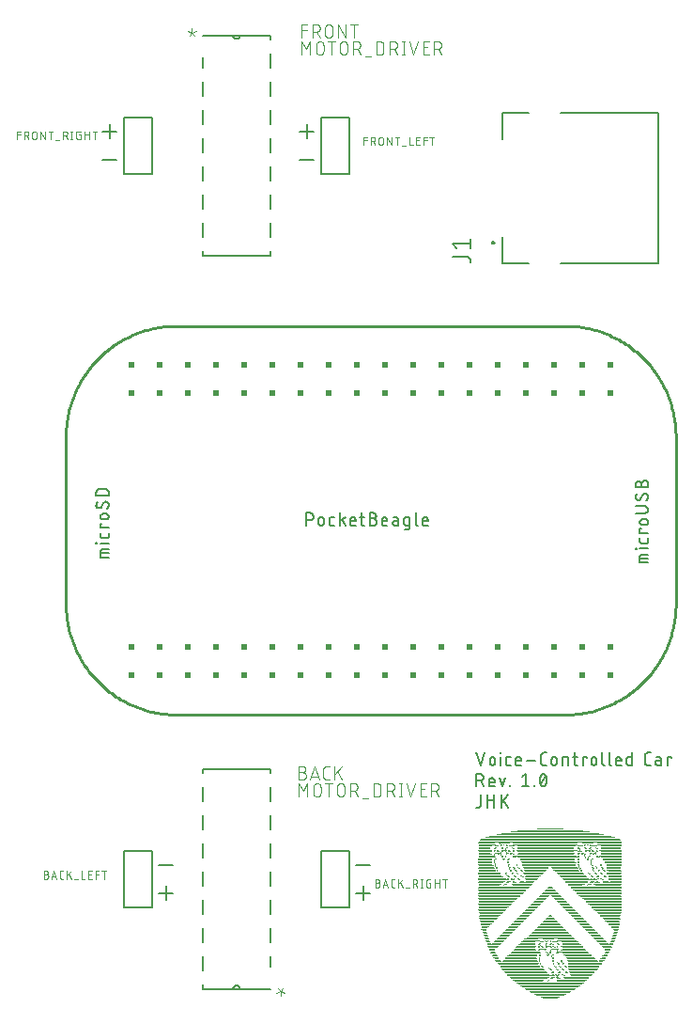
<source format=gbr>
G04 EAGLE Gerber RS-274X export*
G75*
%MOMM*%
%FSLAX34Y34*%
%LPD*%
%INSilkscreen Top*%
%IPPOS*%
%AMOC8*
5,1,8,0,0,1.08239X$1,22.5*%
G01*
%ADD10C,0.152400*%
%ADD11R,0.678181X0.084838*%
%ADD12R,1.353819X0.084581*%
%ADD13R,1.694181X0.084581*%
%ADD14R,2.202181X0.084838*%
%ADD15R,2.540000X0.084581*%
%ADD16R,2.877819X0.084581*%
%ADD17R,3.218181X0.084838*%
%ADD18R,3.556000X0.084581*%
%ADD19R,3.726181X0.084581*%
%ADD20R,4.064000X0.084838*%
%ADD21R,4.401819X0.084581*%
%ADD22R,4.572000X0.084581*%
%ADD23R,4.909819X0.084838*%
%ADD24R,5.080000X0.084581*%
%ADD25R,5.417819X0.084581*%
%ADD26R,5.588000X0.084838*%
%ADD27R,5.758181X0.084581*%
%ADD28R,6.096000X0.084581*%
%ADD29R,6.266181X0.084838*%
%ADD30R,2.623819X0.084581*%
%ADD31R,0.083819X0.084581*%
%ADD32R,2.794000X0.084581*%
%ADD33R,2.707638X0.084581*%
%ADD34R,3.131819X0.084838*%
%ADD35R,0.340363X0.084838*%
%ADD36R,2.880362X0.084838*%
%ADD37R,3.302000X0.084581*%
%ADD38R,0.254000X0.084581*%
%ADD39R,0.421637X0.084581*%
%ADD40R,2.202181X0.084581*%
%ADD41R,3.472181X0.084581*%
%ADD42R,0.337819X0.084581*%
%ADD43R,2.286000X0.084581*%
%ADD44R,3.556000X0.084838*%
%ADD45R,0.337819X0.084838*%
%ADD46R,0.083819X0.084838*%
%ADD47R,0.254000X0.084838*%
%ADD48R,1.778000X0.084838*%
%ADD49R,4.318000X0.084581*%
%ADD50R,0.170181X0.084581*%
%ADD51R,1.945638X0.084581*%
%ADD52R,3.810000X0.084581*%
%ADD53R,0.086363X0.084581*%
%ADD54R,2.032000X0.084581*%
%ADD55R,3.810000X0.084838*%
%ADD56R,0.086363X0.084838*%
%ADD57R,0.170181X0.084838*%
%ADD58R,2.286000X0.084838*%
%ADD59R,0.167637X0.084581*%
%ADD60R,0.167637X0.084838*%
%ADD61R,2.372362X0.084838*%
%ADD62R,3.639819X0.084581*%
%ADD63R,3.642363X0.084838*%
%ADD64R,2.877819X0.084838*%
%ADD65R,2.964181X0.084581*%
%ADD66R,3.723638X0.084581*%
%ADD67R,3.131819X0.084581*%
%ADD68R,3.639819X0.084838*%
%ADD69R,0.424181X0.084581*%
%ADD70R,3.218181X0.084581*%
%ADD71R,2.710181X0.084581*%
%ADD72R,2.964181X0.084838*%
%ADD73R,2.626362X0.084838*%
%ADD74R,2.880362X0.084581*%
%ADD75R,2.710181X0.084838*%
%ADD76R,2.456181X0.084838*%
%ADD77R,2.626362X0.084581*%
%ADD78R,2.453638X0.084581*%
%ADD79R,2.456181X0.084581*%
%ADD80R,0.340363X0.084581*%
%ADD81R,0.594363X0.084838*%
%ADD82R,0.508000X0.084838*%
%ADD83R,2.369819X0.084581*%
%ADD84R,0.424181X0.084838*%
%ADD85R,0.591819X0.084581*%
%ADD86R,0.678181X0.084581*%
%ADD87R,0.675638X0.084581*%
%ADD88R,2.115819X0.084581*%
%ADD89R,0.675638X0.084838*%
%ADD90R,2.032000X0.084838*%
%ADD91R,0.848363X0.084581*%
%ADD92R,1.778000X0.084581*%
%ADD93R,0.845819X0.084581*%
%ADD94R,0.932181X0.084581*%
%ADD95R,1.948181X0.084581*%
%ADD96R,0.929638X0.084581*%
%ADD97R,1.099819X0.084838*%
%ADD98R,1.524000X0.084838*%
%ADD99R,1.694181X0.084838*%
%ADD100R,1.102363X0.084838*%
%ADD101R,1.186181X0.084581*%
%ADD102R,1.440181X0.084581*%
%ADD103R,1.691638X0.084581*%
%ADD104R,1.607819X0.084581*%
%ADD105R,0.845819X0.084838*%
%ADD106R,1.270000X0.084838*%
%ADD107R,0.848363X0.084838*%
%ADD108R,1.270000X0.084581*%
%ADD109R,1.524000X0.084581*%
%ADD110R,4.234181X0.084581*%
%ADD111R,3.893819X0.084581*%
%ADD112R,3.385819X0.084581*%
%ADD113R,3.048000X0.084838*%
%ADD114R,2.540000X0.084838*%
%ADD115R,0.594363X0.084581*%
%ADD116R,0.762000X0.084838*%
%ADD117R,1.861819X0.084581*%
%ADD118R,1.016000X0.084581*%
%ADD119R,1.183638X0.084581*%
%ADD120R,1.440181X0.084838*%
%ADD121R,1.016000X0.084838*%
%ADD122R,1.437638X0.084838*%
%ADD123R,1.610363X0.084581*%
%ADD124R,1.691638X0.084838*%
%ADD125R,1.864363X0.084581*%
%ADD126R,1.948181X0.084838*%
%ADD127R,1.945638X0.084838*%
%ADD128R,2.372362X0.084581*%
%ADD129R,2.794000X0.084838*%
%ADD130R,3.134362X0.084581*%
%ADD131R,3.302000X0.084838*%
%ADD132R,3.388362X0.084581*%
%ADD133R,3.893819X0.084838*%
%ADD134R,3.896363X0.084838*%
%ADD135R,3.980181X0.084581*%
%ADD136R,4.064000X0.084581*%
%ADD137R,4.147819X0.084838*%
%ADD138R,1.186181X0.084838*%
%ADD139R,4.150362X0.084838*%
%ADD140R,4.401819X0.084838*%
%ADD141R,4.404363X0.084838*%
%ADD142R,4.488181X0.084581*%
%ADD143R,0.508000X0.084581*%
%ADD144R,1.861819X0.084838*%
%ADD145R,1.607819X0.084838*%
%ADD146R,0.762000X0.084581*%
%ADD147R,2.369819X0.084838*%
%ADD148R,1.102363X0.084581*%
%ADD149R,1.356363X0.084838*%
%ADD150R,1.356363X0.084581*%
%ADD151R,2.115819X0.084838*%
%ADD152R,1.353819X0.084838*%
%ADD153R,4.826000X0.084838*%
%ADD154R,4.826000X0.084581*%
%ADD155R,4.912363X0.084581*%
%ADD156R,4.993638X0.084581*%
%ADD157R,5.080000X0.084838*%
%ADD158R,0.591819X0.084838*%
%ADD159R,5.588000X0.084581*%
%ADD160R,5.504181X0.084581*%
%ADD161R,5.334000X0.084838*%
%ADD162R,5.163819X0.084581*%
%ADD163R,1.099819X0.084581*%
%ADD164R,1.864363X0.084838*%
%ADD165R,5.420363X0.084581*%
%ADD166R,4.996181X0.084838*%
%ADD167R,4.996181X0.084581*%
%ADD168R,5.247638X0.084581*%
%ADD169R,5.842000X0.084581*%
%ADD170R,2.118362X0.084838*%
%ADD171R,12.870181X0.084581*%
%ADD172R,12.700000X0.084838*%
%ADD173R,12.700000X0.084581*%
%ADD174R,12.529819X0.084581*%
%ADD175R,12.192000X0.084838*%
%ADD176R,11.684000X0.084581*%
%ADD177R,11.005819X0.084581*%
%ADD178R,10.330181X0.084838*%
%ADD179R,9.652000X0.084581*%
%ADD180R,8.806181X0.084581*%
%ADD181R,7.957819X0.084838*%
%ADD182R,7.112000X0.084581*%
%ADD183R,5.925819X0.084581*%
%ADD184R,4.572000X0.084838*%
%ADD185R,0.508000X0.508000*%
%ADD186C,0.254000*%
%ADD187C,0.127000*%
%ADD188C,0.200000*%
%ADD189C,0.101600*%
%ADD190C,0.076200*%


D10*
X432562Y253238D02*
X436287Y242062D01*
X440013Y253238D01*
X444472Y247029D02*
X444472Y244546D01*
X444471Y247029D02*
X444473Y247128D01*
X444479Y247226D01*
X444489Y247325D01*
X444502Y247422D01*
X444520Y247520D01*
X444541Y247616D01*
X444567Y247712D01*
X444596Y247806D01*
X444628Y247899D01*
X444665Y247991D01*
X444705Y248081D01*
X444749Y248170D01*
X444796Y248257D01*
X444846Y248342D01*
X444900Y248424D01*
X444957Y248505D01*
X445017Y248583D01*
X445081Y248659D01*
X445147Y248732D01*
X445216Y248803D01*
X445288Y248871D01*
X445363Y248935D01*
X445440Y248997D01*
X445519Y249056D01*
X445601Y249111D01*
X445685Y249164D01*
X445770Y249212D01*
X445858Y249258D01*
X445948Y249300D01*
X446039Y249338D01*
X446131Y249372D01*
X446225Y249403D01*
X446320Y249430D01*
X446416Y249454D01*
X446513Y249473D01*
X446610Y249489D01*
X446708Y249501D01*
X446807Y249509D01*
X446906Y249513D01*
X447004Y249513D01*
X447103Y249509D01*
X447202Y249501D01*
X447300Y249489D01*
X447397Y249473D01*
X447494Y249454D01*
X447590Y249430D01*
X447685Y249403D01*
X447779Y249372D01*
X447871Y249338D01*
X447962Y249300D01*
X448052Y249258D01*
X448140Y249212D01*
X448225Y249164D01*
X448309Y249111D01*
X448391Y249056D01*
X448470Y248997D01*
X448547Y248935D01*
X448622Y248871D01*
X448694Y248803D01*
X448763Y248732D01*
X448829Y248659D01*
X448893Y248583D01*
X448953Y248505D01*
X449010Y248424D01*
X449064Y248342D01*
X449114Y248257D01*
X449161Y248170D01*
X449205Y248081D01*
X449245Y247991D01*
X449282Y247899D01*
X449314Y247806D01*
X449343Y247712D01*
X449369Y247616D01*
X449390Y247520D01*
X449408Y247422D01*
X449421Y247325D01*
X449431Y247226D01*
X449437Y247128D01*
X449439Y247029D01*
X449439Y244546D01*
X449437Y244447D01*
X449431Y244349D01*
X449421Y244250D01*
X449408Y244153D01*
X449390Y244055D01*
X449369Y243959D01*
X449343Y243863D01*
X449314Y243769D01*
X449282Y243676D01*
X449245Y243584D01*
X449205Y243494D01*
X449161Y243405D01*
X449114Y243318D01*
X449064Y243233D01*
X449010Y243151D01*
X448953Y243070D01*
X448893Y242992D01*
X448829Y242916D01*
X448763Y242843D01*
X448694Y242772D01*
X448622Y242704D01*
X448547Y242640D01*
X448470Y242578D01*
X448391Y242519D01*
X448309Y242464D01*
X448225Y242411D01*
X448140Y242363D01*
X448052Y242317D01*
X447962Y242275D01*
X447871Y242237D01*
X447779Y242203D01*
X447685Y242172D01*
X447590Y242145D01*
X447494Y242121D01*
X447397Y242102D01*
X447300Y242086D01*
X447202Y242074D01*
X447103Y242066D01*
X447004Y242062D01*
X446906Y242062D01*
X446807Y242066D01*
X446708Y242074D01*
X446610Y242086D01*
X446513Y242102D01*
X446416Y242121D01*
X446320Y242145D01*
X446225Y242172D01*
X446131Y242203D01*
X446039Y242237D01*
X445948Y242275D01*
X445858Y242317D01*
X445770Y242363D01*
X445685Y242411D01*
X445601Y242464D01*
X445519Y242519D01*
X445440Y242578D01*
X445363Y242640D01*
X445288Y242704D01*
X445216Y242772D01*
X445147Y242843D01*
X445081Y242916D01*
X445017Y242992D01*
X444957Y243070D01*
X444900Y243151D01*
X444846Y243233D01*
X444796Y243318D01*
X444749Y243405D01*
X444705Y243494D01*
X444665Y243584D01*
X444628Y243676D01*
X444596Y243769D01*
X444567Y243863D01*
X444541Y243959D01*
X444520Y244055D01*
X444502Y244153D01*
X444489Y244250D01*
X444479Y244349D01*
X444473Y244447D01*
X444471Y244546D01*
X454194Y242062D02*
X454194Y249513D01*
X453884Y252617D02*
X453884Y253238D01*
X454505Y253238D01*
X454505Y252617D01*
X453884Y252617D01*
X460829Y242062D02*
X463313Y242062D01*
X460829Y242062D02*
X460745Y242064D01*
X460662Y242069D01*
X460579Y242079D01*
X460496Y242092D01*
X460414Y242109D01*
X460333Y242129D01*
X460253Y242153D01*
X460174Y242181D01*
X460097Y242212D01*
X460021Y242246D01*
X459946Y242284D01*
X459873Y242326D01*
X459803Y242370D01*
X459734Y242418D01*
X459667Y242468D01*
X459603Y242522D01*
X459542Y242578D01*
X459482Y242638D01*
X459426Y242699D01*
X459372Y242763D01*
X459322Y242830D01*
X459274Y242899D01*
X459230Y242969D01*
X459188Y243042D01*
X459150Y243117D01*
X459116Y243193D01*
X459085Y243270D01*
X459057Y243349D01*
X459033Y243429D01*
X459013Y243510D01*
X458996Y243592D01*
X458983Y243675D01*
X458973Y243758D01*
X458968Y243841D01*
X458966Y243925D01*
X458966Y247650D01*
X458968Y247734D01*
X458974Y247817D01*
X458983Y247900D01*
X458996Y247983D01*
X459013Y248065D01*
X459033Y248146D01*
X459057Y248226D01*
X459085Y248305D01*
X459116Y248382D01*
X459150Y248458D01*
X459188Y248533D01*
X459230Y248606D01*
X459274Y248676D01*
X459322Y248745D01*
X459372Y248812D01*
X459426Y248876D01*
X459482Y248937D01*
X459542Y248997D01*
X459603Y249053D01*
X459667Y249107D01*
X459734Y249157D01*
X459803Y249205D01*
X459873Y249249D01*
X459946Y249291D01*
X460021Y249329D01*
X460097Y249363D01*
X460174Y249394D01*
X460253Y249422D01*
X460333Y249446D01*
X460414Y249466D01*
X460496Y249483D01*
X460579Y249496D01*
X460662Y249506D01*
X460745Y249511D01*
X460829Y249513D01*
X463313Y249513D01*
X469575Y242062D02*
X472680Y242062D01*
X469575Y242062D02*
X469491Y242064D01*
X469408Y242069D01*
X469325Y242079D01*
X469242Y242092D01*
X469160Y242109D01*
X469079Y242129D01*
X468999Y242153D01*
X468920Y242181D01*
X468843Y242212D01*
X468767Y242246D01*
X468692Y242284D01*
X468619Y242326D01*
X468549Y242370D01*
X468480Y242418D01*
X468413Y242468D01*
X468349Y242522D01*
X468288Y242578D01*
X468228Y242638D01*
X468172Y242699D01*
X468118Y242763D01*
X468068Y242830D01*
X468020Y242899D01*
X467976Y242969D01*
X467934Y243042D01*
X467896Y243117D01*
X467862Y243193D01*
X467831Y243270D01*
X467803Y243349D01*
X467779Y243429D01*
X467759Y243510D01*
X467742Y243592D01*
X467729Y243675D01*
X467719Y243758D01*
X467714Y243841D01*
X467712Y243925D01*
X467713Y243925D02*
X467713Y247029D01*
X467712Y247029D02*
X467714Y247128D01*
X467720Y247226D01*
X467730Y247325D01*
X467743Y247422D01*
X467761Y247520D01*
X467782Y247616D01*
X467808Y247712D01*
X467837Y247806D01*
X467869Y247899D01*
X467906Y247991D01*
X467946Y248081D01*
X467990Y248170D01*
X468037Y248257D01*
X468087Y248342D01*
X468141Y248424D01*
X468198Y248505D01*
X468258Y248583D01*
X468322Y248659D01*
X468388Y248732D01*
X468457Y248803D01*
X468529Y248871D01*
X468604Y248935D01*
X468681Y248997D01*
X468760Y249056D01*
X468842Y249111D01*
X468926Y249164D01*
X469011Y249212D01*
X469099Y249258D01*
X469189Y249300D01*
X469280Y249338D01*
X469372Y249372D01*
X469466Y249403D01*
X469561Y249430D01*
X469657Y249454D01*
X469754Y249473D01*
X469851Y249489D01*
X469949Y249501D01*
X470048Y249509D01*
X470147Y249513D01*
X470245Y249513D01*
X470344Y249509D01*
X470443Y249501D01*
X470541Y249489D01*
X470638Y249473D01*
X470735Y249454D01*
X470831Y249430D01*
X470926Y249403D01*
X471020Y249372D01*
X471112Y249338D01*
X471203Y249300D01*
X471293Y249258D01*
X471381Y249212D01*
X471466Y249164D01*
X471550Y249111D01*
X471632Y249056D01*
X471711Y248997D01*
X471788Y248935D01*
X471863Y248871D01*
X471935Y248803D01*
X472004Y248732D01*
X472070Y248659D01*
X472134Y248583D01*
X472194Y248505D01*
X472251Y248424D01*
X472305Y248342D01*
X472355Y248257D01*
X472402Y248170D01*
X472446Y248081D01*
X472486Y247991D01*
X472523Y247899D01*
X472555Y247806D01*
X472584Y247712D01*
X472610Y247616D01*
X472631Y247520D01*
X472649Y247422D01*
X472662Y247325D01*
X472672Y247226D01*
X472678Y247128D01*
X472680Y247029D01*
X472680Y245787D01*
X467713Y245787D01*
X477901Y246408D02*
X485352Y246408D01*
X493156Y242062D02*
X495639Y242062D01*
X493156Y242062D02*
X493058Y242064D01*
X492961Y242070D01*
X492864Y242079D01*
X492767Y242093D01*
X492671Y242110D01*
X492576Y242131D01*
X492482Y242155D01*
X492388Y242184D01*
X492296Y242216D01*
X492205Y242251D01*
X492116Y242290D01*
X492028Y242333D01*
X491942Y242379D01*
X491858Y242428D01*
X491776Y242481D01*
X491696Y242536D01*
X491618Y242595D01*
X491543Y242657D01*
X491470Y242722D01*
X491400Y242790D01*
X491332Y242860D01*
X491267Y242933D01*
X491205Y243008D01*
X491146Y243086D01*
X491091Y243166D01*
X491038Y243248D01*
X490989Y243332D01*
X490943Y243418D01*
X490900Y243506D01*
X490861Y243595D01*
X490826Y243686D01*
X490794Y243778D01*
X490765Y243872D01*
X490741Y243966D01*
X490720Y244061D01*
X490703Y244157D01*
X490689Y244254D01*
X490680Y244351D01*
X490674Y244448D01*
X490672Y244546D01*
X490672Y250754D01*
X490674Y250852D01*
X490680Y250949D01*
X490689Y251046D01*
X490703Y251143D01*
X490720Y251239D01*
X490741Y251334D01*
X490765Y251428D01*
X490794Y251522D01*
X490826Y251614D01*
X490861Y251705D01*
X490900Y251794D01*
X490943Y251882D01*
X490989Y251968D01*
X491038Y252052D01*
X491091Y252134D01*
X491146Y252214D01*
X491205Y252292D01*
X491267Y252367D01*
X491332Y252440D01*
X491400Y252510D01*
X491470Y252578D01*
X491543Y252643D01*
X491618Y252705D01*
X491696Y252764D01*
X491776Y252819D01*
X491858Y252872D01*
X491942Y252921D01*
X492028Y252967D01*
X492116Y253010D01*
X492205Y253049D01*
X492296Y253084D01*
X492388Y253116D01*
X492482Y253145D01*
X492576Y253169D01*
X492671Y253190D01*
X492767Y253207D01*
X492864Y253221D01*
X492961Y253230D01*
X493058Y253236D01*
X493156Y253238D01*
X495639Y253238D01*
X500098Y247029D02*
X500098Y244546D01*
X500097Y247029D02*
X500099Y247128D01*
X500105Y247226D01*
X500115Y247325D01*
X500128Y247422D01*
X500146Y247520D01*
X500167Y247616D01*
X500193Y247712D01*
X500222Y247806D01*
X500254Y247899D01*
X500291Y247991D01*
X500331Y248081D01*
X500375Y248170D01*
X500422Y248257D01*
X500472Y248342D01*
X500526Y248424D01*
X500583Y248505D01*
X500643Y248583D01*
X500707Y248659D01*
X500773Y248732D01*
X500842Y248803D01*
X500914Y248871D01*
X500989Y248935D01*
X501066Y248997D01*
X501145Y249056D01*
X501227Y249111D01*
X501311Y249164D01*
X501396Y249212D01*
X501484Y249258D01*
X501574Y249300D01*
X501665Y249338D01*
X501757Y249372D01*
X501851Y249403D01*
X501946Y249430D01*
X502042Y249454D01*
X502139Y249473D01*
X502236Y249489D01*
X502334Y249501D01*
X502433Y249509D01*
X502532Y249513D01*
X502630Y249513D01*
X502729Y249509D01*
X502828Y249501D01*
X502926Y249489D01*
X503023Y249473D01*
X503120Y249454D01*
X503216Y249430D01*
X503311Y249403D01*
X503405Y249372D01*
X503497Y249338D01*
X503588Y249300D01*
X503678Y249258D01*
X503766Y249212D01*
X503851Y249164D01*
X503935Y249111D01*
X504017Y249056D01*
X504096Y248997D01*
X504173Y248935D01*
X504248Y248871D01*
X504320Y248803D01*
X504389Y248732D01*
X504455Y248659D01*
X504519Y248583D01*
X504579Y248505D01*
X504636Y248424D01*
X504690Y248342D01*
X504740Y248257D01*
X504787Y248170D01*
X504831Y248081D01*
X504871Y247991D01*
X504908Y247899D01*
X504940Y247806D01*
X504969Y247712D01*
X504995Y247616D01*
X505016Y247520D01*
X505034Y247422D01*
X505047Y247325D01*
X505057Y247226D01*
X505063Y247128D01*
X505065Y247029D01*
X505065Y244546D01*
X505063Y244447D01*
X505057Y244349D01*
X505047Y244250D01*
X505034Y244153D01*
X505016Y244055D01*
X504995Y243959D01*
X504969Y243863D01*
X504940Y243769D01*
X504908Y243676D01*
X504871Y243584D01*
X504831Y243494D01*
X504787Y243405D01*
X504740Y243318D01*
X504690Y243233D01*
X504636Y243151D01*
X504579Y243070D01*
X504519Y242992D01*
X504455Y242916D01*
X504389Y242843D01*
X504320Y242772D01*
X504248Y242704D01*
X504173Y242640D01*
X504096Y242578D01*
X504017Y242519D01*
X503935Y242464D01*
X503851Y242411D01*
X503766Y242363D01*
X503678Y242317D01*
X503588Y242275D01*
X503497Y242237D01*
X503405Y242203D01*
X503311Y242172D01*
X503216Y242145D01*
X503120Y242121D01*
X503023Y242102D01*
X502926Y242086D01*
X502828Y242074D01*
X502729Y242066D01*
X502630Y242062D01*
X502532Y242062D01*
X502433Y242066D01*
X502334Y242074D01*
X502236Y242086D01*
X502139Y242102D01*
X502042Y242121D01*
X501946Y242145D01*
X501851Y242172D01*
X501757Y242203D01*
X501665Y242237D01*
X501574Y242275D01*
X501484Y242317D01*
X501396Y242363D01*
X501311Y242411D01*
X501227Y242464D01*
X501145Y242519D01*
X501066Y242578D01*
X500989Y242640D01*
X500914Y242704D01*
X500842Y242772D01*
X500773Y242843D01*
X500707Y242916D01*
X500643Y242992D01*
X500583Y243070D01*
X500526Y243151D01*
X500472Y243233D01*
X500422Y243318D01*
X500375Y243405D01*
X500331Y243494D01*
X500291Y243584D01*
X500254Y243676D01*
X500222Y243769D01*
X500193Y243863D01*
X500167Y243959D01*
X500146Y244055D01*
X500128Y244153D01*
X500115Y244250D01*
X500105Y244349D01*
X500099Y244447D01*
X500097Y244546D01*
X510385Y242062D02*
X510385Y249513D01*
X513489Y249513D01*
X513573Y249511D01*
X513656Y249506D01*
X513739Y249496D01*
X513822Y249483D01*
X513904Y249466D01*
X513985Y249446D01*
X514065Y249422D01*
X514144Y249394D01*
X514221Y249363D01*
X514297Y249329D01*
X514372Y249291D01*
X514445Y249249D01*
X514515Y249205D01*
X514584Y249157D01*
X514651Y249107D01*
X514715Y249053D01*
X514776Y248997D01*
X514836Y248937D01*
X514892Y248876D01*
X514946Y248812D01*
X514996Y248745D01*
X515044Y248676D01*
X515088Y248606D01*
X515130Y248533D01*
X515168Y248458D01*
X515202Y248382D01*
X515233Y248305D01*
X515261Y248226D01*
X515285Y248146D01*
X515305Y248065D01*
X515322Y247983D01*
X515335Y247900D01*
X515345Y247817D01*
X515350Y247734D01*
X515352Y247650D01*
X515352Y242062D01*
X519653Y249513D02*
X523378Y249513D01*
X520895Y253238D02*
X520895Y243925D01*
X520894Y243925D02*
X520896Y243841D01*
X520901Y243758D01*
X520911Y243675D01*
X520924Y243592D01*
X520941Y243510D01*
X520961Y243429D01*
X520985Y243349D01*
X521013Y243270D01*
X521044Y243193D01*
X521078Y243117D01*
X521116Y243042D01*
X521158Y242969D01*
X521202Y242899D01*
X521250Y242830D01*
X521300Y242763D01*
X521354Y242699D01*
X521410Y242638D01*
X521470Y242578D01*
X521531Y242522D01*
X521595Y242468D01*
X521662Y242418D01*
X521731Y242370D01*
X521801Y242326D01*
X521874Y242284D01*
X521949Y242246D01*
X522025Y242212D01*
X522102Y242181D01*
X522181Y242153D01*
X522261Y242129D01*
X522342Y242109D01*
X522424Y242092D01*
X522507Y242079D01*
X522590Y242069D01*
X522673Y242064D01*
X522757Y242062D01*
X523378Y242062D01*
X528375Y242062D02*
X528375Y249513D01*
X532100Y249513D01*
X532100Y248271D01*
X535912Y247029D02*
X535912Y244546D01*
X535911Y247029D02*
X535913Y247128D01*
X535919Y247226D01*
X535929Y247325D01*
X535942Y247422D01*
X535960Y247520D01*
X535981Y247616D01*
X536007Y247712D01*
X536036Y247806D01*
X536068Y247899D01*
X536105Y247991D01*
X536145Y248081D01*
X536189Y248170D01*
X536236Y248257D01*
X536286Y248342D01*
X536340Y248424D01*
X536397Y248505D01*
X536457Y248583D01*
X536521Y248659D01*
X536587Y248732D01*
X536656Y248803D01*
X536728Y248871D01*
X536803Y248935D01*
X536880Y248997D01*
X536959Y249056D01*
X537041Y249111D01*
X537125Y249164D01*
X537210Y249212D01*
X537298Y249258D01*
X537388Y249300D01*
X537479Y249338D01*
X537571Y249372D01*
X537665Y249403D01*
X537760Y249430D01*
X537856Y249454D01*
X537953Y249473D01*
X538050Y249489D01*
X538148Y249501D01*
X538247Y249509D01*
X538346Y249513D01*
X538444Y249513D01*
X538543Y249509D01*
X538642Y249501D01*
X538740Y249489D01*
X538837Y249473D01*
X538934Y249454D01*
X539030Y249430D01*
X539125Y249403D01*
X539219Y249372D01*
X539311Y249338D01*
X539402Y249300D01*
X539492Y249258D01*
X539580Y249212D01*
X539665Y249164D01*
X539749Y249111D01*
X539831Y249056D01*
X539910Y248997D01*
X539987Y248935D01*
X540062Y248871D01*
X540134Y248803D01*
X540203Y248732D01*
X540269Y248659D01*
X540333Y248583D01*
X540393Y248505D01*
X540450Y248424D01*
X540504Y248342D01*
X540554Y248257D01*
X540601Y248170D01*
X540645Y248081D01*
X540685Y247991D01*
X540722Y247899D01*
X540754Y247806D01*
X540783Y247712D01*
X540809Y247616D01*
X540830Y247520D01*
X540848Y247422D01*
X540861Y247325D01*
X540871Y247226D01*
X540877Y247128D01*
X540879Y247029D01*
X540879Y244546D01*
X540877Y244447D01*
X540871Y244349D01*
X540861Y244250D01*
X540848Y244153D01*
X540830Y244055D01*
X540809Y243959D01*
X540783Y243863D01*
X540754Y243769D01*
X540722Y243676D01*
X540685Y243584D01*
X540645Y243494D01*
X540601Y243405D01*
X540554Y243318D01*
X540504Y243233D01*
X540450Y243151D01*
X540393Y243070D01*
X540333Y242992D01*
X540269Y242916D01*
X540203Y242843D01*
X540134Y242772D01*
X540062Y242704D01*
X539987Y242640D01*
X539910Y242578D01*
X539831Y242519D01*
X539749Y242464D01*
X539665Y242411D01*
X539580Y242363D01*
X539492Y242317D01*
X539402Y242275D01*
X539311Y242237D01*
X539219Y242203D01*
X539125Y242172D01*
X539030Y242145D01*
X538934Y242121D01*
X538837Y242102D01*
X538740Y242086D01*
X538642Y242074D01*
X538543Y242066D01*
X538444Y242062D01*
X538346Y242062D01*
X538247Y242066D01*
X538148Y242074D01*
X538050Y242086D01*
X537953Y242102D01*
X537856Y242121D01*
X537760Y242145D01*
X537665Y242172D01*
X537571Y242203D01*
X537479Y242237D01*
X537388Y242275D01*
X537298Y242317D01*
X537210Y242363D01*
X537125Y242411D01*
X537041Y242464D01*
X536959Y242519D01*
X536880Y242578D01*
X536803Y242640D01*
X536728Y242704D01*
X536656Y242772D01*
X536587Y242843D01*
X536521Y242916D01*
X536457Y242992D01*
X536397Y243070D01*
X536340Y243151D01*
X536286Y243233D01*
X536236Y243318D01*
X536189Y243405D01*
X536145Y243494D01*
X536105Y243584D01*
X536068Y243676D01*
X536036Y243769D01*
X536007Y243863D01*
X535981Y243959D01*
X535960Y244055D01*
X535942Y244153D01*
X535929Y244250D01*
X535919Y244349D01*
X535913Y244447D01*
X535911Y244546D01*
X545909Y243925D02*
X545909Y253238D01*
X545909Y243925D02*
X545911Y243841D01*
X545916Y243758D01*
X545926Y243675D01*
X545939Y243592D01*
X545956Y243510D01*
X545976Y243429D01*
X546000Y243349D01*
X546028Y243270D01*
X546059Y243193D01*
X546093Y243117D01*
X546131Y243042D01*
X546173Y242969D01*
X546217Y242899D01*
X546265Y242830D01*
X546315Y242763D01*
X546369Y242699D01*
X546425Y242638D01*
X546485Y242578D01*
X546546Y242522D01*
X546610Y242468D01*
X546677Y242418D01*
X546746Y242370D01*
X546816Y242326D01*
X546889Y242284D01*
X546964Y242246D01*
X547040Y242212D01*
X547117Y242181D01*
X547196Y242153D01*
X547276Y242129D01*
X547357Y242109D01*
X547439Y242092D01*
X547522Y242079D01*
X547605Y242069D01*
X547688Y242064D01*
X547772Y242062D01*
X552005Y243925D02*
X552005Y253238D01*
X552005Y243925D02*
X552007Y243841D01*
X552012Y243758D01*
X552022Y243675D01*
X552035Y243592D01*
X552052Y243510D01*
X552072Y243429D01*
X552096Y243349D01*
X552124Y243270D01*
X552155Y243193D01*
X552189Y243117D01*
X552227Y243042D01*
X552269Y242969D01*
X552313Y242899D01*
X552361Y242830D01*
X552411Y242763D01*
X552465Y242699D01*
X552521Y242638D01*
X552581Y242578D01*
X552642Y242522D01*
X552706Y242468D01*
X552773Y242418D01*
X552842Y242370D01*
X552912Y242326D01*
X552985Y242284D01*
X553060Y242246D01*
X553136Y242212D01*
X553213Y242181D01*
X553292Y242153D01*
X553372Y242129D01*
X553453Y242109D01*
X553535Y242092D01*
X553618Y242079D01*
X553701Y242069D01*
X553784Y242064D01*
X553868Y242062D01*
X559872Y242062D02*
X562977Y242062D01*
X559872Y242062D02*
X559788Y242064D01*
X559705Y242069D01*
X559622Y242079D01*
X559539Y242092D01*
X559457Y242109D01*
X559376Y242129D01*
X559296Y242153D01*
X559217Y242181D01*
X559140Y242212D01*
X559064Y242246D01*
X558989Y242284D01*
X558916Y242326D01*
X558846Y242370D01*
X558777Y242418D01*
X558710Y242468D01*
X558646Y242522D01*
X558585Y242578D01*
X558525Y242638D01*
X558469Y242699D01*
X558415Y242763D01*
X558365Y242830D01*
X558317Y242899D01*
X558273Y242969D01*
X558231Y243042D01*
X558193Y243117D01*
X558159Y243193D01*
X558128Y243270D01*
X558100Y243349D01*
X558076Y243429D01*
X558056Y243510D01*
X558039Y243592D01*
X558026Y243675D01*
X558016Y243758D01*
X558011Y243841D01*
X558009Y243925D01*
X558009Y247029D01*
X558011Y247128D01*
X558017Y247226D01*
X558027Y247325D01*
X558040Y247422D01*
X558058Y247520D01*
X558079Y247616D01*
X558105Y247712D01*
X558134Y247806D01*
X558166Y247899D01*
X558203Y247991D01*
X558243Y248081D01*
X558287Y248170D01*
X558334Y248257D01*
X558384Y248342D01*
X558438Y248424D01*
X558495Y248505D01*
X558555Y248583D01*
X558619Y248659D01*
X558685Y248732D01*
X558754Y248803D01*
X558826Y248871D01*
X558901Y248935D01*
X558978Y248997D01*
X559057Y249056D01*
X559139Y249111D01*
X559223Y249164D01*
X559308Y249212D01*
X559396Y249258D01*
X559486Y249300D01*
X559577Y249338D01*
X559669Y249372D01*
X559763Y249403D01*
X559858Y249430D01*
X559954Y249454D01*
X560051Y249473D01*
X560148Y249489D01*
X560246Y249501D01*
X560345Y249509D01*
X560444Y249513D01*
X560542Y249513D01*
X560641Y249509D01*
X560740Y249501D01*
X560838Y249489D01*
X560935Y249473D01*
X561032Y249454D01*
X561128Y249430D01*
X561223Y249403D01*
X561317Y249372D01*
X561409Y249338D01*
X561500Y249300D01*
X561590Y249258D01*
X561678Y249212D01*
X561763Y249164D01*
X561847Y249111D01*
X561929Y249056D01*
X562008Y248997D01*
X562085Y248935D01*
X562160Y248871D01*
X562232Y248803D01*
X562301Y248732D01*
X562367Y248659D01*
X562431Y248583D01*
X562491Y248505D01*
X562548Y248424D01*
X562602Y248342D01*
X562652Y248257D01*
X562699Y248170D01*
X562743Y248081D01*
X562783Y247991D01*
X562820Y247899D01*
X562852Y247806D01*
X562881Y247712D01*
X562907Y247616D01*
X562928Y247520D01*
X562946Y247422D01*
X562959Y247325D01*
X562969Y247226D01*
X562975Y247128D01*
X562977Y247029D01*
X562977Y245787D01*
X558009Y245787D01*
X572809Y242062D02*
X572809Y253238D01*
X572809Y242062D02*
X569704Y242062D01*
X569620Y242064D01*
X569537Y242069D01*
X569454Y242079D01*
X569371Y242092D01*
X569289Y242109D01*
X569208Y242129D01*
X569128Y242153D01*
X569049Y242181D01*
X568972Y242212D01*
X568896Y242246D01*
X568821Y242284D01*
X568748Y242326D01*
X568678Y242370D01*
X568609Y242418D01*
X568542Y242468D01*
X568478Y242522D01*
X568417Y242578D01*
X568357Y242638D01*
X568301Y242699D01*
X568247Y242763D01*
X568197Y242830D01*
X568149Y242899D01*
X568105Y242969D01*
X568063Y243042D01*
X568025Y243117D01*
X567991Y243193D01*
X567960Y243270D01*
X567932Y243349D01*
X567908Y243429D01*
X567888Y243510D01*
X567871Y243592D01*
X567858Y243675D01*
X567848Y243758D01*
X567843Y243841D01*
X567841Y243925D01*
X567842Y243925D02*
X567842Y247650D01*
X567841Y247650D02*
X567843Y247734D01*
X567849Y247817D01*
X567858Y247900D01*
X567871Y247983D01*
X567888Y248065D01*
X567908Y248146D01*
X567932Y248226D01*
X567960Y248305D01*
X567991Y248382D01*
X568025Y248458D01*
X568063Y248533D01*
X568105Y248606D01*
X568149Y248676D01*
X568197Y248745D01*
X568247Y248812D01*
X568301Y248876D01*
X568357Y248937D01*
X568417Y248997D01*
X568478Y249053D01*
X568542Y249107D01*
X568609Y249157D01*
X568678Y249205D01*
X568748Y249249D01*
X568821Y249291D01*
X568896Y249329D01*
X568972Y249363D01*
X569049Y249394D01*
X569128Y249422D01*
X569208Y249446D01*
X569289Y249466D01*
X569371Y249483D01*
X569454Y249496D01*
X569537Y249506D01*
X569620Y249511D01*
X569704Y249513D01*
X572809Y249513D01*
X586881Y242062D02*
X589365Y242062D01*
X586881Y242062D02*
X586783Y242064D01*
X586686Y242070D01*
X586589Y242079D01*
X586492Y242093D01*
X586396Y242110D01*
X586301Y242131D01*
X586207Y242155D01*
X586113Y242184D01*
X586021Y242216D01*
X585930Y242251D01*
X585841Y242290D01*
X585753Y242333D01*
X585667Y242379D01*
X585583Y242428D01*
X585501Y242481D01*
X585421Y242536D01*
X585343Y242595D01*
X585268Y242657D01*
X585195Y242722D01*
X585125Y242790D01*
X585057Y242860D01*
X584992Y242933D01*
X584930Y243008D01*
X584871Y243086D01*
X584816Y243166D01*
X584763Y243248D01*
X584714Y243332D01*
X584668Y243418D01*
X584625Y243506D01*
X584586Y243595D01*
X584551Y243686D01*
X584519Y243778D01*
X584490Y243872D01*
X584466Y243966D01*
X584445Y244061D01*
X584428Y244157D01*
X584414Y244254D01*
X584405Y244351D01*
X584399Y244448D01*
X584397Y244546D01*
X584398Y244546D02*
X584398Y250754D01*
X584400Y250852D01*
X584406Y250949D01*
X584415Y251046D01*
X584429Y251143D01*
X584446Y251239D01*
X584467Y251334D01*
X584491Y251428D01*
X584520Y251522D01*
X584552Y251614D01*
X584587Y251705D01*
X584626Y251794D01*
X584669Y251882D01*
X584715Y251968D01*
X584764Y252052D01*
X584817Y252134D01*
X584872Y252214D01*
X584931Y252292D01*
X584993Y252367D01*
X585058Y252440D01*
X585126Y252510D01*
X585196Y252578D01*
X585269Y252643D01*
X585344Y252705D01*
X585422Y252764D01*
X585502Y252819D01*
X585584Y252872D01*
X585668Y252921D01*
X585754Y252967D01*
X585842Y253010D01*
X585931Y253049D01*
X586022Y253084D01*
X586114Y253116D01*
X586208Y253145D01*
X586302Y253169D01*
X586397Y253190D01*
X586493Y253207D01*
X586590Y253221D01*
X586687Y253230D01*
X586784Y253236D01*
X586882Y253238D01*
X586881Y253238D02*
X589365Y253238D01*
X595923Y246408D02*
X598717Y246408D01*
X595923Y246408D02*
X595831Y246406D01*
X595739Y246400D01*
X595647Y246390D01*
X595556Y246377D01*
X595465Y246359D01*
X595375Y246338D01*
X595287Y246313D01*
X595199Y246284D01*
X595113Y246251D01*
X595028Y246215D01*
X594945Y246175D01*
X594863Y246132D01*
X594784Y246085D01*
X594706Y246035D01*
X594631Y245982D01*
X594558Y245926D01*
X594487Y245866D01*
X594419Y245804D01*
X594354Y245739D01*
X594292Y245671D01*
X594232Y245600D01*
X594176Y245527D01*
X594123Y245452D01*
X594073Y245374D01*
X594026Y245295D01*
X593983Y245213D01*
X593943Y245130D01*
X593907Y245045D01*
X593874Y244959D01*
X593845Y244871D01*
X593820Y244783D01*
X593799Y244693D01*
X593781Y244602D01*
X593768Y244511D01*
X593758Y244419D01*
X593752Y244327D01*
X593750Y244235D01*
X593752Y244143D01*
X593758Y244051D01*
X593768Y243959D01*
X593781Y243868D01*
X593799Y243777D01*
X593820Y243687D01*
X593845Y243599D01*
X593874Y243511D01*
X593907Y243425D01*
X593943Y243340D01*
X593983Y243257D01*
X594026Y243175D01*
X594073Y243096D01*
X594123Y243018D01*
X594176Y242943D01*
X594232Y242870D01*
X594292Y242799D01*
X594354Y242731D01*
X594419Y242666D01*
X594487Y242604D01*
X594558Y242544D01*
X594631Y242488D01*
X594706Y242435D01*
X594784Y242385D01*
X594863Y242338D01*
X594945Y242295D01*
X595028Y242255D01*
X595113Y242219D01*
X595199Y242186D01*
X595287Y242157D01*
X595375Y242132D01*
X595465Y242111D01*
X595556Y242093D01*
X595647Y242080D01*
X595739Y242070D01*
X595831Y242064D01*
X595923Y242062D01*
X598717Y242062D01*
X598717Y247650D01*
X598715Y247734D01*
X598710Y247817D01*
X598700Y247900D01*
X598687Y247983D01*
X598670Y248065D01*
X598650Y248146D01*
X598626Y248226D01*
X598598Y248305D01*
X598567Y248382D01*
X598533Y248458D01*
X598495Y248533D01*
X598453Y248606D01*
X598409Y248676D01*
X598361Y248745D01*
X598311Y248812D01*
X598257Y248876D01*
X598201Y248937D01*
X598141Y248997D01*
X598080Y249053D01*
X598016Y249107D01*
X597949Y249157D01*
X597880Y249205D01*
X597810Y249249D01*
X597737Y249291D01*
X597662Y249329D01*
X597586Y249363D01*
X597509Y249394D01*
X597430Y249422D01*
X597350Y249446D01*
X597269Y249466D01*
X597187Y249483D01*
X597104Y249496D01*
X597021Y249506D01*
X596938Y249511D01*
X596854Y249513D01*
X594371Y249513D01*
X604574Y249513D02*
X604574Y242062D01*
X604574Y249513D02*
X608300Y249513D01*
X608300Y248271D01*
X432562Y234188D02*
X432562Y223012D01*
X432562Y234188D02*
X435666Y234188D01*
X435777Y234186D01*
X435887Y234180D01*
X435998Y234170D01*
X436108Y234156D01*
X436217Y234139D01*
X436326Y234117D01*
X436434Y234092D01*
X436540Y234062D01*
X436646Y234029D01*
X436751Y233992D01*
X436854Y233952D01*
X436955Y233907D01*
X437055Y233860D01*
X437154Y233808D01*
X437250Y233753D01*
X437344Y233695D01*
X437436Y233634D01*
X437526Y233569D01*
X437614Y233501D01*
X437699Y233430D01*
X437781Y233356D01*
X437861Y233279D01*
X437938Y233199D01*
X438012Y233117D01*
X438083Y233032D01*
X438151Y232944D01*
X438216Y232854D01*
X438277Y232762D01*
X438335Y232668D01*
X438390Y232572D01*
X438442Y232473D01*
X438489Y232373D01*
X438534Y232272D01*
X438574Y232169D01*
X438611Y232064D01*
X438644Y231958D01*
X438674Y231852D01*
X438699Y231744D01*
X438721Y231635D01*
X438738Y231526D01*
X438752Y231416D01*
X438762Y231305D01*
X438768Y231195D01*
X438770Y231084D01*
X438768Y230973D01*
X438762Y230863D01*
X438752Y230752D01*
X438738Y230642D01*
X438721Y230533D01*
X438699Y230424D01*
X438674Y230316D01*
X438644Y230210D01*
X438611Y230104D01*
X438574Y229999D01*
X438534Y229896D01*
X438489Y229795D01*
X438442Y229695D01*
X438390Y229596D01*
X438335Y229500D01*
X438277Y229406D01*
X438216Y229314D01*
X438151Y229224D01*
X438083Y229136D01*
X438012Y229051D01*
X437938Y228969D01*
X437861Y228889D01*
X437781Y228812D01*
X437699Y228738D01*
X437614Y228667D01*
X437526Y228599D01*
X437436Y228534D01*
X437344Y228473D01*
X437250Y228415D01*
X437154Y228360D01*
X437055Y228308D01*
X436955Y228261D01*
X436854Y228216D01*
X436751Y228176D01*
X436646Y228139D01*
X436540Y228106D01*
X436434Y228076D01*
X436326Y228051D01*
X436217Y228029D01*
X436108Y228012D01*
X435998Y227998D01*
X435887Y227988D01*
X435777Y227982D01*
X435666Y227980D01*
X435666Y227979D02*
X432562Y227979D01*
X436287Y227979D02*
X438771Y223012D01*
X445622Y223012D02*
X448726Y223012D01*
X445622Y223012D02*
X445538Y223014D01*
X445455Y223019D01*
X445372Y223029D01*
X445289Y223042D01*
X445207Y223059D01*
X445126Y223079D01*
X445046Y223103D01*
X444967Y223131D01*
X444890Y223162D01*
X444814Y223196D01*
X444739Y223234D01*
X444666Y223276D01*
X444596Y223320D01*
X444527Y223368D01*
X444460Y223418D01*
X444396Y223472D01*
X444335Y223528D01*
X444275Y223588D01*
X444219Y223649D01*
X444165Y223713D01*
X444115Y223780D01*
X444067Y223849D01*
X444023Y223919D01*
X443981Y223992D01*
X443943Y224067D01*
X443909Y224143D01*
X443878Y224220D01*
X443850Y224299D01*
X443826Y224379D01*
X443806Y224460D01*
X443789Y224542D01*
X443776Y224625D01*
X443766Y224708D01*
X443761Y224791D01*
X443759Y224875D01*
X443759Y227979D01*
X443758Y227979D02*
X443760Y228078D01*
X443766Y228176D01*
X443776Y228275D01*
X443789Y228372D01*
X443807Y228470D01*
X443828Y228566D01*
X443854Y228662D01*
X443883Y228756D01*
X443915Y228849D01*
X443952Y228941D01*
X443992Y229031D01*
X444036Y229120D01*
X444083Y229207D01*
X444133Y229292D01*
X444187Y229374D01*
X444244Y229455D01*
X444304Y229533D01*
X444368Y229609D01*
X444434Y229682D01*
X444503Y229753D01*
X444575Y229821D01*
X444650Y229885D01*
X444727Y229947D01*
X444806Y230006D01*
X444888Y230061D01*
X444972Y230114D01*
X445057Y230162D01*
X445145Y230208D01*
X445235Y230250D01*
X445326Y230288D01*
X445418Y230322D01*
X445512Y230353D01*
X445607Y230380D01*
X445703Y230404D01*
X445800Y230423D01*
X445897Y230439D01*
X445995Y230451D01*
X446094Y230459D01*
X446193Y230463D01*
X446291Y230463D01*
X446390Y230459D01*
X446489Y230451D01*
X446587Y230439D01*
X446684Y230423D01*
X446781Y230404D01*
X446877Y230380D01*
X446972Y230353D01*
X447066Y230322D01*
X447158Y230288D01*
X447249Y230250D01*
X447339Y230208D01*
X447427Y230162D01*
X447512Y230114D01*
X447596Y230061D01*
X447678Y230006D01*
X447757Y229947D01*
X447834Y229885D01*
X447909Y229821D01*
X447981Y229753D01*
X448050Y229682D01*
X448116Y229609D01*
X448180Y229533D01*
X448240Y229455D01*
X448297Y229374D01*
X448351Y229292D01*
X448401Y229207D01*
X448448Y229120D01*
X448492Y229031D01*
X448532Y228941D01*
X448569Y228849D01*
X448601Y228756D01*
X448630Y228662D01*
X448656Y228566D01*
X448677Y228470D01*
X448695Y228372D01*
X448708Y228275D01*
X448718Y228176D01*
X448724Y228078D01*
X448726Y227979D01*
X448726Y226737D01*
X443759Y226737D01*
X453284Y230463D02*
X455767Y223012D01*
X458251Y230463D01*
X462315Y223633D02*
X462315Y223012D01*
X462315Y223633D02*
X462936Y223633D01*
X462936Y223012D01*
X462315Y223012D01*
X473618Y231704D02*
X476722Y234188D01*
X476722Y223012D01*
X473618Y223012D02*
X479827Y223012D01*
X484413Y223012D02*
X484413Y223633D01*
X485034Y223633D01*
X485034Y223012D01*
X484413Y223012D01*
X489620Y228600D02*
X489623Y228820D01*
X489630Y229040D01*
X489644Y229259D01*
X489662Y229478D01*
X489686Y229697D01*
X489714Y229915D01*
X489748Y230132D01*
X489787Y230348D01*
X489832Y230564D01*
X489881Y230778D01*
X489936Y230991D01*
X489995Y231203D01*
X490060Y231413D01*
X490130Y231621D01*
X490204Y231828D01*
X490284Y232033D01*
X490368Y232236D01*
X490457Y232437D01*
X490551Y232636D01*
X490584Y232725D01*
X490620Y232813D01*
X490660Y232899D01*
X490703Y232984D01*
X490750Y233066D01*
X490801Y233147D01*
X490854Y233225D01*
X490911Y233301D01*
X490971Y233375D01*
X491034Y233446D01*
X491099Y233515D01*
X491168Y233581D01*
X491239Y233643D01*
X491313Y233703D01*
X491389Y233760D01*
X491467Y233814D01*
X491548Y233864D01*
X491630Y233911D01*
X491715Y233954D01*
X491801Y233994D01*
X491889Y234031D01*
X491978Y234063D01*
X492068Y234092D01*
X492160Y234118D01*
X492252Y234139D01*
X492346Y234157D01*
X492440Y234170D01*
X492534Y234180D01*
X492629Y234186D01*
X492724Y234188D01*
X492819Y234186D01*
X492914Y234180D01*
X493008Y234170D01*
X493102Y234157D01*
X493196Y234139D01*
X493288Y234118D01*
X493380Y234092D01*
X493470Y234063D01*
X493559Y234031D01*
X493647Y233994D01*
X493733Y233954D01*
X493818Y233911D01*
X493900Y233864D01*
X493981Y233814D01*
X494059Y233760D01*
X494135Y233703D01*
X494209Y233643D01*
X494280Y233581D01*
X494349Y233515D01*
X494414Y233446D01*
X494477Y233375D01*
X494537Y233301D01*
X494594Y233225D01*
X494647Y233147D01*
X494698Y233066D01*
X494745Y232983D01*
X494788Y232899D01*
X494828Y232813D01*
X494864Y232725D01*
X494897Y232636D01*
X494898Y232636D02*
X494992Y232437D01*
X495081Y232236D01*
X495165Y232033D01*
X495245Y231828D01*
X495319Y231621D01*
X495389Y231413D01*
X495454Y231203D01*
X495513Y230991D01*
X495568Y230778D01*
X495617Y230564D01*
X495662Y230348D01*
X495701Y230132D01*
X495735Y229915D01*
X495763Y229697D01*
X495787Y229478D01*
X495805Y229259D01*
X495819Y229040D01*
X495826Y228820D01*
X495829Y228600D01*
X489620Y228600D02*
X489623Y228380D01*
X489630Y228160D01*
X489644Y227941D01*
X489662Y227722D01*
X489686Y227503D01*
X489714Y227285D01*
X489748Y227068D01*
X489787Y226852D01*
X489832Y226636D01*
X489881Y226422D01*
X489936Y226209D01*
X489995Y225998D01*
X490060Y225787D01*
X490130Y225579D01*
X490204Y225372D01*
X490284Y225167D01*
X490368Y224964D01*
X490457Y224763D01*
X490551Y224564D01*
X490584Y224475D01*
X490620Y224387D01*
X490660Y224301D01*
X490703Y224216D01*
X490750Y224134D01*
X490801Y224053D01*
X490854Y223975D01*
X490911Y223899D01*
X490971Y223825D01*
X491034Y223754D01*
X491099Y223685D01*
X491168Y223619D01*
X491239Y223557D01*
X491313Y223497D01*
X491389Y223440D01*
X491467Y223386D01*
X491548Y223336D01*
X491630Y223289D01*
X491715Y223246D01*
X491801Y223206D01*
X491889Y223169D01*
X491978Y223137D01*
X492068Y223108D01*
X492160Y223082D01*
X492252Y223061D01*
X492346Y223043D01*
X492440Y223030D01*
X492534Y223020D01*
X492629Y223014D01*
X492724Y223012D01*
X494898Y224564D02*
X494992Y224763D01*
X495081Y224964D01*
X495165Y225167D01*
X495245Y225372D01*
X495319Y225579D01*
X495389Y225787D01*
X495454Y225997D01*
X495513Y226209D01*
X495568Y226422D01*
X495617Y226636D01*
X495662Y226852D01*
X495701Y227068D01*
X495735Y227285D01*
X495763Y227503D01*
X495787Y227722D01*
X495805Y227941D01*
X495819Y228160D01*
X495826Y228380D01*
X495829Y228600D01*
X494897Y224564D02*
X494864Y224475D01*
X494828Y224387D01*
X494788Y224301D01*
X494745Y224216D01*
X494698Y224134D01*
X494647Y224053D01*
X494594Y223975D01*
X494537Y223899D01*
X494477Y223825D01*
X494414Y223754D01*
X494349Y223685D01*
X494280Y223619D01*
X494209Y223557D01*
X494135Y223497D01*
X494059Y223440D01*
X493981Y223386D01*
X493900Y223336D01*
X493818Y223289D01*
X493733Y223246D01*
X493647Y223206D01*
X493559Y223169D01*
X493470Y223137D01*
X493380Y223108D01*
X493288Y223082D01*
X493196Y223061D01*
X493102Y223043D01*
X493008Y223030D01*
X492914Y223020D01*
X492819Y223014D01*
X492724Y223012D01*
X490241Y225496D02*
X495208Y231704D01*
X436287Y215138D02*
X436287Y206446D01*
X436288Y206446D02*
X436286Y206348D01*
X436280Y206251D01*
X436271Y206154D01*
X436257Y206057D01*
X436240Y205961D01*
X436219Y205866D01*
X436195Y205772D01*
X436166Y205678D01*
X436134Y205586D01*
X436099Y205495D01*
X436060Y205406D01*
X436017Y205318D01*
X435971Y205232D01*
X435922Y205148D01*
X435869Y205066D01*
X435814Y204986D01*
X435755Y204908D01*
X435693Y204833D01*
X435628Y204760D01*
X435560Y204690D01*
X435490Y204622D01*
X435417Y204557D01*
X435342Y204495D01*
X435264Y204436D01*
X435184Y204381D01*
X435102Y204328D01*
X435018Y204279D01*
X434932Y204233D01*
X434844Y204190D01*
X434755Y204151D01*
X434664Y204116D01*
X434572Y204084D01*
X434478Y204055D01*
X434384Y204031D01*
X434289Y204010D01*
X434193Y203993D01*
X434096Y203979D01*
X433999Y203970D01*
X433901Y203964D01*
X433804Y203962D01*
X432562Y203962D01*
X442212Y203962D02*
X442212Y215138D01*
X442212Y210171D02*
X448421Y210171D01*
X448421Y215138D02*
X448421Y203962D01*
X454616Y203962D02*
X454616Y215138D01*
X460825Y215138D02*
X454616Y208308D01*
X457100Y210792D02*
X460825Y203962D01*
D11*
X498648Y31324D03*
D12*
X498648Y32171D03*
D13*
X498648Y33017D03*
D14*
X498648Y33864D03*
D15*
X498636Y34711D03*
D16*
X498648Y35557D03*
D17*
X498648Y36404D03*
D18*
X498636Y37251D03*
D19*
X498648Y38097D03*
D20*
X498636Y38944D03*
D21*
X498648Y39791D03*
D22*
X498636Y40637D03*
D23*
X498648Y41484D03*
D24*
X498636Y42331D03*
D25*
X498648Y43177D03*
D26*
X498636Y44024D03*
D27*
X498648Y44871D03*
D28*
X498636Y45717D03*
D29*
X498648Y46564D03*
D30*
X479598Y47411D03*
D31*
X497378Y47411D03*
D30*
X517698Y47411D03*
D32*
X479586Y48257D03*
D31*
X498217Y48257D03*
D33*
X518118Y48257D03*
D34*
X480437Y49104D03*
D35*
X500338Y49104D03*
D36*
X518118Y49104D03*
D37*
X480449Y49951D03*
D38*
X500769Y49951D03*
D39*
X506688Y49951D03*
D40*
X522347Y49951D03*
D41*
X480437Y50797D03*
D42*
X501188Y50797D03*
D38*
X505849Y50797D03*
D43*
X522766Y50797D03*
D44*
X480018Y51644D03*
D45*
X501188Y51644D03*
D46*
X505837Y51644D03*
D47*
X512606Y51644D03*
D48*
X526169Y51644D03*
D49*
X482126Y52491D03*
D38*
X505849Y52491D03*
D50*
X511348Y52491D03*
D51*
X527008Y52491D03*
D52*
X479586Y53337D03*
D50*
X501188Y53337D03*
X503728Y53337D03*
D53*
X506688Y53337D03*
D50*
X509647Y53337D03*
D54*
X526576Y53337D03*
D55*
X478748Y54184D03*
D47*
X502446Y54184D03*
D56*
X506688Y54184D03*
D57*
X508808Y54184D03*
D58*
X526169Y54184D03*
D52*
X477909Y55031D03*
D38*
X501608Y55031D03*
X507526Y55031D03*
X514308Y55031D03*
D40*
X527427Y55031D03*
D52*
X477046Y55877D03*
D50*
X501188Y55877D03*
X507107Y55877D03*
D59*
X513038Y55877D03*
D43*
X527846Y55877D03*
D55*
X476208Y56724D03*
D60*
X500338Y56724D03*
D57*
X506268Y56724D03*
X511348Y56724D03*
D61*
X528278Y56724D03*
D52*
X475369Y57571D03*
D50*
X499487Y57571D03*
D59*
X505418Y57571D03*
X510498Y57571D03*
D15*
X528278Y57571D03*
D52*
X474506Y58417D03*
D53*
X499068Y58417D03*
D31*
X504998Y58417D03*
D50*
X509647Y58417D03*
D33*
X528278Y58417D03*
D55*
X473668Y59264D03*
D46*
X498217Y59264D03*
D56*
X504148Y59264D03*
D57*
X508808Y59264D03*
D36*
X528278Y59264D03*
D62*
X471978Y60111D03*
D50*
X491867Y60111D03*
X503728Y60111D03*
D59*
X507958Y60111D03*
X513038Y60111D03*
D32*
X529548Y60111D03*
D18*
X471559Y60957D03*
D53*
X491448Y60957D03*
D31*
X503297Y60957D03*
X507538Y60957D03*
D50*
X512187Y60957D03*
D32*
X529548Y60957D03*
D63*
X471128Y61804D03*
D57*
X491028Y61804D03*
D60*
X502878Y61804D03*
D57*
X507107Y61804D03*
X511348Y61804D03*
D64*
X529967Y61804D03*
D62*
X470277Y62651D03*
D31*
X490597Y62651D03*
X502458Y62651D03*
D53*
X506688Y62651D03*
D31*
X510917Y62651D03*
D65*
X530398Y62651D03*
D66*
X469858Y63497D03*
D31*
X490597Y63497D03*
X502458Y63497D03*
D50*
X506268Y63497D03*
D59*
X510498Y63497D03*
D67*
X530398Y63497D03*
D68*
X469438Y64344D03*
D60*
X490178Y64344D03*
D56*
X501608Y64344D03*
D46*
X505837Y64344D03*
X510078Y64344D03*
D34*
X530398Y64344D03*
D69*
X452497Y65191D03*
D70*
X471547Y65191D03*
D31*
X489758Y65191D03*
D53*
X501608Y65191D03*
X509228Y65191D03*
D33*
X528278Y65191D03*
D39*
X544788Y65191D03*
D69*
X451658Y66037D03*
D67*
X471978Y66037D03*
D31*
X489758Y66037D03*
D53*
X501608Y66037D03*
X509228Y66037D03*
D71*
X527427Y66037D03*
D69*
X545638Y66037D03*
D45*
X451227Y66884D03*
D72*
X471978Y66884D03*
D46*
X489758Y66884D03*
D56*
X501608Y66884D03*
X509228Y66884D03*
D73*
X527008Y66884D03*
D35*
X546058Y66884D03*
D39*
X450808Y67731D03*
D74*
X472398Y67731D03*
D31*
X489758Y67731D03*
D50*
X501188Y67731D03*
D15*
X526576Y67731D03*
D69*
X546477Y67731D03*
X449957Y68577D03*
D32*
X472829Y68577D03*
D31*
X489758Y68577D03*
D50*
X501188Y68577D03*
D15*
X525738Y68577D03*
D39*
X547328Y68577D03*
D35*
X449538Y69424D03*
D75*
X473248Y69424D03*
D57*
X489327Y69424D03*
D46*
X500757Y69424D03*
D76*
X525318Y69424D03*
D45*
X547747Y69424D03*
D69*
X449118Y70271D03*
D77*
X473668Y70271D03*
D50*
X489327Y70271D03*
D31*
X497378Y70271D03*
X500757Y70271D03*
D78*
X524468Y70271D03*
D69*
X548178Y70271D03*
D42*
X448687Y71117D03*
D15*
X474099Y71117D03*
D50*
X489327Y71117D03*
D38*
X497366Y71117D03*
D50*
X501188Y71117D03*
D79*
X523617Y71117D03*
D80*
X548598Y71117D03*
D45*
X447848Y71964D03*
D76*
X474518Y71964D03*
D81*
X491448Y71964D03*
D56*
X496528Y71964D03*
D46*
X498217Y71964D03*
D82*
X502878Y71964D03*
D76*
X522778Y71964D03*
D45*
X549448Y71964D03*
D69*
X447417Y72811D03*
D71*
X476627Y72811D03*
D50*
X496108Y72811D03*
D53*
X499068Y72811D03*
D38*
X505849Y72811D03*
D78*
X521928Y72811D03*
D39*
X549868Y72811D03*
D80*
X446998Y73657D03*
D83*
X475788Y73657D03*
D53*
X488908Y73657D03*
D31*
X495677Y73657D03*
D53*
X499068Y73657D03*
D32*
X519388Y73657D03*
D42*
X550287Y73657D03*
D84*
X446578Y74504D03*
D14*
X475788Y74504D03*
D56*
X488908Y74504D03*
D60*
X495258Y74504D03*
D46*
X499918Y74504D03*
X505837Y74504D03*
D76*
X520238Y74504D03*
D84*
X550718Y74504D03*
D69*
X446578Y75351D03*
D54*
X475776Y75351D03*
D53*
X488908Y75351D03*
D31*
X494838Y75351D03*
X499918Y75351D03*
X505837Y75351D03*
D43*
X520226Y75351D03*
D69*
X550718Y75351D03*
D85*
X446578Y76197D03*
D51*
X476208Y76197D03*
D86*
X491867Y76197D03*
D87*
X502878Y76197D03*
D88*
X520238Y76197D03*
D85*
X550718Y76197D03*
D89*
X446998Y77044D03*
D48*
X476208Y77044D03*
D57*
X489327Y77044D03*
X494407Y77044D03*
D60*
X500338Y77044D03*
X505418Y77044D03*
D90*
X519819Y77044D03*
D11*
X550287Y77044D03*
D91*
X446998Y77891D03*
D92*
X477046Y77891D03*
D53*
X488908Y77891D03*
D50*
X491867Y77891D03*
D59*
X495258Y77891D03*
D50*
X499487Y77891D03*
D59*
X502878Y77891D03*
D31*
X505837Y77891D03*
D51*
X519388Y77891D03*
D93*
X550287Y77891D03*
D94*
X447417Y78737D03*
D92*
X477909Y78737D03*
D53*
X488908Y78737D03*
D50*
X491028Y78737D03*
D69*
X497378Y78737D03*
D53*
X501608Y78737D03*
D31*
X505837Y78737D03*
D95*
X518537Y78737D03*
D96*
X549868Y78737D03*
D97*
X447417Y79584D03*
D98*
X477478Y79584D03*
D35*
X487638Y79584D03*
D46*
X490597Y79584D03*
X495677Y79584D03*
D56*
X499068Y79584D03*
X501608Y79584D03*
D45*
X507107Y79584D03*
D99*
X518968Y79584D03*
D100*
X549868Y79584D03*
D101*
X447848Y80431D03*
D102*
X477897Y80431D03*
D50*
X488488Y80431D03*
D31*
X495677Y80431D03*
D53*
X499068Y80431D03*
X501608Y80431D03*
D50*
X506268Y80431D03*
D103*
X518118Y80431D03*
D101*
X549448Y80431D03*
D42*
X443607Y81277D03*
D93*
X450388Y81277D03*
D12*
X478328Y81277D03*
D50*
X489327Y81277D03*
D59*
X495258Y81277D03*
D50*
X499487Y81277D03*
D59*
X505418Y81277D03*
D104*
X517698Y81277D03*
D93*
X546908Y81277D03*
D80*
X553678Y81277D03*
D45*
X442768Y82124D03*
D105*
X451227Y82124D03*
D106*
X478748Y82124D03*
D60*
X490178Y82124D03*
D47*
X494826Y82124D03*
X499906Y82124D03*
D57*
X504567Y82124D03*
D98*
X517279Y82124D03*
D107*
X546058Y82124D03*
D45*
X554528Y82124D03*
D42*
X442768Y82971D03*
D91*
X452078Y82971D03*
D108*
X479586Y82971D03*
D39*
X491448Y82971D03*
D59*
X495258Y82971D03*
D31*
X499918Y82971D03*
D69*
X503297Y82971D03*
D109*
X516416Y82971D03*
D93*
X545207Y82971D03*
D42*
X554528Y82971D03*
D80*
X441918Y83817D03*
D93*
X452928Y83817D03*
D109*
X481719Y83817D03*
D31*
X494838Y83817D03*
X497378Y83817D03*
X499918Y83817D03*
D92*
X514308Y83817D03*
D93*
X544368Y83817D03*
D42*
X555367Y83817D03*
D35*
X441918Y84664D03*
D105*
X453767Y84664D03*
D106*
X481288Y84664D03*
D57*
X494407Y84664D03*
D47*
X497366Y84664D03*
D60*
X500338Y84664D03*
D98*
X514739Y84664D03*
D107*
X543518Y84664D03*
D45*
X555367Y84664D03*
D80*
X441918Y85511D03*
D91*
X454618Y85511D03*
D108*
X482126Y85511D03*
D94*
X497378Y85511D03*
D102*
X513457Y85511D03*
D93*
X542667Y85511D03*
D42*
X555367Y85511D03*
X441067Y86357D03*
D93*
X455468Y86357D03*
D110*
X498648Y86357D03*
D93*
X541828Y86357D03*
D80*
X556218Y86357D03*
D45*
X441067Y87204D03*
D105*
X456307Y87204D03*
D20*
X498636Y87204D03*
D107*
X540978Y87204D03*
D35*
X556218Y87204D03*
D42*
X441067Y88051D03*
D91*
X457158Y88051D03*
D111*
X498648Y88051D03*
D93*
X540127Y88051D03*
D80*
X556218Y88051D03*
D42*
X440228Y88897D03*
D93*
X458008Y88897D03*
D19*
X498648Y88897D03*
D93*
X539288Y88897D03*
D42*
X557068Y88897D03*
D45*
X440228Y89744D03*
D105*
X458847Y89744D03*
D44*
X498636Y89744D03*
D107*
X538438Y89744D03*
D45*
X557068Y89744D03*
D42*
X440228Y90591D03*
D91*
X459698Y90591D03*
D112*
X498648Y90591D03*
D93*
X537587Y90591D03*
D42*
X557068Y90591D03*
D80*
X439378Y91437D03*
D93*
X460548Y91437D03*
D70*
X498648Y91437D03*
D93*
X536748Y91437D03*
D42*
X557907Y91437D03*
D35*
X439378Y92284D03*
D105*
X461387Y92284D03*
D113*
X498636Y92284D03*
D107*
X535898Y92284D03*
D45*
X557907Y92284D03*
D80*
X439378Y93131D03*
D91*
X462238Y93131D03*
D16*
X498648Y93131D03*
D93*
X535047Y93131D03*
D42*
X557907Y93131D03*
D69*
X438958Y93977D03*
D93*
X463088Y93977D03*
D71*
X498648Y93977D03*
D93*
X534208Y93977D03*
D69*
X558338Y93977D03*
D82*
X439378Y94824D03*
D105*
X463927Y94824D03*
D114*
X498636Y94824D03*
D107*
X533358Y94824D03*
D82*
X557919Y94824D03*
D85*
X439797Y95671D03*
D91*
X464778Y95671D03*
D83*
X498648Y95671D03*
D93*
X532507Y95671D03*
D115*
X557488Y95671D03*
D86*
X440228Y96517D03*
D93*
X465628Y96517D03*
D40*
X498648Y96517D03*
D93*
X531668Y96517D03*
D86*
X557068Y96517D03*
D116*
X440648Y97364D03*
D105*
X466467Y97364D03*
D90*
X498636Y97364D03*
D107*
X530818Y97364D03*
D116*
X556649Y97364D03*
D96*
X440648Y98211D03*
D91*
X467318Y98211D03*
D117*
X498648Y98211D03*
D93*
X529967Y98211D03*
D94*
X556637Y98211D03*
D118*
X441079Y99057D03*
D93*
X468168Y99057D03*
D13*
X498648Y99057D03*
D93*
X529128Y99057D03*
D118*
X556218Y99057D03*
D97*
X441498Y99904D03*
D105*
X469007Y99904D03*
D98*
X498636Y99904D03*
D107*
X528278Y99904D03*
D97*
X555798Y99904D03*
D119*
X441918Y100751D03*
D91*
X469858Y100751D03*
D12*
X498648Y100751D03*
D93*
X527427Y100751D03*
D101*
X555367Y100751D03*
D108*
X442349Y101597D03*
D93*
X470708Y101597D03*
D101*
X498648Y101597D03*
D93*
X526588Y101597D03*
D108*
X554948Y101597D03*
D120*
X442337Y102444D03*
D105*
X471547Y102444D03*
D121*
X498636Y102444D03*
D107*
X525738Y102444D03*
D122*
X554948Y102444D03*
D109*
X442756Y103291D03*
D91*
X472398Y103291D03*
D93*
X498648Y103291D03*
X524887Y103291D03*
D109*
X554516Y103291D03*
D123*
X443188Y104137D03*
D93*
X473248Y104137D03*
D86*
X498648Y104137D03*
D93*
X524048Y104137D03*
D104*
X554097Y104137D03*
D99*
X443607Y104984D03*
D105*
X474087Y104984D03*
D82*
X498636Y104984D03*
D107*
X523198Y104984D03*
D124*
X553678Y104984D03*
D92*
X444026Y105831D03*
D91*
X474938Y105831D03*
D42*
X498648Y105831D03*
D93*
X522347Y105831D03*
D92*
X553246Y105831D03*
D125*
X444458Y106677D03*
D93*
X475788Y106677D03*
D50*
X498648Y106677D03*
D93*
X521508Y106677D03*
D117*
X552827Y106677D03*
D126*
X444877Y107524D03*
D105*
X476627Y107524D03*
D107*
X520658Y107524D03*
D127*
X552408Y107524D03*
D54*
X445296Y108371D03*
D91*
X477478Y108371D03*
D93*
X519807Y108371D03*
D54*
X551976Y108371D03*
D40*
X445308Y109217D03*
D93*
X478328Y109217D03*
X518968Y109217D03*
D40*
X551988Y109217D03*
D58*
X445728Y110064D03*
D105*
X479167Y110064D03*
D107*
X518118Y110064D03*
D58*
X551569Y110064D03*
D83*
X446147Y110911D03*
D91*
X480018Y110911D03*
D93*
X517267Y110911D03*
D128*
X551138Y110911D03*
D79*
X446578Y111757D03*
D93*
X480868Y111757D03*
X516428Y111757D03*
D79*
X550718Y111757D03*
D114*
X446998Y112604D03*
D105*
X481707Y112604D03*
D107*
X515578Y112604D03*
D114*
X550299Y112604D03*
D30*
X447417Y113451D03*
D91*
X482558Y113451D03*
D93*
X514727Y113451D03*
D77*
X549868Y113451D03*
D71*
X447848Y114297D03*
D93*
X483408Y114297D03*
X513888Y114297D03*
D71*
X549448Y114297D03*
D129*
X448268Y115144D03*
D105*
X484247Y115144D03*
D107*
X513038Y115144D03*
D129*
X549029Y115144D03*
D16*
X448687Y115991D03*
D91*
X485098Y115991D03*
D93*
X512187Y115991D03*
D74*
X548598Y115991D03*
D65*
X449118Y116837D03*
D93*
X485948Y116837D03*
X511348Y116837D03*
D65*
X548178Y116837D03*
D113*
X449538Y117684D03*
D105*
X486787Y117684D03*
D107*
X510498Y117684D03*
D113*
X547759Y117684D03*
D67*
X449957Y118531D03*
D91*
X487638Y118531D03*
D93*
X509647Y118531D03*
D130*
X547328Y118531D03*
D70*
X450388Y119377D03*
D93*
X488488Y119377D03*
X508808Y119377D03*
D70*
X546908Y119377D03*
D131*
X450808Y120224D03*
D105*
X489327Y120224D03*
D107*
X507958Y120224D03*
D131*
X546489Y120224D03*
D112*
X451227Y121071D03*
D91*
X490178Y121071D03*
D93*
X507107Y121071D03*
D132*
X546058Y121071D03*
D41*
X451658Y121917D03*
D93*
X491028Y121917D03*
X506268Y121917D03*
D41*
X545638Y121917D03*
D68*
X452497Y122764D03*
D105*
X491867Y122764D03*
D107*
X505418Y122764D03*
D63*
X544788Y122764D03*
D19*
X452928Y123611D03*
D91*
X492718Y123611D03*
D93*
X504567Y123611D03*
D19*
X544368Y123611D03*
D52*
X453348Y124457D03*
D93*
X493568Y124457D03*
X503728Y124457D03*
D52*
X543949Y124457D03*
D133*
X453767Y125304D03*
D99*
X498648Y125304D03*
D134*
X543518Y125304D03*
D135*
X454198Y126151D03*
D109*
X498636Y126151D03*
D135*
X543098Y126151D03*
D136*
X454618Y126997D03*
D12*
X498648Y126997D03*
D136*
X542679Y126997D03*
D137*
X455037Y127844D03*
D138*
X498648Y127844D03*
D139*
X542248Y127844D03*
D110*
X455468Y128691D03*
D118*
X498636Y128691D03*
D110*
X541828Y128691D03*
D49*
X455888Y129537D03*
D93*
X498648Y129537D03*
D49*
X541409Y129537D03*
D140*
X456307Y130384D03*
D11*
X498648Y130384D03*
D141*
X540978Y130384D03*
D142*
X456738Y131231D03*
D143*
X498636Y131231D03*
D142*
X540558Y131231D03*
D22*
X457158Y132077D03*
D42*
X498648Y132077D03*
D22*
X540139Y132077D03*
D144*
X443607Y132924D03*
D60*
X454618Y132924D03*
X457158Y132924D03*
X459698Y132924D03*
D57*
X463088Y132924D03*
D145*
X472817Y132924D03*
D57*
X498648Y132924D03*
D138*
X522347Y132924D03*
D56*
X529548Y132924D03*
D57*
X532507Y132924D03*
X535047Y132924D03*
D60*
X538438Y132924D03*
D58*
X551569Y132924D03*
D117*
X443607Y133771D03*
D31*
X457577Y133771D03*
D13*
X473248Y133771D03*
D108*
X521928Y133771D03*
D31*
X532938Y133771D03*
D43*
X551569Y133771D03*
D88*
X444877Y134617D03*
D38*
X459266Y134617D03*
D117*
X473248Y134617D03*
D104*
X522778Y134617D03*
D42*
X534208Y134617D03*
D79*
X550718Y134617D03*
D58*
X445728Y135464D03*
D45*
X460548Y135464D03*
D127*
X473668Y135464D03*
D48*
X522766Y135464D03*
D47*
X535466Y135464D03*
D61*
X551138Y135464D03*
D43*
X445728Y136311D03*
D38*
X460968Y136311D03*
D42*
X466467Y136311D03*
D108*
X477909Y136311D03*
D95*
X522778Y136311D03*
D80*
X535898Y136311D03*
D69*
X541397Y136311D03*
D123*
X554948Y136311D03*
D83*
X446147Y137157D03*
D42*
X461387Y137157D03*
D50*
X465628Y137157D03*
D39*
X473668Y137157D03*
D146*
X481288Y137157D03*
D54*
X522359Y137157D03*
D42*
X536748Y137157D03*
D59*
X540978Y137157D03*
D69*
X549017Y137157D03*
D118*
X557919Y137157D03*
D147*
X446147Y138004D03*
D45*
X461387Y138004D03*
D57*
X465628Y138004D03*
D60*
X472398Y138004D03*
D105*
X481707Y138004D03*
D14*
X522347Y138004D03*
D84*
X536317Y138004D03*
D60*
X540978Y138004D03*
D47*
X547328Y138004D03*
D121*
X557919Y138004D03*
D32*
X448268Y138851D03*
D80*
X464778Y138851D03*
D50*
X470708Y138851D03*
D118*
X481719Y138851D03*
D67*
X526157Y138851D03*
D59*
X546058Y138851D03*
D148*
X557488Y138851D03*
D79*
X446578Y139697D03*
D53*
X460968Y139697D03*
D50*
X463927Y139697D03*
D31*
X466898Y139697D03*
D59*
X469858Y139697D03*
D101*
X481707Y139697D03*
D83*
X521508Y139697D03*
D31*
X536317Y139697D03*
D59*
X538438Y139697D03*
D50*
X541828Y139697D03*
X544368Y139697D03*
D101*
X557068Y139697D03*
D58*
X445728Y140544D03*
D47*
X461806Y140544D03*
X467749Y140544D03*
D122*
X481288Y140544D03*
D61*
X520658Y140544D03*
D47*
X537168Y140544D03*
X543086Y140544D03*
D149*
X556218Y140544D03*
D40*
X445308Y141391D03*
D50*
X461387Y141391D03*
D59*
X467318Y141391D03*
D50*
X474087Y141391D03*
D108*
X482989Y141391D03*
D83*
X519807Y141391D03*
D50*
X536748Y141391D03*
D38*
X542248Y141391D03*
X549029Y141391D03*
D148*
X557488Y141391D03*
D88*
X444877Y142237D03*
D50*
X460548Y142237D03*
X466467Y142237D03*
D59*
X472398Y142237D03*
D12*
X483408Y142237D03*
D83*
X518968Y142237D03*
D59*
X535898Y142237D03*
D50*
X541828Y142237D03*
X547747Y142237D03*
D148*
X557488Y142237D03*
D90*
X444458Y143084D03*
D46*
X460117Y143084D03*
D56*
X466048Y143084D03*
D57*
X471547Y143084D03*
D98*
X483396Y143084D03*
D61*
X518118Y143084D03*
D57*
X535047Y143084D03*
D60*
X540978Y143084D03*
X546058Y143084D03*
D138*
X557068Y143084D03*
D95*
X444038Y143931D03*
D31*
X459278Y143931D03*
X465197Y143931D03*
X470277Y143931D03*
D123*
X483828Y143931D03*
D83*
X517267Y143931D03*
D53*
X534628Y143931D03*
D50*
X540127Y143931D03*
X545207Y143931D03*
D108*
X556649Y143931D03*
D95*
X444038Y144777D03*
D50*
X458847Y144777D03*
D59*
X464778Y144777D03*
D31*
X469438Y144777D03*
D117*
X483408Y144777D03*
D83*
X516428Y144777D03*
D31*
X533777Y144777D03*
D53*
X539708Y144777D03*
D50*
X544368Y144777D03*
D150*
X556218Y144777D03*
D144*
X443607Y145624D03*
D56*
X458428Y145624D03*
D57*
X463927Y145624D03*
D56*
X468588Y145624D03*
D57*
X474087Y145624D03*
D48*
X484666Y145624D03*
D76*
X515997Y145624D03*
D57*
X539288Y145624D03*
D60*
X543518Y145624D03*
D57*
X549448Y145624D03*
D138*
X557068Y145624D03*
D104*
X442337Y146471D03*
D31*
X451658Y146471D03*
D53*
X463508Y146471D03*
D50*
X468168Y146471D03*
X473248Y146471D03*
D125*
X485098Y146471D03*
D40*
X513888Y146471D03*
D53*
X527008Y146471D03*
D31*
X538857Y146471D03*
X543098Y146471D03*
D50*
X547747Y146471D03*
D101*
X557068Y146471D03*
D109*
X441918Y147317D03*
D31*
X451658Y147317D03*
D50*
X463088Y147317D03*
D59*
X467318Y147317D03*
X472398Y147317D03*
D95*
X485517Y147317D03*
D43*
X513469Y147317D03*
D50*
X526588Y147317D03*
D31*
X538018Y147317D03*
D50*
X542667Y147317D03*
D53*
X547328Y147317D03*
D108*
X556649Y147317D03*
D120*
X441498Y148164D03*
D56*
X450808Y148164D03*
D46*
X462657Y148164D03*
X466898Y148164D03*
D57*
X471547Y148164D03*
D151*
X485517Y148164D03*
D58*
X512606Y148164D03*
D46*
X526157Y148164D03*
X538018Y148164D03*
D56*
X542248Y148164D03*
D46*
X546477Y148164D03*
D106*
X556649Y148164D03*
D102*
X441498Y149011D03*
D53*
X450808Y149011D03*
D31*
X462657Y149011D03*
D50*
X466467Y149011D03*
X470708Y149011D03*
D40*
X485948Y149011D03*
D83*
X512187Y149011D03*
D59*
X525738Y149011D03*
D50*
X537587Y149011D03*
D31*
X541397Y149011D03*
D59*
X546058Y149011D03*
D108*
X556649Y149011D03*
D12*
X441067Y149857D03*
D50*
X450388Y149857D03*
D59*
X462238Y149857D03*
D53*
X466048Y149857D03*
D31*
X470277Y149857D03*
D43*
X486368Y149857D03*
D83*
X511348Y149857D03*
D31*
X525318Y149857D03*
D53*
X537168Y149857D03*
D31*
X541397Y149857D03*
D50*
X545207Y149857D03*
D108*
X556649Y149857D03*
D152*
X441067Y150704D03*
D46*
X449957Y150704D03*
X461818Y150704D03*
D56*
X466048Y150704D03*
D60*
X469858Y150704D03*
D153*
X499068Y150704D03*
D46*
X525318Y150704D03*
D56*
X537168Y150704D03*
D46*
X540558Y150704D03*
D56*
X544788Y150704D03*
D149*
X556218Y150704D03*
D12*
X441067Y151551D03*
D31*
X449957Y151551D03*
X461818Y151551D03*
X469438Y151551D03*
D154*
X498229Y151551D03*
D31*
X525318Y151551D03*
D50*
X536748Y151551D03*
D53*
X544788Y151551D03*
D150*
X556218Y151551D03*
D108*
X440648Y152397D03*
D31*
X449957Y152397D03*
D50*
X461387Y152397D03*
D31*
X469438Y152397D03*
D154*
X498229Y152397D03*
D53*
X524468Y152397D03*
D31*
X536317Y152397D03*
D50*
X544368Y152397D03*
D150*
X556218Y152397D03*
D106*
X440648Y153244D03*
D46*
X449957Y153244D03*
D57*
X461387Y153244D03*
D153*
X498229Y153244D03*
D56*
X524468Y153244D03*
D46*
X536317Y153244D03*
D120*
X555798Y153244D03*
D108*
X440648Y154091D03*
D31*
X449118Y154091D03*
D53*
X460968Y154091D03*
D155*
X497798Y154091D03*
D53*
X524468Y154091D03*
D31*
X536317Y154091D03*
D102*
X555798Y154091D03*
D108*
X440648Y154937D03*
D31*
X449118Y154937D03*
D53*
X460968Y154937D03*
D154*
X497366Y154937D03*
D53*
X524468Y154937D03*
D31*
X536317Y154937D03*
D109*
X555379Y154937D03*
D106*
X440648Y155784D03*
D46*
X449118Y155784D03*
D56*
X460968Y155784D03*
D23*
X496947Y155784D03*
D56*
X524468Y155784D03*
D46*
X536317Y155784D03*
D98*
X555379Y155784D03*
D108*
X440648Y156631D03*
D31*
X449118Y156631D03*
X457577Y156631D03*
D53*
X460968Y156631D03*
D156*
X496528Y156631D03*
D53*
X524468Y156631D03*
D50*
X532507Y156631D03*
D31*
X536317Y156631D03*
D123*
X554948Y156631D03*
D108*
X440648Y157477D03*
D59*
X449538Y157477D03*
D38*
X457589Y157477D03*
D50*
X461387Y157477D03*
D156*
X496528Y157477D03*
D53*
X524468Y157477D03*
D50*
X532507Y157477D03*
X536748Y157477D03*
D13*
X554528Y157477D03*
D106*
X440648Y158324D03*
D11*
X451227Y158324D03*
D57*
X456307Y158324D03*
D56*
X458428Y158324D03*
D81*
X463508Y158324D03*
D157*
X496096Y158324D03*
D11*
X526588Y158324D03*
D46*
X531237Y158324D03*
X533777Y158324D03*
D158*
X538857Y158324D03*
D48*
X554109Y158324D03*
D109*
X441918Y159171D03*
D53*
X455888Y159171D03*
D31*
X459278Y159171D03*
D42*
X466467Y159171D03*
D159*
X496959Y159171D03*
D31*
X531237Y159171D03*
X533777Y159171D03*
D42*
X541828Y159171D03*
D125*
X553678Y159171D03*
D12*
X441067Y160017D03*
D31*
X449118Y160017D03*
D53*
X455888Y160017D03*
D31*
X459278Y160017D03*
D53*
X466048Y160017D03*
D160*
X494838Y160017D03*
D53*
X524468Y160017D03*
D31*
X530398Y160017D03*
D53*
X534628Y160017D03*
D59*
X540978Y160017D03*
D54*
X552839Y160017D03*
D106*
X440648Y160864D03*
D46*
X449118Y160864D03*
X455037Y160864D03*
D60*
X459698Y160864D03*
D56*
X466048Y160864D03*
D161*
X494826Y160864D03*
D56*
X524468Y160864D03*
D46*
X530398Y160864D03*
D56*
X534628Y160864D03*
D60*
X540978Y160864D03*
D126*
X553258Y160864D03*
D101*
X440228Y161711D03*
D31*
X449118Y161711D03*
D59*
X452078Y161711D03*
D31*
X455037Y161711D03*
X460117Y161711D03*
D50*
X463088Y161711D03*
X465628Y161711D03*
D162*
X494838Y161711D03*
D53*
X524468Y161711D03*
D50*
X527427Y161711D03*
X529967Y161711D03*
D31*
X535478Y161711D03*
D50*
X537587Y161711D03*
D31*
X540558Y161711D03*
D125*
X553678Y161711D03*
D163*
X439797Y162557D03*
D42*
X450388Y162557D03*
D38*
X454186Y162557D03*
X460968Y162557D03*
X464346Y162557D03*
D24*
X495258Y162557D03*
D38*
X525306Y162557D03*
X528709Y162557D03*
X536329Y162557D03*
X539708Y162557D03*
D125*
X553678Y162557D03*
D97*
X439797Y163404D03*
D60*
X449538Y163404D03*
D46*
X455037Y163404D03*
X460117Y163404D03*
D57*
X465628Y163404D03*
D157*
X495258Y163404D03*
D56*
X524468Y163404D03*
D57*
X529967Y163404D03*
X535047Y163404D03*
D46*
X540558Y163404D03*
D164*
X553678Y163404D03*
D101*
X440228Y164251D03*
D31*
X449118Y164251D03*
D38*
X452509Y164251D03*
D50*
X455468Y164251D03*
D31*
X459278Y164251D03*
D38*
X462669Y164251D03*
D53*
X466048Y164251D03*
D162*
X494838Y164251D03*
D53*
X524468Y164251D03*
D38*
X527008Y164251D03*
D59*
X530818Y164251D03*
D50*
X534208Y164251D03*
D38*
X538006Y164251D03*
D59*
X540978Y164251D03*
D125*
X553678Y164251D03*
D108*
X440648Y165097D03*
D50*
X448687Y165097D03*
X451227Y165097D03*
D69*
X457577Y165097D03*
D50*
X461387Y165097D03*
D53*
X466048Y165097D03*
D165*
X495258Y165097D03*
D31*
X523617Y165097D03*
X526157Y165097D03*
D143*
X532519Y165097D03*
D50*
X536748Y165097D03*
D31*
X541397Y165097D03*
D54*
X552839Y165097D03*
D121*
X439378Y165944D03*
D45*
X447848Y165944D03*
D56*
X450808Y165944D03*
X455888Y165944D03*
D46*
X459278Y165944D03*
D56*
X460968Y165944D03*
D47*
X466886Y165944D03*
D166*
X494838Y165944D03*
D47*
X522766Y165944D03*
D46*
X526157Y165944D03*
D60*
X530818Y165944D03*
D56*
X534628Y165944D03*
D46*
X536317Y165944D03*
D47*
X542248Y165944D03*
D48*
X554109Y165944D03*
D163*
X439797Y166791D03*
D50*
X448687Y166791D03*
X455468Y166791D03*
D31*
X459278Y166791D03*
D53*
X466048Y166791D03*
D167*
X494838Y166791D03*
D50*
X524048Y166791D03*
D31*
X526157Y166791D03*
D59*
X530818Y166791D03*
D53*
X534628Y166791D03*
D59*
X540978Y166791D03*
D92*
X554109Y166791D03*
D163*
X439797Y167637D03*
D59*
X449538Y167637D03*
D50*
X455468Y167637D03*
D59*
X459698Y167637D03*
D31*
X465197Y167637D03*
D167*
X494838Y167637D03*
D53*
X524468Y167637D03*
D50*
X529967Y167637D03*
X535047Y167637D03*
D31*
X540558Y167637D03*
D92*
X554109Y167637D03*
D97*
X439797Y168484D03*
D47*
X450808Y168484D03*
D35*
X454618Y168484D03*
D45*
X460548Y168484D03*
D47*
X464346Y168484D03*
D157*
X495258Y168484D03*
D158*
X527858Y168484D03*
D35*
X535898Y168484D03*
D47*
X539708Y168484D03*
D164*
X553678Y168484D03*
D101*
X440228Y169331D03*
D39*
X450808Y169331D03*
D31*
X455037Y169331D03*
D59*
X459698Y169331D03*
D69*
X464358Y169331D03*
D168*
X495258Y169331D03*
D69*
X526157Y169331D03*
D31*
X530398Y169331D03*
D50*
X535047Y169331D03*
D69*
X538857Y169331D03*
D125*
X553678Y169331D03*
D109*
X441918Y170177D03*
D59*
X454618Y170177D03*
D31*
X457577Y170177D03*
X460117Y170177D03*
D169*
X494826Y170177D03*
D50*
X529967Y170177D03*
X532507Y170177D03*
D31*
X535478Y170177D03*
D40*
X551988Y170177D03*
D152*
X441067Y171024D03*
D46*
X454198Y171024D03*
D47*
X457589Y171024D03*
D57*
X460548Y171024D03*
D26*
X495258Y171024D03*
D57*
X529128Y171024D03*
D45*
X532507Y171024D03*
D60*
X535898Y171024D03*
D170*
X552408Y171024D03*
D102*
X441498Y171871D03*
D118*
X457158Y171871D03*
D169*
X494826Y171871D03*
D118*
X532519Y171871D03*
D40*
X551988Y171871D03*
D171*
X498648Y172717D03*
D172*
X498636Y173564D03*
D173*
X498636Y174411D03*
D174*
X498648Y175257D03*
D175*
X498636Y176104D03*
D176*
X498636Y176951D03*
D177*
X498648Y177797D03*
D178*
X498648Y178644D03*
D179*
X498636Y179491D03*
D180*
X498648Y180337D03*
D181*
X498648Y181184D03*
D182*
X498636Y182031D03*
D183*
X498648Y182877D03*
D184*
X498636Y183724D03*
D83*
X498648Y184571D03*
D185*
X553040Y602240D03*
X553040Y576840D03*
X527640Y576840D03*
X527640Y602240D03*
X502240Y576840D03*
X502240Y602240D03*
X476840Y576840D03*
X451440Y576840D03*
X426040Y576840D03*
X476840Y602240D03*
X451440Y602240D03*
X426040Y602240D03*
X400640Y576840D03*
X400640Y602240D03*
X375240Y576840D03*
X375240Y602240D03*
X349840Y576840D03*
X349840Y602240D03*
X324440Y576840D03*
X324440Y602240D03*
X299040Y576840D03*
X299040Y602240D03*
X273640Y576840D03*
X273640Y602240D03*
X248240Y576840D03*
X248240Y602240D03*
X222840Y576840D03*
X222840Y602240D03*
X197440Y576840D03*
X197440Y602240D03*
X172040Y576840D03*
X172040Y602240D03*
X146640Y576840D03*
X146640Y602240D03*
X121240Y576840D03*
X121240Y602240D03*
X553040Y348240D03*
X553040Y322840D03*
X527640Y322840D03*
X527640Y348240D03*
X502240Y322840D03*
X502240Y348240D03*
X476840Y322840D03*
X451440Y322840D03*
X426040Y322840D03*
X476840Y348240D03*
X451440Y348240D03*
X426040Y348240D03*
X400640Y322840D03*
X400640Y348240D03*
X375240Y322840D03*
X375240Y348240D03*
X349840Y322840D03*
X349840Y348240D03*
X324440Y322840D03*
X324440Y348240D03*
X299040Y322840D03*
X299040Y348240D03*
X273640Y322840D03*
X273640Y348240D03*
X248240Y322840D03*
X248240Y348240D03*
X222840Y322840D03*
X222840Y348240D03*
X197440Y322840D03*
X197440Y348240D03*
X172040Y322840D03*
X172040Y348240D03*
X146640Y322840D03*
X146640Y348240D03*
X121240Y322840D03*
X121240Y348240D03*
D186*
X162140Y287540D02*
X512140Y287540D01*
X514556Y287569D01*
X516971Y287657D01*
X519383Y287803D01*
X521791Y288007D01*
X524194Y288269D01*
X526589Y288589D01*
X528976Y288967D01*
X531353Y289403D01*
X533718Y289896D01*
X536072Y290446D01*
X538411Y291052D01*
X540735Y291715D01*
X543042Y292434D01*
X545331Y293209D01*
X547600Y294038D01*
X549849Y294923D01*
X552076Y295861D01*
X554280Y296853D01*
X556459Y297897D01*
X558612Y298994D01*
X560738Y300143D01*
X562836Y301343D01*
X564904Y302593D01*
X566941Y303893D01*
X568946Y305242D01*
X570919Y306638D01*
X572856Y308082D01*
X574759Y309573D01*
X576624Y311108D01*
X578452Y312689D01*
X580242Y314313D01*
X581991Y315980D01*
X583700Y317689D01*
X585367Y319438D01*
X586991Y321228D01*
X588572Y323056D01*
X590107Y324921D01*
X591598Y326824D01*
X593042Y328761D01*
X594438Y330734D01*
X595787Y332739D01*
X597087Y334776D01*
X598337Y336844D01*
X599537Y338942D01*
X600686Y341068D01*
X601783Y343221D01*
X602827Y345400D01*
X603819Y347604D01*
X604757Y349831D01*
X605642Y352080D01*
X606471Y354349D01*
X607246Y356638D01*
X607965Y358945D01*
X608628Y361269D01*
X609234Y363608D01*
X609784Y365962D01*
X610277Y368327D01*
X610713Y370704D01*
X611091Y373091D01*
X611411Y375486D01*
X611673Y377889D01*
X611877Y380297D01*
X612023Y382709D01*
X612111Y385124D01*
X612140Y387540D01*
X612140Y537540D01*
X612111Y539956D01*
X612023Y542371D01*
X611877Y544783D01*
X611673Y547191D01*
X611411Y549594D01*
X611091Y551989D01*
X610713Y554376D01*
X610277Y556753D01*
X609784Y559118D01*
X609234Y561472D01*
X608628Y563811D01*
X607965Y566135D01*
X607246Y568442D01*
X606471Y570731D01*
X605642Y573000D01*
X604757Y575249D01*
X603819Y577476D01*
X602827Y579680D01*
X601783Y581859D01*
X600686Y584012D01*
X599537Y586138D01*
X598337Y588236D01*
X597087Y590304D01*
X595787Y592341D01*
X594438Y594346D01*
X593042Y596319D01*
X591598Y598256D01*
X590107Y600159D01*
X588572Y602024D01*
X586991Y603852D01*
X585367Y605642D01*
X583700Y607391D01*
X581991Y609100D01*
X580242Y610767D01*
X578452Y612391D01*
X576624Y613972D01*
X574759Y615507D01*
X572856Y616998D01*
X570919Y618442D01*
X568946Y619838D01*
X566941Y621187D01*
X564904Y622487D01*
X562836Y623737D01*
X560738Y624937D01*
X558612Y626086D01*
X556459Y627183D01*
X554280Y628227D01*
X552076Y629219D01*
X549849Y630157D01*
X547600Y631042D01*
X545331Y631871D01*
X543042Y632646D01*
X540735Y633365D01*
X538411Y634028D01*
X536072Y634634D01*
X533718Y635184D01*
X531353Y635677D01*
X528976Y636113D01*
X526589Y636491D01*
X524194Y636811D01*
X521791Y637073D01*
X519383Y637277D01*
X516971Y637423D01*
X514556Y637511D01*
X512140Y637540D01*
X162140Y637540D01*
X159724Y637511D01*
X157309Y637423D01*
X154897Y637277D01*
X152489Y637073D01*
X150086Y636811D01*
X147691Y636491D01*
X145304Y636113D01*
X142927Y635677D01*
X140562Y635184D01*
X138208Y634634D01*
X135869Y634028D01*
X133545Y633365D01*
X131238Y632646D01*
X128949Y631871D01*
X126680Y631042D01*
X124431Y630157D01*
X122204Y629219D01*
X120000Y628227D01*
X117821Y627183D01*
X115668Y626086D01*
X113542Y624937D01*
X111444Y623737D01*
X109376Y622487D01*
X107339Y621187D01*
X105334Y619838D01*
X103361Y618442D01*
X101424Y616998D01*
X99521Y615507D01*
X97656Y613972D01*
X95828Y612391D01*
X94038Y610767D01*
X92289Y609100D01*
X90580Y607391D01*
X88913Y605642D01*
X87289Y603852D01*
X85708Y602024D01*
X84173Y600159D01*
X82682Y598256D01*
X81238Y596319D01*
X79842Y594346D01*
X78493Y592341D01*
X77193Y590304D01*
X75943Y588236D01*
X74743Y586138D01*
X73594Y584012D01*
X72497Y581859D01*
X71453Y579680D01*
X70461Y577476D01*
X69523Y575249D01*
X68638Y573000D01*
X67809Y570731D01*
X67034Y568442D01*
X66315Y566135D01*
X65652Y563811D01*
X65046Y561472D01*
X64496Y559118D01*
X64003Y556753D01*
X63567Y554376D01*
X63189Y551989D01*
X62869Y549594D01*
X62607Y547191D01*
X62403Y544783D01*
X62257Y542371D01*
X62169Y539956D01*
X62140Y537540D01*
X62140Y387540D01*
X62169Y385124D01*
X62257Y382709D01*
X62403Y380297D01*
X62607Y377889D01*
X62869Y375486D01*
X63189Y373091D01*
X63567Y370704D01*
X64003Y368327D01*
X64496Y365962D01*
X65046Y363608D01*
X65652Y361269D01*
X66315Y358945D01*
X67034Y356638D01*
X67809Y354349D01*
X68638Y352080D01*
X69523Y349831D01*
X70461Y347604D01*
X71453Y345400D01*
X72497Y343221D01*
X73594Y341068D01*
X74743Y338942D01*
X75943Y336844D01*
X77193Y334776D01*
X78493Y332739D01*
X79842Y330734D01*
X81238Y328761D01*
X82682Y326824D01*
X84173Y324921D01*
X85708Y323056D01*
X87289Y321228D01*
X88913Y319438D01*
X90580Y317689D01*
X92289Y315980D01*
X94038Y314313D01*
X95828Y312689D01*
X97656Y311108D01*
X99521Y309573D01*
X101424Y308082D01*
X103361Y306638D01*
X105334Y305242D01*
X107339Y303893D01*
X109376Y302593D01*
X111444Y301343D01*
X113542Y300143D01*
X115668Y298994D01*
X117821Y297897D01*
X120000Y296853D01*
X122204Y295861D01*
X124431Y294923D01*
X126680Y294038D01*
X128949Y293209D01*
X131238Y292434D01*
X133545Y291715D01*
X135869Y291052D01*
X138208Y290446D01*
X140562Y289896D01*
X142927Y289403D01*
X145304Y288967D01*
X147691Y288589D01*
X150086Y288269D01*
X152489Y288007D01*
X154897Y287803D01*
X157309Y287657D01*
X159724Y287569D01*
X162140Y287540D01*
D10*
X279316Y457962D02*
X279316Y469138D01*
X282420Y469138D01*
X282531Y469136D01*
X282641Y469130D01*
X282752Y469120D01*
X282862Y469106D01*
X282971Y469089D01*
X283080Y469067D01*
X283188Y469042D01*
X283294Y469012D01*
X283400Y468979D01*
X283505Y468942D01*
X283608Y468902D01*
X283709Y468857D01*
X283809Y468810D01*
X283908Y468758D01*
X284004Y468703D01*
X284098Y468645D01*
X284190Y468584D01*
X284280Y468519D01*
X284368Y468451D01*
X284453Y468380D01*
X284535Y468306D01*
X284615Y468229D01*
X284692Y468149D01*
X284766Y468067D01*
X284837Y467982D01*
X284905Y467894D01*
X284970Y467804D01*
X285031Y467712D01*
X285089Y467618D01*
X285144Y467522D01*
X285196Y467423D01*
X285243Y467323D01*
X285288Y467222D01*
X285328Y467119D01*
X285365Y467014D01*
X285398Y466908D01*
X285428Y466802D01*
X285453Y466694D01*
X285475Y466585D01*
X285492Y466476D01*
X285506Y466366D01*
X285516Y466255D01*
X285522Y466145D01*
X285524Y466034D01*
X285522Y465923D01*
X285516Y465813D01*
X285506Y465702D01*
X285492Y465592D01*
X285475Y465483D01*
X285453Y465374D01*
X285428Y465266D01*
X285398Y465160D01*
X285365Y465054D01*
X285328Y464949D01*
X285288Y464846D01*
X285243Y464745D01*
X285196Y464645D01*
X285144Y464546D01*
X285089Y464450D01*
X285031Y464356D01*
X284970Y464264D01*
X284905Y464174D01*
X284837Y464086D01*
X284766Y464001D01*
X284692Y463919D01*
X284615Y463839D01*
X284535Y463762D01*
X284453Y463688D01*
X284368Y463617D01*
X284280Y463549D01*
X284190Y463484D01*
X284098Y463423D01*
X284004Y463365D01*
X283908Y463310D01*
X283809Y463258D01*
X283709Y463211D01*
X283608Y463166D01*
X283505Y463126D01*
X283400Y463089D01*
X283294Y463056D01*
X283188Y463026D01*
X283080Y463001D01*
X282971Y462979D01*
X282862Y462962D01*
X282752Y462948D01*
X282641Y462938D01*
X282531Y462932D01*
X282420Y462930D01*
X282420Y462929D02*
X279316Y462929D01*
X290012Y462929D02*
X290012Y460446D01*
X290011Y462929D02*
X290013Y463028D01*
X290019Y463126D01*
X290029Y463225D01*
X290042Y463322D01*
X290060Y463420D01*
X290081Y463516D01*
X290107Y463612D01*
X290136Y463706D01*
X290168Y463799D01*
X290205Y463891D01*
X290245Y463981D01*
X290289Y464070D01*
X290336Y464157D01*
X290386Y464242D01*
X290440Y464324D01*
X290497Y464405D01*
X290557Y464483D01*
X290621Y464559D01*
X290687Y464632D01*
X290756Y464703D01*
X290828Y464771D01*
X290903Y464835D01*
X290980Y464897D01*
X291059Y464956D01*
X291141Y465011D01*
X291225Y465064D01*
X291310Y465112D01*
X291398Y465158D01*
X291488Y465200D01*
X291579Y465238D01*
X291671Y465272D01*
X291765Y465303D01*
X291860Y465330D01*
X291956Y465354D01*
X292053Y465373D01*
X292150Y465389D01*
X292248Y465401D01*
X292347Y465409D01*
X292446Y465413D01*
X292544Y465413D01*
X292643Y465409D01*
X292742Y465401D01*
X292840Y465389D01*
X292937Y465373D01*
X293034Y465354D01*
X293130Y465330D01*
X293225Y465303D01*
X293319Y465272D01*
X293411Y465238D01*
X293502Y465200D01*
X293592Y465158D01*
X293680Y465112D01*
X293765Y465064D01*
X293849Y465011D01*
X293931Y464956D01*
X294010Y464897D01*
X294087Y464835D01*
X294162Y464771D01*
X294234Y464703D01*
X294303Y464632D01*
X294369Y464559D01*
X294433Y464483D01*
X294493Y464405D01*
X294550Y464324D01*
X294604Y464242D01*
X294654Y464157D01*
X294701Y464070D01*
X294745Y463981D01*
X294785Y463891D01*
X294822Y463799D01*
X294854Y463706D01*
X294883Y463612D01*
X294909Y463516D01*
X294930Y463420D01*
X294948Y463322D01*
X294961Y463225D01*
X294971Y463126D01*
X294977Y463028D01*
X294979Y462929D01*
X294979Y460446D01*
X294977Y460347D01*
X294971Y460249D01*
X294961Y460150D01*
X294948Y460053D01*
X294930Y459955D01*
X294909Y459859D01*
X294883Y459763D01*
X294854Y459669D01*
X294822Y459576D01*
X294785Y459484D01*
X294745Y459394D01*
X294701Y459305D01*
X294654Y459218D01*
X294604Y459133D01*
X294550Y459051D01*
X294493Y458970D01*
X294433Y458892D01*
X294369Y458816D01*
X294303Y458743D01*
X294234Y458672D01*
X294162Y458604D01*
X294087Y458540D01*
X294010Y458478D01*
X293931Y458419D01*
X293849Y458364D01*
X293765Y458311D01*
X293680Y458263D01*
X293592Y458217D01*
X293502Y458175D01*
X293411Y458137D01*
X293319Y458103D01*
X293225Y458072D01*
X293130Y458045D01*
X293034Y458021D01*
X292937Y458002D01*
X292840Y457986D01*
X292742Y457974D01*
X292643Y457966D01*
X292544Y457962D01*
X292446Y457962D01*
X292347Y457966D01*
X292248Y457974D01*
X292150Y457986D01*
X292053Y458002D01*
X291956Y458021D01*
X291860Y458045D01*
X291765Y458072D01*
X291671Y458103D01*
X291579Y458137D01*
X291488Y458175D01*
X291398Y458217D01*
X291310Y458263D01*
X291225Y458311D01*
X291141Y458364D01*
X291059Y458419D01*
X290980Y458478D01*
X290903Y458540D01*
X290828Y458604D01*
X290756Y458672D01*
X290687Y458743D01*
X290621Y458816D01*
X290557Y458892D01*
X290497Y458970D01*
X290440Y459051D01*
X290386Y459133D01*
X290336Y459218D01*
X290289Y459305D01*
X290245Y459394D01*
X290205Y459484D01*
X290168Y459576D01*
X290136Y459669D01*
X290107Y459763D01*
X290081Y459859D01*
X290060Y459955D01*
X290042Y460053D01*
X290029Y460150D01*
X290019Y460249D01*
X290013Y460347D01*
X290011Y460446D01*
X301797Y457962D02*
X304280Y457962D01*
X301797Y457962D02*
X301713Y457964D01*
X301630Y457969D01*
X301547Y457979D01*
X301464Y457992D01*
X301382Y458009D01*
X301301Y458029D01*
X301221Y458053D01*
X301142Y458081D01*
X301065Y458112D01*
X300989Y458146D01*
X300914Y458184D01*
X300841Y458226D01*
X300771Y458270D01*
X300702Y458318D01*
X300635Y458368D01*
X300571Y458422D01*
X300510Y458478D01*
X300450Y458538D01*
X300394Y458599D01*
X300340Y458663D01*
X300290Y458730D01*
X300242Y458799D01*
X300198Y458869D01*
X300156Y458942D01*
X300118Y459017D01*
X300084Y459093D01*
X300053Y459170D01*
X300025Y459249D01*
X300001Y459329D01*
X299981Y459410D01*
X299964Y459492D01*
X299951Y459575D01*
X299941Y459658D01*
X299936Y459741D01*
X299934Y459825D01*
X299934Y463550D01*
X299936Y463634D01*
X299942Y463717D01*
X299951Y463800D01*
X299964Y463883D01*
X299981Y463965D01*
X300001Y464046D01*
X300025Y464126D01*
X300053Y464205D01*
X300084Y464282D01*
X300118Y464358D01*
X300156Y464433D01*
X300198Y464506D01*
X300242Y464576D01*
X300290Y464645D01*
X300340Y464712D01*
X300394Y464776D01*
X300450Y464837D01*
X300510Y464897D01*
X300571Y464953D01*
X300635Y465007D01*
X300702Y465057D01*
X300771Y465105D01*
X300841Y465149D01*
X300914Y465191D01*
X300989Y465229D01*
X301065Y465263D01*
X301142Y465294D01*
X301221Y465322D01*
X301301Y465346D01*
X301382Y465366D01*
X301464Y465383D01*
X301547Y465396D01*
X301630Y465406D01*
X301713Y465411D01*
X301797Y465413D01*
X304280Y465413D01*
X309231Y469138D02*
X309231Y457962D01*
X309231Y461687D02*
X314198Y465413D01*
X311404Y463240D02*
X314198Y457962D01*
X320449Y457962D02*
X323554Y457962D01*
X320449Y457962D02*
X320365Y457964D01*
X320282Y457969D01*
X320199Y457979D01*
X320116Y457992D01*
X320034Y458009D01*
X319953Y458029D01*
X319873Y458053D01*
X319794Y458081D01*
X319717Y458112D01*
X319641Y458146D01*
X319566Y458184D01*
X319493Y458226D01*
X319423Y458270D01*
X319354Y458318D01*
X319287Y458368D01*
X319223Y458422D01*
X319162Y458478D01*
X319102Y458538D01*
X319046Y458599D01*
X318992Y458663D01*
X318942Y458730D01*
X318894Y458799D01*
X318850Y458869D01*
X318808Y458942D01*
X318770Y459017D01*
X318736Y459093D01*
X318705Y459170D01*
X318677Y459249D01*
X318653Y459329D01*
X318633Y459410D01*
X318616Y459492D01*
X318603Y459575D01*
X318593Y459658D01*
X318588Y459741D01*
X318586Y459825D01*
X318587Y459825D02*
X318587Y462929D01*
X318586Y462929D02*
X318588Y463028D01*
X318594Y463126D01*
X318604Y463225D01*
X318617Y463322D01*
X318635Y463420D01*
X318656Y463516D01*
X318682Y463612D01*
X318711Y463706D01*
X318743Y463799D01*
X318780Y463891D01*
X318820Y463981D01*
X318864Y464070D01*
X318911Y464157D01*
X318961Y464242D01*
X319015Y464324D01*
X319072Y464405D01*
X319132Y464483D01*
X319196Y464559D01*
X319262Y464632D01*
X319331Y464703D01*
X319403Y464771D01*
X319478Y464835D01*
X319555Y464897D01*
X319634Y464956D01*
X319716Y465011D01*
X319800Y465064D01*
X319885Y465112D01*
X319973Y465158D01*
X320063Y465200D01*
X320154Y465238D01*
X320246Y465272D01*
X320340Y465303D01*
X320435Y465330D01*
X320531Y465354D01*
X320628Y465373D01*
X320725Y465389D01*
X320823Y465401D01*
X320922Y465409D01*
X321021Y465413D01*
X321119Y465413D01*
X321218Y465409D01*
X321317Y465401D01*
X321415Y465389D01*
X321512Y465373D01*
X321609Y465354D01*
X321705Y465330D01*
X321800Y465303D01*
X321894Y465272D01*
X321986Y465238D01*
X322077Y465200D01*
X322167Y465158D01*
X322255Y465112D01*
X322340Y465064D01*
X322424Y465011D01*
X322506Y464956D01*
X322585Y464897D01*
X322662Y464835D01*
X322737Y464771D01*
X322809Y464703D01*
X322878Y464632D01*
X322944Y464559D01*
X323008Y464483D01*
X323068Y464405D01*
X323125Y464324D01*
X323179Y464242D01*
X323229Y464157D01*
X323276Y464070D01*
X323320Y463981D01*
X323360Y463891D01*
X323397Y463799D01*
X323429Y463706D01*
X323458Y463612D01*
X323484Y463516D01*
X323505Y463420D01*
X323523Y463322D01*
X323536Y463225D01*
X323546Y463126D01*
X323552Y463028D01*
X323554Y462929D01*
X323554Y461687D01*
X318587Y461687D01*
X327474Y465413D02*
X331199Y465413D01*
X328716Y469138D02*
X328716Y459825D01*
X328715Y459825D02*
X328717Y459741D01*
X328722Y459658D01*
X328732Y459575D01*
X328745Y459492D01*
X328762Y459410D01*
X328782Y459329D01*
X328806Y459249D01*
X328834Y459170D01*
X328865Y459093D01*
X328899Y459017D01*
X328937Y458942D01*
X328979Y458869D01*
X329023Y458799D01*
X329071Y458730D01*
X329121Y458663D01*
X329175Y458599D01*
X329231Y458538D01*
X329291Y458478D01*
X329352Y458422D01*
X329416Y458368D01*
X329483Y458318D01*
X329552Y458270D01*
X329622Y458226D01*
X329695Y458184D01*
X329770Y458146D01*
X329846Y458112D01*
X329923Y458081D01*
X330002Y458053D01*
X330082Y458029D01*
X330163Y458009D01*
X330245Y457992D01*
X330328Y457979D01*
X330411Y457969D01*
X330494Y457964D01*
X330578Y457962D01*
X331199Y457962D01*
X336465Y464171D02*
X339570Y464171D01*
X339570Y464170D02*
X339681Y464168D01*
X339791Y464162D01*
X339902Y464152D01*
X340012Y464138D01*
X340121Y464121D01*
X340230Y464099D01*
X340338Y464074D01*
X340444Y464044D01*
X340550Y464011D01*
X340655Y463974D01*
X340758Y463934D01*
X340859Y463889D01*
X340959Y463842D01*
X341058Y463790D01*
X341154Y463735D01*
X341248Y463677D01*
X341340Y463616D01*
X341430Y463551D01*
X341518Y463483D01*
X341603Y463412D01*
X341685Y463338D01*
X341765Y463261D01*
X341842Y463181D01*
X341916Y463099D01*
X341987Y463014D01*
X342055Y462926D01*
X342120Y462836D01*
X342181Y462744D01*
X342239Y462650D01*
X342294Y462554D01*
X342346Y462455D01*
X342393Y462355D01*
X342438Y462254D01*
X342478Y462151D01*
X342515Y462046D01*
X342548Y461940D01*
X342578Y461834D01*
X342603Y461726D01*
X342625Y461617D01*
X342642Y461508D01*
X342656Y461398D01*
X342666Y461287D01*
X342672Y461177D01*
X342674Y461066D01*
X342672Y460955D01*
X342666Y460845D01*
X342656Y460734D01*
X342642Y460624D01*
X342625Y460515D01*
X342603Y460406D01*
X342578Y460298D01*
X342548Y460192D01*
X342515Y460086D01*
X342478Y459981D01*
X342438Y459878D01*
X342393Y459777D01*
X342346Y459677D01*
X342294Y459578D01*
X342239Y459482D01*
X342181Y459388D01*
X342120Y459296D01*
X342055Y459206D01*
X341987Y459118D01*
X341916Y459033D01*
X341842Y458951D01*
X341765Y458871D01*
X341685Y458794D01*
X341603Y458720D01*
X341518Y458649D01*
X341430Y458581D01*
X341340Y458516D01*
X341248Y458455D01*
X341154Y458397D01*
X341058Y458342D01*
X340959Y458290D01*
X340859Y458243D01*
X340758Y458198D01*
X340655Y458158D01*
X340550Y458121D01*
X340444Y458088D01*
X340338Y458058D01*
X340230Y458033D01*
X340121Y458011D01*
X340012Y457994D01*
X339902Y457980D01*
X339791Y457970D01*
X339681Y457964D01*
X339570Y457962D01*
X336465Y457962D01*
X336465Y469138D01*
X339570Y469138D01*
X339669Y469136D01*
X339767Y469130D01*
X339866Y469120D01*
X339963Y469107D01*
X340061Y469089D01*
X340157Y469068D01*
X340253Y469042D01*
X340347Y469013D01*
X340440Y468981D01*
X340532Y468944D01*
X340622Y468904D01*
X340711Y468860D01*
X340798Y468813D01*
X340883Y468763D01*
X340965Y468709D01*
X341046Y468652D01*
X341124Y468592D01*
X341200Y468528D01*
X341273Y468462D01*
X341344Y468393D01*
X341412Y468321D01*
X341476Y468246D01*
X341538Y468169D01*
X341597Y468090D01*
X341652Y468008D01*
X341705Y467924D01*
X341753Y467839D01*
X341799Y467751D01*
X341841Y467661D01*
X341879Y467570D01*
X341913Y467478D01*
X341944Y467384D01*
X341971Y467289D01*
X341995Y467193D01*
X342014Y467096D01*
X342030Y466999D01*
X342042Y466901D01*
X342050Y466802D01*
X342054Y466703D01*
X342054Y466605D01*
X342050Y466506D01*
X342042Y466407D01*
X342030Y466309D01*
X342014Y466212D01*
X341995Y466115D01*
X341971Y466019D01*
X341944Y465924D01*
X341913Y465830D01*
X341879Y465738D01*
X341841Y465647D01*
X341799Y465557D01*
X341753Y465469D01*
X341705Y465384D01*
X341652Y465300D01*
X341597Y465218D01*
X341538Y465139D01*
X341476Y465062D01*
X341412Y464987D01*
X341344Y464915D01*
X341273Y464846D01*
X341200Y464780D01*
X341124Y464716D01*
X341046Y464656D01*
X340965Y464599D01*
X340883Y464545D01*
X340798Y464495D01*
X340711Y464448D01*
X340622Y464404D01*
X340532Y464364D01*
X340440Y464327D01*
X340347Y464295D01*
X340253Y464266D01*
X340157Y464240D01*
X340061Y464219D01*
X339963Y464201D01*
X339866Y464188D01*
X339767Y464178D01*
X339669Y464172D01*
X339570Y464170D01*
X349024Y457962D02*
X352129Y457962D01*
X349024Y457962D02*
X348940Y457964D01*
X348857Y457969D01*
X348774Y457979D01*
X348691Y457992D01*
X348609Y458009D01*
X348528Y458029D01*
X348448Y458053D01*
X348369Y458081D01*
X348292Y458112D01*
X348216Y458146D01*
X348141Y458184D01*
X348068Y458226D01*
X347998Y458270D01*
X347929Y458318D01*
X347862Y458368D01*
X347798Y458422D01*
X347737Y458478D01*
X347677Y458538D01*
X347621Y458599D01*
X347567Y458663D01*
X347517Y458730D01*
X347469Y458799D01*
X347425Y458869D01*
X347383Y458942D01*
X347345Y459017D01*
X347311Y459093D01*
X347280Y459170D01*
X347252Y459249D01*
X347228Y459329D01*
X347208Y459410D01*
X347191Y459492D01*
X347178Y459575D01*
X347168Y459658D01*
X347163Y459741D01*
X347161Y459825D01*
X347162Y459825D02*
X347162Y462929D01*
X347161Y462929D02*
X347163Y463028D01*
X347169Y463126D01*
X347179Y463225D01*
X347192Y463322D01*
X347210Y463420D01*
X347231Y463516D01*
X347257Y463612D01*
X347286Y463706D01*
X347318Y463799D01*
X347355Y463891D01*
X347395Y463981D01*
X347439Y464070D01*
X347486Y464157D01*
X347536Y464242D01*
X347590Y464324D01*
X347647Y464405D01*
X347707Y464483D01*
X347771Y464559D01*
X347837Y464632D01*
X347906Y464703D01*
X347978Y464771D01*
X348053Y464835D01*
X348130Y464897D01*
X348209Y464956D01*
X348291Y465011D01*
X348375Y465064D01*
X348460Y465112D01*
X348548Y465158D01*
X348638Y465200D01*
X348729Y465238D01*
X348821Y465272D01*
X348915Y465303D01*
X349010Y465330D01*
X349106Y465354D01*
X349203Y465373D01*
X349300Y465389D01*
X349398Y465401D01*
X349497Y465409D01*
X349596Y465413D01*
X349694Y465413D01*
X349793Y465409D01*
X349892Y465401D01*
X349990Y465389D01*
X350087Y465373D01*
X350184Y465354D01*
X350280Y465330D01*
X350375Y465303D01*
X350469Y465272D01*
X350561Y465238D01*
X350652Y465200D01*
X350742Y465158D01*
X350830Y465112D01*
X350915Y465064D01*
X350999Y465011D01*
X351081Y464956D01*
X351160Y464897D01*
X351237Y464835D01*
X351312Y464771D01*
X351384Y464703D01*
X351453Y464632D01*
X351519Y464559D01*
X351583Y464483D01*
X351643Y464405D01*
X351700Y464324D01*
X351754Y464242D01*
X351804Y464157D01*
X351851Y464070D01*
X351895Y463981D01*
X351935Y463891D01*
X351972Y463799D01*
X352004Y463706D01*
X352033Y463612D01*
X352059Y463516D01*
X352080Y463420D01*
X352098Y463322D01*
X352111Y463225D01*
X352121Y463126D01*
X352127Y463028D01*
X352129Y462929D01*
X352129Y461687D01*
X347162Y461687D01*
X359167Y462308D02*
X361961Y462308D01*
X359167Y462308D02*
X359075Y462306D01*
X358983Y462300D01*
X358891Y462290D01*
X358800Y462277D01*
X358709Y462259D01*
X358619Y462238D01*
X358531Y462213D01*
X358443Y462184D01*
X358357Y462151D01*
X358272Y462115D01*
X358189Y462075D01*
X358107Y462032D01*
X358028Y461985D01*
X357950Y461935D01*
X357875Y461882D01*
X357802Y461826D01*
X357731Y461766D01*
X357663Y461704D01*
X357598Y461639D01*
X357536Y461571D01*
X357476Y461500D01*
X357420Y461427D01*
X357367Y461352D01*
X357317Y461274D01*
X357270Y461195D01*
X357227Y461113D01*
X357187Y461030D01*
X357151Y460945D01*
X357118Y460859D01*
X357089Y460771D01*
X357064Y460683D01*
X357043Y460593D01*
X357025Y460502D01*
X357012Y460411D01*
X357002Y460319D01*
X356996Y460227D01*
X356994Y460135D01*
X356996Y460043D01*
X357002Y459951D01*
X357012Y459859D01*
X357025Y459768D01*
X357043Y459677D01*
X357064Y459587D01*
X357089Y459499D01*
X357118Y459411D01*
X357151Y459325D01*
X357187Y459240D01*
X357227Y459157D01*
X357270Y459075D01*
X357317Y458996D01*
X357367Y458918D01*
X357420Y458843D01*
X357476Y458770D01*
X357536Y458699D01*
X357598Y458631D01*
X357663Y458566D01*
X357731Y458504D01*
X357802Y458444D01*
X357875Y458388D01*
X357950Y458335D01*
X358028Y458285D01*
X358107Y458238D01*
X358189Y458195D01*
X358272Y458155D01*
X358357Y458119D01*
X358443Y458086D01*
X358531Y458057D01*
X358619Y458032D01*
X358709Y458011D01*
X358800Y457993D01*
X358891Y457980D01*
X358983Y457970D01*
X359075Y457964D01*
X359167Y457962D01*
X361961Y457962D01*
X361961Y463550D01*
X361959Y463634D01*
X361954Y463717D01*
X361944Y463800D01*
X361931Y463883D01*
X361914Y463965D01*
X361894Y464046D01*
X361870Y464126D01*
X361842Y464205D01*
X361811Y464282D01*
X361777Y464358D01*
X361739Y464433D01*
X361697Y464506D01*
X361653Y464576D01*
X361605Y464645D01*
X361555Y464712D01*
X361501Y464776D01*
X361445Y464837D01*
X361385Y464897D01*
X361324Y464953D01*
X361260Y465007D01*
X361193Y465057D01*
X361124Y465105D01*
X361054Y465149D01*
X360981Y465191D01*
X360906Y465229D01*
X360830Y465263D01*
X360753Y465294D01*
X360674Y465322D01*
X360594Y465346D01*
X360513Y465366D01*
X360431Y465383D01*
X360348Y465396D01*
X360265Y465406D01*
X360182Y465411D01*
X360098Y465413D01*
X357615Y465413D01*
X369143Y457962D02*
X372248Y457962D01*
X369143Y457962D02*
X369059Y457964D01*
X368976Y457969D01*
X368893Y457979D01*
X368810Y457992D01*
X368728Y458009D01*
X368647Y458029D01*
X368567Y458053D01*
X368488Y458081D01*
X368411Y458112D01*
X368335Y458146D01*
X368260Y458184D01*
X368187Y458226D01*
X368117Y458270D01*
X368048Y458318D01*
X367981Y458368D01*
X367917Y458422D01*
X367856Y458478D01*
X367796Y458538D01*
X367740Y458599D01*
X367686Y458663D01*
X367636Y458730D01*
X367588Y458799D01*
X367544Y458869D01*
X367502Y458942D01*
X367464Y459017D01*
X367430Y459093D01*
X367399Y459170D01*
X367371Y459249D01*
X367347Y459329D01*
X367327Y459410D01*
X367310Y459492D01*
X367297Y459575D01*
X367287Y459658D01*
X367282Y459741D01*
X367280Y459825D01*
X367281Y459825D02*
X367281Y463550D01*
X367280Y463550D02*
X367282Y463634D01*
X367288Y463717D01*
X367297Y463800D01*
X367310Y463883D01*
X367327Y463965D01*
X367347Y464046D01*
X367371Y464126D01*
X367399Y464205D01*
X367430Y464282D01*
X367464Y464358D01*
X367502Y464433D01*
X367544Y464506D01*
X367588Y464576D01*
X367636Y464645D01*
X367686Y464712D01*
X367740Y464776D01*
X367796Y464837D01*
X367856Y464897D01*
X367917Y464953D01*
X367981Y465007D01*
X368048Y465057D01*
X368117Y465105D01*
X368187Y465149D01*
X368260Y465191D01*
X368335Y465229D01*
X368411Y465263D01*
X368488Y465294D01*
X368567Y465322D01*
X368647Y465346D01*
X368728Y465366D01*
X368810Y465383D01*
X368893Y465396D01*
X368976Y465406D01*
X369059Y465411D01*
X369143Y465413D01*
X372248Y465413D01*
X372248Y456099D01*
X372246Y456013D01*
X372240Y455927D01*
X372230Y455842D01*
X372216Y455757D01*
X372199Y455672D01*
X372177Y455589D01*
X372151Y455507D01*
X372122Y455426D01*
X372089Y455347D01*
X372053Y455269D01*
X372013Y455192D01*
X371969Y455118D01*
X371922Y455046D01*
X371872Y454976D01*
X371818Y454909D01*
X371762Y454844D01*
X371702Y454782D01*
X371640Y454722D01*
X371575Y454666D01*
X371508Y454612D01*
X371438Y454562D01*
X371366Y454515D01*
X371292Y454471D01*
X371215Y454431D01*
X371138Y454395D01*
X371058Y454362D01*
X370977Y454333D01*
X370895Y454307D01*
X370812Y454285D01*
X370727Y454268D01*
X370642Y454254D01*
X370557Y454244D01*
X370471Y454238D01*
X370385Y454236D01*
X370385Y454237D02*
X367902Y454237D01*
X377733Y459825D02*
X377733Y469138D01*
X377733Y459825D02*
X377735Y459741D01*
X377740Y459658D01*
X377750Y459575D01*
X377763Y459492D01*
X377780Y459410D01*
X377800Y459329D01*
X377824Y459249D01*
X377852Y459170D01*
X377883Y459093D01*
X377917Y459017D01*
X377955Y458942D01*
X377997Y458869D01*
X378041Y458799D01*
X378089Y458730D01*
X378139Y458663D01*
X378193Y458599D01*
X378249Y458538D01*
X378309Y458478D01*
X378370Y458422D01*
X378434Y458368D01*
X378501Y458318D01*
X378570Y458270D01*
X378640Y458226D01*
X378713Y458184D01*
X378788Y458146D01*
X378864Y458112D01*
X378941Y458081D01*
X379020Y458053D01*
X379100Y458029D01*
X379181Y458009D01*
X379263Y457992D01*
X379346Y457979D01*
X379429Y457969D01*
X379512Y457964D01*
X379596Y457962D01*
X385600Y457962D02*
X388704Y457962D01*
X385600Y457962D02*
X385516Y457964D01*
X385433Y457969D01*
X385350Y457979D01*
X385267Y457992D01*
X385185Y458009D01*
X385104Y458029D01*
X385024Y458053D01*
X384945Y458081D01*
X384868Y458112D01*
X384792Y458146D01*
X384717Y458184D01*
X384644Y458226D01*
X384574Y458270D01*
X384505Y458318D01*
X384438Y458368D01*
X384374Y458422D01*
X384313Y458478D01*
X384253Y458538D01*
X384197Y458599D01*
X384143Y458663D01*
X384093Y458730D01*
X384045Y458799D01*
X384001Y458869D01*
X383959Y458942D01*
X383921Y459017D01*
X383887Y459093D01*
X383856Y459170D01*
X383828Y459249D01*
X383804Y459329D01*
X383784Y459410D01*
X383767Y459492D01*
X383754Y459575D01*
X383744Y459658D01*
X383739Y459741D01*
X383737Y459825D01*
X383737Y462929D01*
X383739Y463028D01*
X383745Y463126D01*
X383755Y463225D01*
X383768Y463322D01*
X383786Y463420D01*
X383807Y463516D01*
X383833Y463612D01*
X383862Y463706D01*
X383894Y463799D01*
X383931Y463891D01*
X383971Y463981D01*
X384015Y464070D01*
X384062Y464157D01*
X384112Y464242D01*
X384166Y464324D01*
X384223Y464405D01*
X384283Y464483D01*
X384347Y464559D01*
X384413Y464632D01*
X384482Y464703D01*
X384554Y464771D01*
X384629Y464835D01*
X384706Y464897D01*
X384785Y464956D01*
X384867Y465011D01*
X384951Y465064D01*
X385036Y465112D01*
X385124Y465158D01*
X385214Y465200D01*
X385305Y465238D01*
X385397Y465272D01*
X385491Y465303D01*
X385586Y465330D01*
X385682Y465354D01*
X385779Y465373D01*
X385876Y465389D01*
X385974Y465401D01*
X386073Y465409D01*
X386172Y465413D01*
X386270Y465413D01*
X386369Y465409D01*
X386468Y465401D01*
X386566Y465389D01*
X386663Y465373D01*
X386760Y465354D01*
X386856Y465330D01*
X386951Y465303D01*
X387045Y465272D01*
X387137Y465238D01*
X387228Y465200D01*
X387318Y465158D01*
X387406Y465112D01*
X387491Y465064D01*
X387575Y465011D01*
X387657Y464956D01*
X387736Y464897D01*
X387813Y464835D01*
X387888Y464771D01*
X387960Y464703D01*
X388029Y464632D01*
X388095Y464559D01*
X388159Y464483D01*
X388219Y464405D01*
X388276Y464324D01*
X388330Y464242D01*
X388380Y464157D01*
X388427Y464070D01*
X388471Y463981D01*
X388511Y463891D01*
X388548Y463799D01*
X388580Y463706D01*
X388609Y463612D01*
X388635Y463516D01*
X388656Y463420D01*
X388674Y463322D01*
X388687Y463225D01*
X388697Y463126D01*
X388703Y463028D01*
X388705Y462929D01*
X388704Y462929D02*
X388704Y461687D01*
X383737Y461687D01*
X579797Y424251D02*
X587248Y424251D01*
X579797Y424251D02*
X579797Y429839D01*
X579799Y429923D01*
X579805Y430006D01*
X579814Y430089D01*
X579827Y430172D01*
X579844Y430254D01*
X579864Y430335D01*
X579888Y430415D01*
X579916Y430494D01*
X579947Y430571D01*
X579981Y430647D01*
X580019Y430722D01*
X580061Y430795D01*
X580105Y430865D01*
X580153Y430934D01*
X580203Y431001D01*
X580257Y431065D01*
X580313Y431126D01*
X580373Y431186D01*
X580434Y431242D01*
X580498Y431296D01*
X580565Y431346D01*
X580634Y431394D01*
X580704Y431438D01*
X580777Y431480D01*
X580852Y431518D01*
X580928Y431552D01*
X581005Y431583D01*
X581084Y431611D01*
X581164Y431635D01*
X581245Y431655D01*
X581327Y431672D01*
X581410Y431685D01*
X581493Y431695D01*
X581576Y431700D01*
X581660Y431702D01*
X581660Y431701D02*
X587248Y431701D01*
X587248Y427976D02*
X579797Y427976D01*
X579797Y437120D02*
X587248Y437120D01*
X576693Y436810D02*
X576072Y436810D01*
X576072Y437430D01*
X576693Y437430D01*
X576693Y436810D01*
X587248Y443755D02*
X587248Y446238D01*
X587248Y443755D02*
X587246Y443669D01*
X587240Y443583D01*
X587230Y443498D01*
X587216Y443413D01*
X587199Y443328D01*
X587177Y443245D01*
X587151Y443163D01*
X587122Y443082D01*
X587089Y443003D01*
X587053Y442925D01*
X587013Y442848D01*
X586969Y442774D01*
X586922Y442702D01*
X586872Y442632D01*
X586818Y442565D01*
X586762Y442500D01*
X586702Y442438D01*
X586640Y442378D01*
X586575Y442322D01*
X586508Y442268D01*
X586438Y442218D01*
X586366Y442171D01*
X586292Y442127D01*
X586215Y442087D01*
X586138Y442051D01*
X586058Y442018D01*
X585977Y441989D01*
X585895Y441963D01*
X585812Y441941D01*
X585727Y441924D01*
X585642Y441910D01*
X585557Y441900D01*
X585471Y441894D01*
X585385Y441892D01*
X581660Y441892D01*
X581576Y441894D01*
X581493Y441899D01*
X581410Y441909D01*
X581327Y441922D01*
X581245Y441939D01*
X581164Y441959D01*
X581084Y441983D01*
X581005Y442011D01*
X580928Y442042D01*
X580852Y442076D01*
X580777Y442114D01*
X580704Y442156D01*
X580634Y442200D01*
X580565Y442248D01*
X580498Y442298D01*
X580434Y442352D01*
X580373Y442408D01*
X580313Y442468D01*
X580257Y442529D01*
X580203Y442593D01*
X580153Y442660D01*
X580105Y442729D01*
X580061Y442799D01*
X580019Y442872D01*
X579981Y442947D01*
X579947Y443023D01*
X579916Y443100D01*
X579888Y443179D01*
X579864Y443259D01*
X579844Y443340D01*
X579827Y443422D01*
X579814Y443505D01*
X579804Y443588D01*
X579799Y443671D01*
X579797Y443755D01*
X579797Y446238D01*
X579797Y451102D02*
X587248Y451102D01*
X579797Y451102D02*
X579797Y454828D01*
X581039Y454828D01*
X582281Y458639D02*
X584764Y458639D01*
X582281Y458639D02*
X582182Y458641D01*
X582084Y458647D01*
X581985Y458657D01*
X581888Y458670D01*
X581790Y458688D01*
X581694Y458709D01*
X581598Y458735D01*
X581504Y458764D01*
X581411Y458796D01*
X581319Y458833D01*
X581229Y458873D01*
X581140Y458917D01*
X581053Y458964D01*
X580968Y459014D01*
X580886Y459068D01*
X580805Y459125D01*
X580727Y459185D01*
X580651Y459249D01*
X580578Y459315D01*
X580507Y459384D01*
X580439Y459456D01*
X580375Y459531D01*
X580313Y459608D01*
X580254Y459687D01*
X580199Y459769D01*
X580146Y459853D01*
X580098Y459938D01*
X580052Y460026D01*
X580010Y460116D01*
X579972Y460207D01*
X579938Y460299D01*
X579907Y460393D01*
X579880Y460488D01*
X579856Y460584D01*
X579837Y460681D01*
X579821Y460778D01*
X579809Y460876D01*
X579801Y460975D01*
X579797Y461074D01*
X579797Y461172D01*
X579801Y461271D01*
X579809Y461370D01*
X579821Y461468D01*
X579837Y461565D01*
X579856Y461662D01*
X579880Y461758D01*
X579907Y461853D01*
X579938Y461947D01*
X579972Y462039D01*
X580010Y462130D01*
X580052Y462220D01*
X580098Y462308D01*
X580146Y462393D01*
X580199Y462477D01*
X580254Y462559D01*
X580313Y462638D01*
X580375Y462715D01*
X580439Y462790D01*
X580507Y462862D01*
X580578Y462931D01*
X580651Y462997D01*
X580727Y463061D01*
X580805Y463121D01*
X580886Y463178D01*
X580968Y463232D01*
X581053Y463282D01*
X581140Y463329D01*
X581229Y463373D01*
X581319Y463413D01*
X581411Y463450D01*
X581504Y463482D01*
X581598Y463511D01*
X581694Y463537D01*
X581790Y463558D01*
X581888Y463576D01*
X581985Y463589D01*
X582084Y463599D01*
X582182Y463605D01*
X582281Y463607D01*
X582281Y463606D02*
X584764Y463606D01*
X584764Y463607D02*
X584863Y463605D01*
X584961Y463599D01*
X585060Y463589D01*
X585157Y463576D01*
X585255Y463558D01*
X585351Y463537D01*
X585447Y463511D01*
X585541Y463482D01*
X585634Y463450D01*
X585726Y463413D01*
X585816Y463373D01*
X585905Y463329D01*
X585992Y463282D01*
X586077Y463232D01*
X586159Y463178D01*
X586240Y463121D01*
X586318Y463061D01*
X586394Y462997D01*
X586467Y462931D01*
X586538Y462862D01*
X586606Y462790D01*
X586670Y462715D01*
X586732Y462638D01*
X586791Y462559D01*
X586846Y462477D01*
X586899Y462393D01*
X586947Y462308D01*
X586993Y462220D01*
X587035Y462130D01*
X587073Y462039D01*
X587107Y461947D01*
X587138Y461853D01*
X587165Y461758D01*
X587189Y461662D01*
X587208Y461565D01*
X587224Y461468D01*
X587236Y461370D01*
X587244Y461271D01*
X587248Y461172D01*
X587248Y461074D01*
X587244Y460975D01*
X587236Y460876D01*
X587224Y460778D01*
X587208Y460681D01*
X587189Y460584D01*
X587165Y460488D01*
X587138Y460393D01*
X587107Y460299D01*
X587073Y460207D01*
X587035Y460116D01*
X586993Y460026D01*
X586947Y459938D01*
X586899Y459853D01*
X586846Y459769D01*
X586791Y459687D01*
X586732Y459608D01*
X586670Y459531D01*
X586606Y459456D01*
X586538Y459384D01*
X586467Y459315D01*
X586394Y459249D01*
X586318Y459185D01*
X586240Y459125D01*
X586159Y459068D01*
X586077Y459014D01*
X585992Y458964D01*
X585905Y458917D01*
X585816Y458873D01*
X585726Y458833D01*
X585634Y458796D01*
X585541Y458764D01*
X585447Y458735D01*
X585351Y458709D01*
X585255Y458688D01*
X585157Y458670D01*
X585060Y458657D01*
X584961Y458647D01*
X584863Y458641D01*
X584764Y458639D01*
X584144Y469067D02*
X576072Y469067D01*
X584144Y469068D02*
X584255Y469070D01*
X584365Y469076D01*
X584476Y469086D01*
X584586Y469100D01*
X584695Y469117D01*
X584804Y469139D01*
X584912Y469164D01*
X585018Y469194D01*
X585124Y469227D01*
X585229Y469264D01*
X585332Y469304D01*
X585433Y469349D01*
X585533Y469396D01*
X585632Y469448D01*
X585728Y469503D01*
X585822Y469561D01*
X585914Y469622D01*
X586004Y469687D01*
X586092Y469755D01*
X586177Y469826D01*
X586259Y469900D01*
X586339Y469977D01*
X586416Y470057D01*
X586490Y470139D01*
X586561Y470224D01*
X586629Y470312D01*
X586694Y470402D01*
X586755Y470494D01*
X586813Y470588D01*
X586868Y470684D01*
X586920Y470783D01*
X586967Y470883D01*
X587012Y470984D01*
X587052Y471087D01*
X587089Y471192D01*
X587122Y471298D01*
X587152Y471404D01*
X587177Y471512D01*
X587199Y471621D01*
X587216Y471730D01*
X587230Y471840D01*
X587240Y471951D01*
X587246Y472061D01*
X587248Y472172D01*
X587246Y472283D01*
X587240Y472393D01*
X587230Y472504D01*
X587216Y472614D01*
X587199Y472723D01*
X587177Y472832D01*
X587152Y472940D01*
X587122Y473046D01*
X587089Y473152D01*
X587052Y473257D01*
X587012Y473360D01*
X586967Y473461D01*
X586920Y473561D01*
X586868Y473660D01*
X586813Y473756D01*
X586755Y473850D01*
X586694Y473942D01*
X586629Y474032D01*
X586561Y474120D01*
X586490Y474205D01*
X586416Y474287D01*
X586339Y474367D01*
X586259Y474444D01*
X586177Y474518D01*
X586092Y474589D01*
X586004Y474657D01*
X585914Y474722D01*
X585822Y474783D01*
X585728Y474841D01*
X585632Y474896D01*
X585533Y474948D01*
X585433Y474995D01*
X585332Y475040D01*
X585229Y475080D01*
X585124Y475117D01*
X585018Y475150D01*
X584912Y475180D01*
X584804Y475205D01*
X584695Y475227D01*
X584586Y475244D01*
X584476Y475258D01*
X584365Y475268D01*
X584255Y475274D01*
X584144Y475276D01*
X576072Y475276D01*
X587248Y484223D02*
X587246Y484320D01*
X587240Y484418D01*
X587231Y484515D01*
X587217Y484612D01*
X587200Y484708D01*
X587179Y484803D01*
X587155Y484897D01*
X587126Y484991D01*
X587094Y485083D01*
X587059Y485174D01*
X587020Y485263D01*
X586977Y485351D01*
X586931Y485437D01*
X586882Y485521D01*
X586829Y485603D01*
X586774Y485683D01*
X586715Y485761D01*
X586653Y485836D01*
X586588Y485909D01*
X586520Y485979D01*
X586450Y486047D01*
X586377Y486112D01*
X586302Y486174D01*
X586224Y486233D01*
X586144Y486288D01*
X586062Y486341D01*
X585978Y486390D01*
X585892Y486436D01*
X585804Y486479D01*
X585715Y486518D01*
X585624Y486553D01*
X585532Y486585D01*
X585438Y486614D01*
X585344Y486638D01*
X585249Y486659D01*
X585153Y486676D01*
X585056Y486690D01*
X584959Y486699D01*
X584862Y486705D01*
X584764Y486707D01*
X587248Y484223D02*
X587246Y484080D01*
X587240Y483937D01*
X587231Y483795D01*
X587217Y483653D01*
X587199Y483511D01*
X587178Y483370D01*
X587153Y483229D01*
X587124Y483089D01*
X587091Y482950D01*
X587055Y482812D01*
X587014Y482675D01*
X586970Y482539D01*
X586923Y482404D01*
X586871Y482271D01*
X586816Y482139D01*
X586758Y482009D01*
X586696Y481880D01*
X586630Y481753D01*
X586561Y481628D01*
X586489Y481505D01*
X586413Y481384D01*
X586335Y481265D01*
X586252Y481148D01*
X586167Y481033D01*
X586079Y480921D01*
X585987Y480811D01*
X585893Y480704D01*
X585796Y480599D01*
X585696Y480497D01*
X578556Y480807D02*
X578458Y480809D01*
X578361Y480815D01*
X578264Y480824D01*
X578167Y480838D01*
X578071Y480855D01*
X577976Y480876D01*
X577882Y480900D01*
X577788Y480929D01*
X577696Y480961D01*
X577605Y480996D01*
X577516Y481035D01*
X577428Y481078D01*
X577342Y481124D01*
X577258Y481173D01*
X577176Y481226D01*
X577096Y481281D01*
X577018Y481340D01*
X576943Y481402D01*
X576870Y481467D01*
X576800Y481535D01*
X576732Y481605D01*
X576667Y481678D01*
X576605Y481753D01*
X576546Y481831D01*
X576491Y481911D01*
X576438Y481993D01*
X576389Y482077D01*
X576343Y482163D01*
X576300Y482251D01*
X576261Y482340D01*
X576226Y482431D01*
X576194Y482523D01*
X576165Y482617D01*
X576141Y482711D01*
X576120Y482806D01*
X576103Y482902D01*
X576089Y482999D01*
X576080Y483096D01*
X576074Y483193D01*
X576072Y483291D01*
X576074Y483421D01*
X576079Y483551D01*
X576088Y483681D01*
X576101Y483811D01*
X576117Y483940D01*
X576137Y484069D01*
X576161Y484197D01*
X576188Y484325D01*
X576219Y484451D01*
X576253Y484577D01*
X576291Y484702D01*
X576332Y484825D01*
X576377Y484948D01*
X576425Y485069D01*
X576476Y485189D01*
X576531Y485307D01*
X576589Y485423D01*
X576650Y485538D01*
X576715Y485652D01*
X576782Y485763D01*
X576853Y485872D01*
X576927Y485980D01*
X577003Y486085D01*
X580729Y482050D02*
X580678Y481967D01*
X580624Y481886D01*
X580567Y481808D01*
X580507Y481732D01*
X580444Y481658D01*
X580378Y481587D01*
X580310Y481518D01*
X580239Y481452D01*
X580166Y481388D01*
X580090Y481328D01*
X580012Y481271D01*
X579931Y481216D01*
X579849Y481165D01*
X579765Y481117D01*
X579679Y481072D01*
X579591Y481030D01*
X579502Y480992D01*
X579412Y480958D01*
X579320Y480926D01*
X579227Y480899D01*
X579133Y480875D01*
X579038Y480854D01*
X578942Y480838D01*
X578846Y480825D01*
X578750Y480815D01*
X578653Y480810D01*
X578556Y480808D01*
X582591Y485464D02*
X582642Y485547D01*
X582696Y485628D01*
X582753Y485706D01*
X582813Y485782D01*
X582876Y485856D01*
X582942Y485927D01*
X583010Y485996D01*
X583081Y486062D01*
X583154Y486126D01*
X583230Y486186D01*
X583308Y486243D01*
X583389Y486298D01*
X583471Y486349D01*
X583555Y486397D01*
X583641Y486442D01*
X583729Y486484D01*
X583818Y486522D01*
X583908Y486556D01*
X584000Y486588D01*
X584093Y486615D01*
X584187Y486639D01*
X584282Y486660D01*
X584378Y486676D01*
X584474Y486689D01*
X584570Y486699D01*
X584667Y486704D01*
X584764Y486706D01*
X582591Y485465D02*
X580729Y482050D01*
X581039Y492139D02*
X581039Y495244D01*
X581040Y495244D02*
X581042Y495355D01*
X581048Y495465D01*
X581058Y495576D01*
X581072Y495686D01*
X581089Y495795D01*
X581111Y495904D01*
X581136Y496012D01*
X581166Y496118D01*
X581199Y496224D01*
X581236Y496329D01*
X581276Y496432D01*
X581321Y496533D01*
X581368Y496633D01*
X581420Y496732D01*
X581475Y496828D01*
X581533Y496922D01*
X581594Y497014D01*
X581659Y497104D01*
X581727Y497192D01*
X581798Y497277D01*
X581872Y497359D01*
X581949Y497439D01*
X582029Y497516D01*
X582111Y497590D01*
X582196Y497661D01*
X582284Y497729D01*
X582374Y497794D01*
X582466Y497855D01*
X582560Y497913D01*
X582656Y497968D01*
X582755Y498020D01*
X582855Y498067D01*
X582956Y498112D01*
X583059Y498152D01*
X583164Y498189D01*
X583270Y498222D01*
X583376Y498252D01*
X583484Y498277D01*
X583593Y498299D01*
X583702Y498316D01*
X583812Y498330D01*
X583923Y498340D01*
X584033Y498346D01*
X584144Y498348D01*
X584255Y498346D01*
X584365Y498340D01*
X584476Y498330D01*
X584586Y498316D01*
X584695Y498299D01*
X584804Y498277D01*
X584912Y498252D01*
X585018Y498222D01*
X585124Y498189D01*
X585229Y498152D01*
X585332Y498112D01*
X585433Y498067D01*
X585533Y498020D01*
X585632Y497968D01*
X585728Y497913D01*
X585822Y497855D01*
X585914Y497794D01*
X586004Y497729D01*
X586092Y497661D01*
X586177Y497590D01*
X586259Y497516D01*
X586339Y497439D01*
X586416Y497359D01*
X586490Y497277D01*
X586561Y497192D01*
X586629Y497104D01*
X586694Y497014D01*
X586755Y496922D01*
X586813Y496828D01*
X586868Y496732D01*
X586920Y496633D01*
X586967Y496533D01*
X587012Y496432D01*
X587052Y496329D01*
X587089Y496224D01*
X587122Y496118D01*
X587152Y496012D01*
X587177Y495904D01*
X587199Y495795D01*
X587216Y495686D01*
X587230Y495576D01*
X587240Y495465D01*
X587246Y495355D01*
X587248Y495244D01*
X587248Y492139D01*
X576072Y492139D01*
X576072Y495244D01*
X576074Y495343D01*
X576080Y495441D01*
X576090Y495540D01*
X576103Y495637D01*
X576121Y495735D01*
X576142Y495831D01*
X576168Y495927D01*
X576197Y496021D01*
X576229Y496114D01*
X576266Y496206D01*
X576306Y496296D01*
X576350Y496385D01*
X576397Y496472D01*
X576447Y496557D01*
X576501Y496639D01*
X576558Y496720D01*
X576618Y496798D01*
X576682Y496874D01*
X576748Y496947D01*
X576817Y497018D01*
X576889Y497086D01*
X576964Y497150D01*
X577041Y497212D01*
X577120Y497271D01*
X577202Y497326D01*
X577286Y497379D01*
X577371Y497427D01*
X577459Y497473D01*
X577549Y497515D01*
X577640Y497553D01*
X577732Y497587D01*
X577826Y497618D01*
X577921Y497645D01*
X578017Y497669D01*
X578114Y497688D01*
X578211Y497704D01*
X578309Y497716D01*
X578408Y497724D01*
X578507Y497728D01*
X578605Y497728D01*
X578704Y497724D01*
X578803Y497716D01*
X578901Y497704D01*
X578998Y497688D01*
X579095Y497669D01*
X579191Y497645D01*
X579286Y497618D01*
X579380Y497587D01*
X579472Y497553D01*
X579563Y497515D01*
X579653Y497473D01*
X579741Y497427D01*
X579826Y497379D01*
X579910Y497326D01*
X579992Y497271D01*
X580071Y497212D01*
X580148Y497150D01*
X580223Y497086D01*
X580295Y497018D01*
X580364Y496947D01*
X580430Y496874D01*
X580494Y496798D01*
X580554Y496720D01*
X580611Y496639D01*
X580665Y496557D01*
X580715Y496472D01*
X580762Y496385D01*
X580806Y496296D01*
X580846Y496206D01*
X580883Y496114D01*
X580915Y496021D01*
X580944Y495927D01*
X580970Y495831D01*
X580991Y495735D01*
X581009Y495637D01*
X581022Y495540D01*
X581032Y495441D01*
X581038Y495343D01*
X581040Y495244D01*
X100838Y429034D02*
X93387Y429034D01*
X93387Y434622D01*
X93389Y434706D01*
X93395Y434789D01*
X93404Y434872D01*
X93417Y434955D01*
X93434Y435037D01*
X93454Y435118D01*
X93478Y435198D01*
X93506Y435277D01*
X93537Y435354D01*
X93571Y435430D01*
X93609Y435505D01*
X93651Y435578D01*
X93695Y435648D01*
X93743Y435717D01*
X93793Y435784D01*
X93847Y435848D01*
X93903Y435909D01*
X93963Y435969D01*
X94024Y436025D01*
X94088Y436079D01*
X94155Y436129D01*
X94224Y436177D01*
X94294Y436221D01*
X94367Y436263D01*
X94442Y436301D01*
X94518Y436335D01*
X94595Y436366D01*
X94674Y436394D01*
X94754Y436418D01*
X94835Y436438D01*
X94917Y436455D01*
X95000Y436468D01*
X95083Y436478D01*
X95166Y436483D01*
X95250Y436485D01*
X100838Y436485D01*
X100838Y432760D02*
X93387Y432760D01*
X93387Y441904D02*
X100838Y441904D01*
X90283Y441593D02*
X89662Y441593D01*
X89662Y442214D01*
X90283Y442214D01*
X90283Y441593D01*
X100838Y448538D02*
X100838Y451022D01*
X100838Y448538D02*
X100836Y448452D01*
X100830Y448366D01*
X100820Y448281D01*
X100806Y448196D01*
X100789Y448111D01*
X100767Y448028D01*
X100741Y447946D01*
X100712Y447865D01*
X100679Y447786D01*
X100643Y447708D01*
X100603Y447631D01*
X100559Y447557D01*
X100512Y447485D01*
X100462Y447415D01*
X100408Y447348D01*
X100352Y447283D01*
X100292Y447221D01*
X100230Y447161D01*
X100165Y447105D01*
X100098Y447051D01*
X100028Y447001D01*
X99956Y446954D01*
X99882Y446910D01*
X99805Y446870D01*
X99728Y446834D01*
X99648Y446801D01*
X99567Y446772D01*
X99485Y446746D01*
X99402Y446724D01*
X99317Y446707D01*
X99232Y446693D01*
X99147Y446683D01*
X99061Y446677D01*
X98975Y446675D01*
X98975Y446676D02*
X95250Y446676D01*
X95250Y446675D02*
X95166Y446677D01*
X95083Y446682D01*
X95000Y446692D01*
X94917Y446705D01*
X94835Y446722D01*
X94754Y446742D01*
X94674Y446766D01*
X94595Y446794D01*
X94518Y446825D01*
X94442Y446859D01*
X94367Y446897D01*
X94294Y446939D01*
X94224Y446983D01*
X94155Y447031D01*
X94088Y447081D01*
X94024Y447135D01*
X93963Y447191D01*
X93903Y447251D01*
X93847Y447312D01*
X93793Y447376D01*
X93743Y447443D01*
X93695Y447512D01*
X93651Y447582D01*
X93609Y447655D01*
X93571Y447730D01*
X93537Y447806D01*
X93506Y447883D01*
X93478Y447962D01*
X93454Y448042D01*
X93434Y448123D01*
X93417Y448205D01*
X93404Y448288D01*
X93394Y448371D01*
X93389Y448454D01*
X93387Y448538D01*
X93387Y451022D01*
X93387Y455886D02*
X100838Y455886D01*
X93387Y455886D02*
X93387Y459611D01*
X94629Y459611D01*
X95871Y463423D02*
X98354Y463423D01*
X95871Y463423D02*
X95772Y463425D01*
X95674Y463431D01*
X95575Y463441D01*
X95478Y463454D01*
X95380Y463472D01*
X95284Y463493D01*
X95188Y463519D01*
X95094Y463548D01*
X95001Y463580D01*
X94909Y463617D01*
X94819Y463657D01*
X94730Y463701D01*
X94643Y463748D01*
X94558Y463798D01*
X94476Y463852D01*
X94395Y463909D01*
X94317Y463969D01*
X94241Y464033D01*
X94168Y464099D01*
X94097Y464168D01*
X94029Y464240D01*
X93965Y464315D01*
X93903Y464392D01*
X93844Y464471D01*
X93789Y464553D01*
X93736Y464637D01*
X93688Y464722D01*
X93642Y464810D01*
X93600Y464900D01*
X93562Y464991D01*
X93528Y465083D01*
X93497Y465177D01*
X93470Y465272D01*
X93446Y465368D01*
X93427Y465465D01*
X93411Y465562D01*
X93399Y465660D01*
X93391Y465759D01*
X93387Y465858D01*
X93387Y465956D01*
X93391Y466055D01*
X93399Y466154D01*
X93411Y466252D01*
X93427Y466349D01*
X93446Y466446D01*
X93470Y466542D01*
X93497Y466637D01*
X93528Y466731D01*
X93562Y466823D01*
X93600Y466914D01*
X93642Y467004D01*
X93688Y467092D01*
X93736Y467177D01*
X93789Y467261D01*
X93844Y467343D01*
X93903Y467422D01*
X93965Y467499D01*
X94029Y467574D01*
X94097Y467646D01*
X94168Y467715D01*
X94241Y467781D01*
X94317Y467845D01*
X94395Y467905D01*
X94476Y467962D01*
X94558Y468016D01*
X94643Y468066D01*
X94730Y468113D01*
X94819Y468157D01*
X94909Y468197D01*
X95001Y468234D01*
X95094Y468266D01*
X95188Y468295D01*
X95284Y468321D01*
X95380Y468342D01*
X95478Y468360D01*
X95575Y468373D01*
X95674Y468383D01*
X95772Y468389D01*
X95871Y468391D01*
X95871Y468390D02*
X98354Y468390D01*
X98354Y468391D02*
X98453Y468389D01*
X98551Y468383D01*
X98650Y468373D01*
X98747Y468360D01*
X98845Y468342D01*
X98941Y468321D01*
X99037Y468295D01*
X99131Y468266D01*
X99224Y468234D01*
X99316Y468197D01*
X99406Y468157D01*
X99495Y468113D01*
X99582Y468066D01*
X99667Y468016D01*
X99749Y467962D01*
X99830Y467905D01*
X99908Y467845D01*
X99984Y467781D01*
X100057Y467715D01*
X100128Y467646D01*
X100196Y467574D01*
X100260Y467499D01*
X100322Y467422D01*
X100381Y467343D01*
X100436Y467261D01*
X100489Y467177D01*
X100537Y467092D01*
X100583Y467004D01*
X100625Y466914D01*
X100663Y466823D01*
X100697Y466731D01*
X100728Y466637D01*
X100755Y466542D01*
X100779Y466446D01*
X100798Y466349D01*
X100814Y466252D01*
X100826Y466154D01*
X100834Y466055D01*
X100838Y465956D01*
X100838Y465858D01*
X100834Y465759D01*
X100826Y465660D01*
X100814Y465562D01*
X100798Y465465D01*
X100779Y465368D01*
X100755Y465272D01*
X100728Y465177D01*
X100697Y465083D01*
X100663Y464991D01*
X100625Y464900D01*
X100583Y464810D01*
X100537Y464722D01*
X100489Y464637D01*
X100436Y464553D01*
X100381Y464471D01*
X100322Y464392D01*
X100260Y464315D01*
X100196Y464240D01*
X100128Y464168D01*
X100057Y464099D01*
X99984Y464033D01*
X99908Y463969D01*
X99830Y463909D01*
X99749Y463852D01*
X99667Y463798D01*
X99582Y463748D01*
X99495Y463701D01*
X99406Y463657D01*
X99316Y463617D01*
X99224Y463580D01*
X99131Y463548D01*
X99037Y463519D01*
X98941Y463493D01*
X98845Y463472D01*
X98747Y463454D01*
X98650Y463441D01*
X98551Y463431D01*
X98453Y463425D01*
X98354Y463423D01*
X100838Y476814D02*
X100836Y476911D01*
X100830Y477009D01*
X100821Y477106D01*
X100807Y477203D01*
X100790Y477299D01*
X100769Y477394D01*
X100745Y477488D01*
X100716Y477582D01*
X100684Y477674D01*
X100649Y477765D01*
X100610Y477854D01*
X100567Y477942D01*
X100521Y478028D01*
X100472Y478112D01*
X100419Y478194D01*
X100364Y478274D01*
X100305Y478352D01*
X100243Y478427D01*
X100178Y478500D01*
X100110Y478570D01*
X100040Y478638D01*
X99967Y478703D01*
X99892Y478765D01*
X99814Y478824D01*
X99734Y478879D01*
X99652Y478932D01*
X99568Y478981D01*
X99482Y479027D01*
X99394Y479070D01*
X99305Y479109D01*
X99214Y479144D01*
X99122Y479176D01*
X99028Y479205D01*
X98934Y479229D01*
X98839Y479250D01*
X98743Y479267D01*
X98646Y479281D01*
X98549Y479290D01*
X98452Y479296D01*
X98354Y479298D01*
X100838Y476815D02*
X100836Y476672D01*
X100830Y476529D01*
X100821Y476387D01*
X100807Y476245D01*
X100789Y476103D01*
X100768Y475962D01*
X100743Y475821D01*
X100714Y475681D01*
X100681Y475542D01*
X100645Y475404D01*
X100604Y475267D01*
X100560Y475131D01*
X100513Y474996D01*
X100461Y474863D01*
X100406Y474731D01*
X100348Y474601D01*
X100286Y474472D01*
X100220Y474345D01*
X100151Y474220D01*
X100079Y474097D01*
X100003Y473976D01*
X99925Y473857D01*
X99842Y473740D01*
X99757Y473625D01*
X99669Y473513D01*
X99577Y473403D01*
X99483Y473296D01*
X99386Y473191D01*
X99286Y473089D01*
X92146Y473399D02*
X92048Y473401D01*
X91951Y473407D01*
X91854Y473416D01*
X91757Y473430D01*
X91661Y473447D01*
X91566Y473468D01*
X91472Y473492D01*
X91378Y473521D01*
X91286Y473553D01*
X91195Y473588D01*
X91106Y473627D01*
X91018Y473670D01*
X90932Y473716D01*
X90848Y473765D01*
X90766Y473818D01*
X90686Y473873D01*
X90608Y473932D01*
X90533Y473994D01*
X90460Y474059D01*
X90390Y474127D01*
X90322Y474197D01*
X90257Y474270D01*
X90195Y474345D01*
X90136Y474423D01*
X90081Y474503D01*
X90028Y474585D01*
X89979Y474669D01*
X89933Y474755D01*
X89890Y474843D01*
X89851Y474932D01*
X89816Y475023D01*
X89784Y475115D01*
X89755Y475209D01*
X89731Y475303D01*
X89710Y475398D01*
X89693Y475494D01*
X89679Y475591D01*
X89670Y475688D01*
X89664Y475785D01*
X89662Y475883D01*
X89664Y476013D01*
X89669Y476143D01*
X89678Y476273D01*
X89691Y476403D01*
X89707Y476532D01*
X89727Y476661D01*
X89751Y476789D01*
X89778Y476917D01*
X89809Y477043D01*
X89843Y477169D01*
X89881Y477294D01*
X89922Y477417D01*
X89967Y477540D01*
X90015Y477661D01*
X90066Y477781D01*
X90121Y477899D01*
X90179Y478015D01*
X90240Y478130D01*
X90305Y478244D01*
X90372Y478355D01*
X90443Y478464D01*
X90517Y478572D01*
X90593Y478677D01*
X94319Y474642D02*
X94268Y474559D01*
X94214Y474478D01*
X94157Y474400D01*
X94097Y474324D01*
X94034Y474250D01*
X93968Y474179D01*
X93900Y474110D01*
X93829Y474044D01*
X93756Y473980D01*
X93680Y473920D01*
X93602Y473863D01*
X93521Y473808D01*
X93439Y473757D01*
X93355Y473709D01*
X93269Y473664D01*
X93181Y473622D01*
X93092Y473584D01*
X93002Y473550D01*
X92910Y473518D01*
X92817Y473491D01*
X92723Y473467D01*
X92628Y473446D01*
X92532Y473430D01*
X92436Y473417D01*
X92340Y473407D01*
X92243Y473402D01*
X92146Y473400D01*
X96181Y478056D02*
X96232Y478139D01*
X96286Y478220D01*
X96343Y478298D01*
X96403Y478374D01*
X96466Y478448D01*
X96532Y478519D01*
X96600Y478588D01*
X96671Y478654D01*
X96744Y478718D01*
X96820Y478778D01*
X96898Y478835D01*
X96979Y478890D01*
X97061Y478941D01*
X97145Y478989D01*
X97231Y479034D01*
X97319Y479076D01*
X97408Y479114D01*
X97498Y479148D01*
X97590Y479180D01*
X97683Y479207D01*
X97777Y479231D01*
X97872Y479252D01*
X97968Y479268D01*
X98064Y479281D01*
X98160Y479291D01*
X98257Y479296D01*
X98354Y479298D01*
X96181Y478056D02*
X94319Y474641D01*
X89662Y484519D02*
X100838Y484519D01*
X89662Y484519D02*
X89662Y487624D01*
X89664Y487732D01*
X89670Y487841D01*
X89679Y487948D01*
X89692Y488056D01*
X89709Y488163D01*
X89730Y488269D01*
X89754Y488375D01*
X89782Y488480D01*
X89814Y488583D01*
X89849Y488686D01*
X89888Y488787D01*
X89930Y488887D01*
X89976Y488985D01*
X90025Y489081D01*
X90078Y489176D01*
X90134Y489269D01*
X90193Y489360D01*
X90255Y489448D01*
X90320Y489535D01*
X90388Y489619D01*
X90459Y489701D01*
X90533Y489780D01*
X90610Y489857D01*
X90689Y489931D01*
X90771Y490002D01*
X90855Y490070D01*
X90942Y490135D01*
X91030Y490197D01*
X91121Y490256D01*
X91214Y490312D01*
X91309Y490365D01*
X91405Y490414D01*
X91504Y490460D01*
X91603Y490502D01*
X91704Y490541D01*
X91807Y490576D01*
X91910Y490608D01*
X92015Y490636D01*
X92121Y490660D01*
X92227Y490681D01*
X92334Y490698D01*
X92442Y490711D01*
X92550Y490720D01*
X92658Y490726D01*
X92766Y490728D01*
X97734Y490728D01*
X97845Y490726D01*
X97955Y490720D01*
X98066Y490710D01*
X98176Y490696D01*
X98285Y490679D01*
X98394Y490657D01*
X98502Y490632D01*
X98608Y490602D01*
X98714Y490569D01*
X98819Y490532D01*
X98922Y490492D01*
X99023Y490447D01*
X99123Y490400D01*
X99222Y490348D01*
X99318Y490293D01*
X99412Y490235D01*
X99504Y490174D01*
X99594Y490109D01*
X99682Y490041D01*
X99767Y489970D01*
X99849Y489896D01*
X99929Y489819D01*
X100006Y489739D01*
X100080Y489657D01*
X100151Y489572D01*
X100219Y489484D01*
X100284Y489394D01*
X100345Y489302D01*
X100403Y489208D01*
X100458Y489112D01*
X100510Y489013D01*
X100557Y488913D01*
X100602Y488812D01*
X100642Y488709D01*
X100679Y488604D01*
X100712Y488498D01*
X100742Y488392D01*
X100767Y488284D01*
X100789Y488175D01*
X100806Y488066D01*
X100820Y487956D01*
X100830Y487845D01*
X100836Y487735D01*
X100838Y487624D01*
X100838Y484519D01*
D187*
X455600Y694250D02*
X479400Y694250D01*
X479400Y829750D02*
X455600Y829750D01*
X508400Y694250D02*
X596200Y694250D01*
X596200Y829750D01*
X508400Y829750D01*
D188*
X446670Y712340D02*
X446672Y712403D01*
X446678Y712465D01*
X446688Y712527D01*
X446701Y712589D01*
X446719Y712649D01*
X446740Y712708D01*
X446765Y712766D01*
X446794Y712822D01*
X446826Y712876D01*
X446861Y712928D01*
X446899Y712977D01*
X446941Y713025D01*
X446985Y713069D01*
X447033Y713111D01*
X447082Y713149D01*
X447134Y713184D01*
X447188Y713216D01*
X447244Y713245D01*
X447302Y713270D01*
X447361Y713291D01*
X447421Y713309D01*
X447483Y713322D01*
X447545Y713332D01*
X447607Y713338D01*
X447670Y713340D01*
X447733Y713338D01*
X447795Y713332D01*
X447857Y713322D01*
X447919Y713309D01*
X447979Y713291D01*
X448038Y713270D01*
X448096Y713245D01*
X448152Y713216D01*
X448206Y713184D01*
X448258Y713149D01*
X448307Y713111D01*
X448355Y713069D01*
X448399Y713025D01*
X448441Y712977D01*
X448479Y712928D01*
X448514Y712876D01*
X448546Y712822D01*
X448575Y712766D01*
X448600Y712708D01*
X448621Y712649D01*
X448639Y712589D01*
X448652Y712527D01*
X448662Y712465D01*
X448668Y712403D01*
X448670Y712340D01*
X448668Y712277D01*
X448662Y712215D01*
X448652Y712153D01*
X448639Y712091D01*
X448621Y712031D01*
X448600Y711972D01*
X448575Y711914D01*
X448546Y711858D01*
X448514Y711804D01*
X448479Y711752D01*
X448441Y711703D01*
X448399Y711655D01*
X448355Y711611D01*
X448307Y711569D01*
X448258Y711531D01*
X448206Y711496D01*
X448152Y711464D01*
X448096Y711435D01*
X448038Y711410D01*
X447979Y711389D01*
X447919Y711371D01*
X447857Y711358D01*
X447795Y711348D01*
X447733Y711342D01*
X447670Y711340D01*
X447607Y711342D01*
X447545Y711348D01*
X447483Y711358D01*
X447421Y711371D01*
X447361Y711389D01*
X447302Y711410D01*
X447244Y711435D01*
X447188Y711464D01*
X447134Y711496D01*
X447082Y711531D01*
X447033Y711569D01*
X446985Y711611D01*
X446941Y711655D01*
X446899Y711703D01*
X446861Y711752D01*
X446826Y711804D01*
X446794Y711858D01*
X446765Y711914D01*
X446740Y711972D01*
X446719Y712031D01*
X446701Y712091D01*
X446688Y712153D01*
X446678Y712215D01*
X446672Y712277D01*
X446670Y712340D01*
D187*
X455600Y718000D02*
X455600Y694250D01*
X455600Y806000D02*
X455600Y829750D01*
D10*
X423298Y699941D02*
X410629Y699941D01*
X423298Y699941D02*
X423416Y699939D01*
X423535Y699933D01*
X423653Y699924D01*
X423771Y699910D01*
X423888Y699893D01*
X424004Y699871D01*
X424120Y699846D01*
X424235Y699818D01*
X424349Y699785D01*
X424462Y699749D01*
X424573Y699709D01*
X424683Y699665D01*
X424792Y699618D01*
X424899Y699568D01*
X425004Y699514D01*
X425108Y699456D01*
X425210Y699395D01*
X425309Y699331D01*
X425407Y699264D01*
X425502Y699193D01*
X425595Y699119D01*
X425685Y699043D01*
X425773Y698963D01*
X425858Y698881D01*
X425940Y698796D01*
X426020Y698708D01*
X426096Y698618D01*
X426170Y698525D01*
X426241Y698430D01*
X426308Y698332D01*
X426372Y698233D01*
X426433Y698131D01*
X426491Y698027D01*
X426545Y697922D01*
X426595Y697815D01*
X426642Y697706D01*
X426686Y697596D01*
X426726Y697485D01*
X426762Y697372D01*
X426795Y697258D01*
X426823Y697143D01*
X426848Y697027D01*
X426870Y696911D01*
X426887Y696794D01*
X426901Y696676D01*
X426910Y696558D01*
X426916Y696439D01*
X426918Y696321D01*
X426918Y694511D01*
X414249Y707015D02*
X410629Y711540D01*
X426918Y711540D01*
X426918Y716064D02*
X426918Y707015D01*
D187*
X317500Y825500D02*
X292100Y825500D01*
X317500Y825500D02*
X317500Y774700D01*
X292100Y774700D01*
X292100Y825500D01*
X279400Y819150D02*
X279400Y806450D01*
X273050Y812800D02*
X285750Y812800D01*
X285750Y787400D02*
X273050Y787400D01*
D189*
X330708Y800608D02*
X330708Y807720D01*
X333869Y807720D01*
X333869Y804559D02*
X330708Y804559D01*
X337090Y807720D02*
X337090Y800608D01*
X337090Y807720D02*
X339065Y807720D01*
X339152Y807718D01*
X339240Y807712D01*
X339327Y807703D01*
X339413Y807689D01*
X339499Y807672D01*
X339583Y807651D01*
X339667Y807626D01*
X339750Y807597D01*
X339831Y807565D01*
X339911Y807530D01*
X339989Y807491D01*
X340066Y807448D01*
X340140Y807402D01*
X340212Y807353D01*
X340282Y807301D01*
X340350Y807245D01*
X340415Y807187D01*
X340478Y807126D01*
X340537Y807062D01*
X340594Y806995D01*
X340648Y806927D01*
X340699Y806855D01*
X340746Y806782D01*
X340791Y806707D01*
X340832Y806629D01*
X340869Y806550D01*
X340903Y806470D01*
X340933Y806388D01*
X340960Y806305D01*
X340983Y806220D01*
X341002Y806135D01*
X341017Y806049D01*
X341029Y805962D01*
X341037Y805875D01*
X341041Y805788D01*
X341041Y805700D01*
X341037Y805613D01*
X341029Y805526D01*
X341017Y805439D01*
X341002Y805353D01*
X340983Y805268D01*
X340960Y805183D01*
X340933Y805100D01*
X340903Y805018D01*
X340869Y804938D01*
X340832Y804859D01*
X340791Y804781D01*
X340746Y804706D01*
X340699Y804633D01*
X340648Y804561D01*
X340594Y804493D01*
X340537Y804426D01*
X340478Y804362D01*
X340415Y804301D01*
X340350Y804243D01*
X340282Y804187D01*
X340212Y804135D01*
X340140Y804086D01*
X340066Y804040D01*
X339989Y803997D01*
X339911Y803958D01*
X339831Y803923D01*
X339750Y803891D01*
X339667Y803862D01*
X339583Y803837D01*
X339499Y803816D01*
X339413Y803799D01*
X339327Y803785D01*
X339240Y803776D01*
X339152Y803770D01*
X339065Y803768D01*
X339065Y803769D02*
X337090Y803769D01*
X339460Y803769D02*
X341041Y800608D01*
X344345Y802584D02*
X344345Y805744D01*
X344344Y805744D02*
X344346Y805831D01*
X344352Y805919D01*
X344361Y806006D01*
X344375Y806092D01*
X344392Y806178D01*
X344413Y806262D01*
X344438Y806346D01*
X344467Y806429D01*
X344499Y806510D01*
X344534Y806590D01*
X344573Y806668D01*
X344616Y806745D01*
X344662Y806819D01*
X344711Y806891D01*
X344763Y806961D01*
X344819Y807029D01*
X344877Y807094D01*
X344938Y807157D01*
X345002Y807216D01*
X345069Y807273D01*
X345137Y807327D01*
X345209Y807378D01*
X345282Y807425D01*
X345357Y807470D01*
X345435Y807511D01*
X345514Y807548D01*
X345594Y807582D01*
X345676Y807612D01*
X345759Y807639D01*
X345844Y807662D01*
X345929Y807681D01*
X346015Y807696D01*
X346102Y807708D01*
X346189Y807716D01*
X346276Y807720D01*
X346364Y807720D01*
X346451Y807716D01*
X346538Y807708D01*
X346625Y807696D01*
X346711Y807681D01*
X346796Y807662D01*
X346881Y807639D01*
X346964Y807612D01*
X347046Y807582D01*
X347126Y807548D01*
X347205Y807511D01*
X347283Y807470D01*
X347358Y807425D01*
X347431Y807378D01*
X347503Y807327D01*
X347571Y807273D01*
X347638Y807216D01*
X347702Y807157D01*
X347763Y807094D01*
X347821Y807029D01*
X347877Y806961D01*
X347929Y806891D01*
X347978Y806819D01*
X348024Y806745D01*
X348067Y806668D01*
X348106Y806590D01*
X348141Y806510D01*
X348173Y806429D01*
X348202Y806346D01*
X348227Y806262D01*
X348248Y806178D01*
X348265Y806092D01*
X348279Y806006D01*
X348288Y805919D01*
X348294Y805831D01*
X348296Y805744D01*
X348296Y802584D01*
X348294Y802497D01*
X348288Y802409D01*
X348279Y802322D01*
X348265Y802236D01*
X348248Y802150D01*
X348227Y802066D01*
X348202Y801982D01*
X348173Y801899D01*
X348141Y801818D01*
X348106Y801738D01*
X348067Y801660D01*
X348024Y801583D01*
X347978Y801509D01*
X347929Y801437D01*
X347877Y801367D01*
X347821Y801299D01*
X347763Y801234D01*
X347702Y801171D01*
X347638Y801112D01*
X347571Y801055D01*
X347503Y801001D01*
X347431Y800950D01*
X347358Y800903D01*
X347283Y800858D01*
X347205Y800817D01*
X347126Y800780D01*
X347046Y800746D01*
X346964Y800716D01*
X346881Y800689D01*
X346796Y800666D01*
X346711Y800647D01*
X346625Y800632D01*
X346538Y800620D01*
X346451Y800612D01*
X346364Y800608D01*
X346276Y800608D01*
X346189Y800612D01*
X346102Y800620D01*
X346015Y800632D01*
X345929Y800647D01*
X345844Y800666D01*
X345759Y800689D01*
X345676Y800716D01*
X345594Y800746D01*
X345514Y800780D01*
X345435Y800817D01*
X345357Y800858D01*
X345282Y800903D01*
X345209Y800950D01*
X345137Y801001D01*
X345069Y801055D01*
X345002Y801112D01*
X344938Y801171D01*
X344877Y801234D01*
X344819Y801299D01*
X344763Y801367D01*
X344711Y801437D01*
X344662Y801509D01*
X344616Y801583D01*
X344573Y801660D01*
X344534Y801738D01*
X344499Y801818D01*
X344467Y801899D01*
X344438Y801982D01*
X344413Y802066D01*
X344392Y802150D01*
X344375Y802236D01*
X344361Y802322D01*
X344352Y802409D01*
X344346Y802497D01*
X344344Y802584D01*
X351904Y800608D02*
X351904Y807720D01*
X355855Y800608D01*
X355855Y807720D01*
X360950Y807720D02*
X360950Y800608D01*
X358975Y807720D02*
X362926Y807720D01*
X365466Y799818D02*
X368627Y799818D01*
X371917Y800608D02*
X371917Y807720D01*
X371917Y800608D02*
X375078Y800608D01*
X378257Y800608D02*
X381418Y800608D01*
X378257Y800608D02*
X378257Y807720D01*
X381418Y807720D01*
X380627Y804559D02*
X378257Y804559D01*
X384597Y807720D02*
X384597Y800608D01*
X384597Y807720D02*
X387757Y807720D01*
X387757Y804559D02*
X384597Y804559D01*
X392162Y807720D02*
X392162Y800608D01*
X390186Y807720D02*
X394137Y807720D01*
D187*
X139700Y114300D02*
X114300Y114300D01*
X114300Y165100D01*
X139700Y165100D01*
X139700Y114300D01*
X152400Y120650D02*
X152400Y133350D01*
X158750Y127000D02*
X146050Y127000D01*
X146050Y152400D02*
X158750Y152400D01*
D189*
X44534Y143651D02*
X42558Y143651D01*
X44534Y143652D02*
X44621Y143650D01*
X44709Y143644D01*
X44796Y143635D01*
X44882Y143621D01*
X44968Y143604D01*
X45052Y143583D01*
X45136Y143558D01*
X45219Y143529D01*
X45300Y143497D01*
X45380Y143462D01*
X45458Y143423D01*
X45535Y143380D01*
X45609Y143334D01*
X45681Y143285D01*
X45751Y143233D01*
X45819Y143177D01*
X45884Y143119D01*
X45947Y143058D01*
X46006Y142994D01*
X46063Y142927D01*
X46117Y142859D01*
X46168Y142787D01*
X46215Y142714D01*
X46260Y142639D01*
X46301Y142561D01*
X46338Y142482D01*
X46372Y142402D01*
X46402Y142320D01*
X46429Y142237D01*
X46452Y142152D01*
X46471Y142067D01*
X46486Y141981D01*
X46498Y141894D01*
X46506Y141807D01*
X46510Y141720D01*
X46510Y141632D01*
X46506Y141545D01*
X46498Y141458D01*
X46486Y141371D01*
X46471Y141285D01*
X46452Y141200D01*
X46429Y141115D01*
X46402Y141032D01*
X46372Y140950D01*
X46338Y140870D01*
X46301Y140791D01*
X46260Y140713D01*
X46215Y140638D01*
X46168Y140565D01*
X46117Y140493D01*
X46063Y140425D01*
X46006Y140358D01*
X45947Y140294D01*
X45884Y140233D01*
X45819Y140175D01*
X45751Y140119D01*
X45681Y140067D01*
X45609Y140018D01*
X45535Y139972D01*
X45458Y139929D01*
X45380Y139890D01*
X45300Y139855D01*
X45219Y139823D01*
X45136Y139794D01*
X45052Y139769D01*
X44968Y139748D01*
X44882Y139731D01*
X44796Y139717D01*
X44709Y139708D01*
X44621Y139702D01*
X44534Y139700D01*
X42558Y139700D01*
X42558Y146812D01*
X44534Y146812D01*
X44613Y146810D01*
X44691Y146804D01*
X44769Y146794D01*
X44847Y146781D01*
X44924Y146763D01*
X45000Y146742D01*
X45074Y146717D01*
X45148Y146688D01*
X45220Y146656D01*
X45290Y146620D01*
X45358Y146580D01*
X45424Y146537D01*
X45488Y146491D01*
X45550Y146442D01*
X45609Y146390D01*
X45665Y146335D01*
X45719Y146277D01*
X45769Y146217D01*
X45817Y146154D01*
X45861Y146089D01*
X45902Y146022D01*
X45940Y145953D01*
X45974Y145882D01*
X46005Y145809D01*
X46032Y145735D01*
X46055Y145660D01*
X46074Y145584D01*
X46090Y145506D01*
X46102Y145428D01*
X46110Y145350D01*
X46114Y145271D01*
X46114Y145193D01*
X46110Y145114D01*
X46102Y145036D01*
X46090Y144958D01*
X46074Y144880D01*
X46055Y144804D01*
X46032Y144729D01*
X46005Y144655D01*
X45974Y144582D01*
X45940Y144511D01*
X45902Y144442D01*
X45861Y144375D01*
X45817Y144310D01*
X45769Y144247D01*
X45719Y144187D01*
X45665Y144129D01*
X45609Y144074D01*
X45550Y144022D01*
X45488Y143973D01*
X45424Y143927D01*
X45358Y143884D01*
X45290Y143844D01*
X45220Y143808D01*
X45148Y143776D01*
X45074Y143747D01*
X45000Y143722D01*
X44924Y143701D01*
X44847Y143683D01*
X44769Y143670D01*
X44691Y143660D01*
X44613Y143654D01*
X44534Y143652D01*
X49096Y139700D02*
X51466Y146812D01*
X53837Y139700D01*
X53244Y141478D02*
X49688Y141478D01*
X58359Y139700D02*
X59940Y139700D01*
X58359Y139700D02*
X58281Y139702D01*
X58204Y139708D01*
X58127Y139717D01*
X58051Y139730D01*
X57975Y139747D01*
X57900Y139768D01*
X57827Y139792D01*
X57754Y139820D01*
X57683Y139852D01*
X57614Y139887D01*
X57547Y139925D01*
X57481Y139966D01*
X57418Y140011D01*
X57357Y140059D01*
X57298Y140109D01*
X57242Y140163D01*
X57188Y140219D01*
X57138Y140278D01*
X57090Y140339D01*
X57045Y140402D01*
X57004Y140468D01*
X56966Y140535D01*
X56931Y140604D01*
X56899Y140675D01*
X56871Y140748D01*
X56847Y140821D01*
X56826Y140896D01*
X56809Y140972D01*
X56796Y141048D01*
X56787Y141125D01*
X56781Y141202D01*
X56779Y141280D01*
X56779Y145232D01*
X56781Y145310D01*
X56787Y145387D01*
X56796Y145464D01*
X56809Y145540D01*
X56826Y145616D01*
X56847Y145691D01*
X56871Y145764D01*
X56899Y145837D01*
X56931Y145908D01*
X56966Y145977D01*
X57004Y146044D01*
X57045Y146110D01*
X57090Y146173D01*
X57138Y146234D01*
X57188Y146293D01*
X57242Y146349D01*
X57298Y146403D01*
X57357Y146453D01*
X57418Y146501D01*
X57481Y146546D01*
X57547Y146587D01*
X57614Y146625D01*
X57683Y146660D01*
X57754Y146692D01*
X57827Y146720D01*
X57900Y146744D01*
X57975Y146765D01*
X58051Y146782D01*
X58127Y146795D01*
X58204Y146804D01*
X58281Y146810D01*
X58359Y146812D01*
X59940Y146812D01*
X63285Y146812D02*
X63285Y139700D01*
X63285Y142466D02*
X67236Y146812D01*
X64865Y144046D02*
X67236Y139700D01*
X69881Y138910D02*
X73041Y138910D01*
X76332Y139700D02*
X76332Y146812D01*
X76332Y139700D02*
X79492Y139700D01*
X82671Y139700D02*
X85832Y139700D01*
X82671Y139700D02*
X82671Y146812D01*
X85832Y146812D01*
X85042Y143651D02*
X82671Y143651D01*
X89011Y146812D02*
X89011Y139700D01*
X89011Y146812D02*
X92172Y146812D01*
X92172Y143651D02*
X89011Y143651D01*
X96576Y146812D02*
X96576Y139700D01*
X94601Y146812D02*
X98552Y146812D01*
D187*
X292100Y114300D02*
X317500Y114300D01*
X292100Y114300D02*
X292100Y165100D01*
X317500Y165100D01*
X317500Y114300D01*
X330200Y120650D02*
X330200Y133350D01*
X336550Y127000D02*
X323850Y127000D01*
X323850Y152400D02*
X336550Y152400D01*
D189*
X341364Y136031D02*
X343339Y136031D01*
X343339Y136032D02*
X343426Y136030D01*
X343514Y136024D01*
X343601Y136015D01*
X343687Y136001D01*
X343773Y135984D01*
X343857Y135963D01*
X343941Y135938D01*
X344024Y135909D01*
X344105Y135877D01*
X344185Y135842D01*
X344263Y135803D01*
X344340Y135760D01*
X344414Y135714D01*
X344486Y135665D01*
X344556Y135613D01*
X344624Y135557D01*
X344689Y135499D01*
X344752Y135438D01*
X344811Y135374D01*
X344868Y135307D01*
X344922Y135239D01*
X344973Y135167D01*
X345020Y135094D01*
X345065Y135019D01*
X345106Y134941D01*
X345143Y134862D01*
X345177Y134782D01*
X345207Y134700D01*
X345234Y134617D01*
X345257Y134532D01*
X345276Y134447D01*
X345291Y134361D01*
X345303Y134274D01*
X345311Y134187D01*
X345315Y134100D01*
X345315Y134012D01*
X345311Y133925D01*
X345303Y133838D01*
X345291Y133751D01*
X345276Y133665D01*
X345257Y133580D01*
X345234Y133495D01*
X345207Y133412D01*
X345177Y133330D01*
X345143Y133250D01*
X345106Y133171D01*
X345065Y133093D01*
X345020Y133018D01*
X344973Y132945D01*
X344922Y132873D01*
X344868Y132805D01*
X344811Y132738D01*
X344752Y132674D01*
X344689Y132613D01*
X344624Y132555D01*
X344556Y132499D01*
X344486Y132447D01*
X344414Y132398D01*
X344340Y132352D01*
X344263Y132309D01*
X344185Y132270D01*
X344105Y132235D01*
X344024Y132203D01*
X343941Y132174D01*
X343857Y132149D01*
X343773Y132128D01*
X343687Y132111D01*
X343601Y132097D01*
X343514Y132088D01*
X343426Y132082D01*
X343339Y132080D01*
X341364Y132080D01*
X341364Y139192D01*
X343339Y139192D01*
X343418Y139190D01*
X343496Y139184D01*
X343574Y139174D01*
X343652Y139161D01*
X343729Y139143D01*
X343805Y139122D01*
X343879Y139097D01*
X343953Y139068D01*
X344025Y139036D01*
X344095Y139000D01*
X344163Y138960D01*
X344229Y138917D01*
X344293Y138871D01*
X344355Y138822D01*
X344414Y138770D01*
X344470Y138715D01*
X344524Y138657D01*
X344574Y138597D01*
X344622Y138534D01*
X344666Y138469D01*
X344707Y138402D01*
X344745Y138333D01*
X344779Y138262D01*
X344810Y138189D01*
X344837Y138115D01*
X344860Y138040D01*
X344879Y137964D01*
X344895Y137886D01*
X344907Y137808D01*
X344915Y137730D01*
X344919Y137651D01*
X344919Y137573D01*
X344915Y137494D01*
X344907Y137416D01*
X344895Y137338D01*
X344879Y137260D01*
X344860Y137184D01*
X344837Y137109D01*
X344810Y137035D01*
X344779Y136962D01*
X344745Y136891D01*
X344707Y136822D01*
X344666Y136755D01*
X344622Y136690D01*
X344574Y136627D01*
X344524Y136567D01*
X344470Y136509D01*
X344414Y136454D01*
X344355Y136402D01*
X344293Y136353D01*
X344229Y136307D01*
X344163Y136264D01*
X344095Y136224D01*
X344025Y136188D01*
X343953Y136156D01*
X343879Y136127D01*
X343805Y136102D01*
X343729Y136081D01*
X343652Y136063D01*
X343574Y136050D01*
X343496Y136040D01*
X343418Y136034D01*
X343339Y136032D01*
X347901Y132080D02*
X350272Y139192D01*
X352642Y132080D01*
X352050Y133858D02*
X348494Y133858D01*
X357165Y132080D02*
X358745Y132080D01*
X357165Y132080D02*
X357087Y132082D01*
X357010Y132088D01*
X356933Y132097D01*
X356857Y132110D01*
X356781Y132127D01*
X356706Y132148D01*
X356633Y132172D01*
X356560Y132200D01*
X356489Y132232D01*
X356420Y132267D01*
X356353Y132305D01*
X356287Y132346D01*
X356224Y132391D01*
X356163Y132439D01*
X356104Y132489D01*
X356048Y132543D01*
X355994Y132599D01*
X355944Y132658D01*
X355896Y132719D01*
X355851Y132782D01*
X355810Y132848D01*
X355772Y132915D01*
X355737Y132984D01*
X355705Y133055D01*
X355677Y133128D01*
X355653Y133201D01*
X355632Y133276D01*
X355615Y133352D01*
X355602Y133428D01*
X355593Y133505D01*
X355587Y133582D01*
X355585Y133660D01*
X355584Y133660D02*
X355584Y137612D01*
X355585Y137612D02*
X355587Y137690D01*
X355593Y137767D01*
X355602Y137844D01*
X355615Y137920D01*
X355632Y137996D01*
X355653Y138071D01*
X355677Y138144D01*
X355705Y138217D01*
X355737Y138288D01*
X355772Y138357D01*
X355810Y138424D01*
X355851Y138490D01*
X355896Y138553D01*
X355944Y138614D01*
X355994Y138673D01*
X356048Y138729D01*
X356104Y138783D01*
X356163Y138833D01*
X356224Y138881D01*
X356287Y138926D01*
X356353Y138967D01*
X356420Y139005D01*
X356489Y139040D01*
X356560Y139072D01*
X356633Y139100D01*
X356706Y139124D01*
X356781Y139145D01*
X356857Y139162D01*
X356933Y139175D01*
X357010Y139184D01*
X357087Y139190D01*
X357165Y139192D01*
X358745Y139192D01*
X362090Y139192D02*
X362090Y132080D01*
X362090Y134846D02*
X366041Y139192D01*
X363671Y136426D02*
X366041Y132080D01*
X368686Y131290D02*
X371847Y131290D01*
X375179Y132080D02*
X375179Y139192D01*
X377154Y139192D01*
X377241Y139190D01*
X377329Y139184D01*
X377416Y139175D01*
X377502Y139161D01*
X377588Y139144D01*
X377672Y139123D01*
X377756Y139098D01*
X377839Y139069D01*
X377920Y139037D01*
X378000Y139002D01*
X378078Y138963D01*
X378155Y138920D01*
X378229Y138874D01*
X378301Y138825D01*
X378371Y138773D01*
X378439Y138717D01*
X378504Y138659D01*
X378567Y138598D01*
X378626Y138534D01*
X378683Y138467D01*
X378737Y138399D01*
X378788Y138327D01*
X378835Y138254D01*
X378880Y138179D01*
X378921Y138101D01*
X378958Y138022D01*
X378992Y137942D01*
X379022Y137860D01*
X379049Y137777D01*
X379072Y137692D01*
X379091Y137607D01*
X379106Y137521D01*
X379118Y137434D01*
X379126Y137347D01*
X379130Y137260D01*
X379130Y137172D01*
X379126Y137085D01*
X379118Y136998D01*
X379106Y136911D01*
X379091Y136825D01*
X379072Y136740D01*
X379049Y136655D01*
X379022Y136572D01*
X378992Y136490D01*
X378958Y136410D01*
X378921Y136331D01*
X378880Y136253D01*
X378835Y136178D01*
X378788Y136105D01*
X378737Y136033D01*
X378683Y135965D01*
X378626Y135898D01*
X378567Y135834D01*
X378504Y135773D01*
X378439Y135715D01*
X378371Y135659D01*
X378301Y135607D01*
X378229Y135558D01*
X378155Y135512D01*
X378078Y135469D01*
X378000Y135430D01*
X377920Y135395D01*
X377839Y135363D01*
X377756Y135334D01*
X377672Y135309D01*
X377588Y135288D01*
X377502Y135271D01*
X377416Y135257D01*
X377329Y135248D01*
X377241Y135242D01*
X377154Y135240D01*
X377154Y135241D02*
X375179Y135241D01*
X377550Y135241D02*
X379130Y132080D01*
X382946Y132080D02*
X382946Y139192D01*
X382156Y132080D02*
X383737Y132080D01*
X383737Y139192D02*
X382156Y139192D01*
X389832Y136031D02*
X391018Y136031D01*
X391018Y132080D01*
X388647Y132080D01*
X388569Y132082D01*
X388492Y132088D01*
X388415Y132097D01*
X388339Y132110D01*
X388263Y132127D01*
X388188Y132148D01*
X388115Y132172D01*
X388042Y132200D01*
X387971Y132232D01*
X387902Y132267D01*
X387835Y132305D01*
X387769Y132346D01*
X387706Y132391D01*
X387645Y132439D01*
X387586Y132489D01*
X387530Y132543D01*
X387476Y132599D01*
X387426Y132658D01*
X387378Y132719D01*
X387333Y132782D01*
X387292Y132848D01*
X387254Y132915D01*
X387219Y132984D01*
X387187Y133055D01*
X387159Y133128D01*
X387135Y133201D01*
X387114Y133276D01*
X387097Y133352D01*
X387084Y133428D01*
X387075Y133505D01*
X387069Y133582D01*
X387067Y133660D01*
X387067Y137612D01*
X387069Y137690D01*
X387075Y137767D01*
X387084Y137844D01*
X387097Y137920D01*
X387114Y137996D01*
X387135Y138071D01*
X387159Y138144D01*
X387187Y138217D01*
X387219Y138288D01*
X387254Y138357D01*
X387292Y138424D01*
X387333Y138490D01*
X387378Y138553D01*
X387426Y138614D01*
X387476Y138673D01*
X387530Y138729D01*
X387586Y138783D01*
X387645Y138833D01*
X387706Y138881D01*
X387769Y138926D01*
X387835Y138967D01*
X387902Y139005D01*
X387971Y139040D01*
X388042Y139072D01*
X388115Y139100D01*
X388188Y139124D01*
X388263Y139145D01*
X388339Y139162D01*
X388415Y139175D01*
X388492Y139184D01*
X388569Y139190D01*
X388647Y139192D01*
X391018Y139192D01*
X394870Y139192D02*
X394870Y132080D01*
X394870Y136031D02*
X398821Y136031D01*
X398821Y139192D02*
X398821Y132080D01*
X403916Y132080D02*
X403916Y139192D01*
X401941Y139192D02*
X405892Y139192D01*
D187*
X139700Y825500D02*
X114300Y825500D01*
X139700Y825500D02*
X139700Y774700D01*
X114300Y774700D01*
X114300Y825500D01*
X101600Y819150D02*
X101600Y806450D01*
X95250Y812800D02*
X107950Y812800D01*
X107950Y787400D02*
X95250Y787400D01*
D189*
X18288Y805688D02*
X18288Y812800D01*
X21449Y812800D01*
X21449Y809639D02*
X18288Y809639D01*
X24670Y812800D02*
X24670Y805688D01*
X24670Y812800D02*
X26645Y812800D01*
X26732Y812798D01*
X26820Y812792D01*
X26907Y812783D01*
X26993Y812769D01*
X27079Y812752D01*
X27163Y812731D01*
X27247Y812706D01*
X27330Y812677D01*
X27411Y812645D01*
X27491Y812610D01*
X27569Y812571D01*
X27646Y812528D01*
X27720Y812482D01*
X27792Y812433D01*
X27862Y812381D01*
X27930Y812325D01*
X27995Y812267D01*
X28058Y812206D01*
X28117Y812142D01*
X28174Y812075D01*
X28228Y812007D01*
X28279Y811935D01*
X28326Y811862D01*
X28371Y811787D01*
X28412Y811709D01*
X28449Y811630D01*
X28483Y811550D01*
X28513Y811468D01*
X28540Y811385D01*
X28563Y811300D01*
X28582Y811215D01*
X28597Y811129D01*
X28609Y811042D01*
X28617Y810955D01*
X28621Y810868D01*
X28621Y810780D01*
X28617Y810693D01*
X28609Y810606D01*
X28597Y810519D01*
X28582Y810433D01*
X28563Y810348D01*
X28540Y810263D01*
X28513Y810180D01*
X28483Y810098D01*
X28449Y810018D01*
X28412Y809939D01*
X28371Y809861D01*
X28326Y809786D01*
X28279Y809713D01*
X28228Y809641D01*
X28174Y809573D01*
X28117Y809506D01*
X28058Y809442D01*
X27995Y809381D01*
X27930Y809323D01*
X27862Y809267D01*
X27792Y809215D01*
X27720Y809166D01*
X27646Y809120D01*
X27569Y809077D01*
X27491Y809038D01*
X27411Y809003D01*
X27330Y808971D01*
X27247Y808942D01*
X27163Y808917D01*
X27079Y808896D01*
X26993Y808879D01*
X26907Y808865D01*
X26820Y808856D01*
X26732Y808850D01*
X26645Y808848D01*
X26645Y808849D02*
X24670Y808849D01*
X27040Y808849D02*
X28621Y805688D01*
X31925Y807664D02*
X31925Y810824D01*
X31924Y810824D02*
X31926Y810911D01*
X31932Y810999D01*
X31941Y811086D01*
X31955Y811172D01*
X31972Y811258D01*
X31993Y811342D01*
X32018Y811426D01*
X32047Y811509D01*
X32079Y811590D01*
X32114Y811670D01*
X32153Y811748D01*
X32196Y811825D01*
X32242Y811899D01*
X32291Y811971D01*
X32343Y812041D01*
X32399Y812109D01*
X32457Y812174D01*
X32518Y812237D01*
X32582Y812296D01*
X32649Y812353D01*
X32717Y812407D01*
X32789Y812458D01*
X32862Y812505D01*
X32937Y812550D01*
X33015Y812591D01*
X33094Y812628D01*
X33174Y812662D01*
X33256Y812692D01*
X33339Y812719D01*
X33424Y812742D01*
X33509Y812761D01*
X33595Y812776D01*
X33682Y812788D01*
X33769Y812796D01*
X33856Y812800D01*
X33944Y812800D01*
X34031Y812796D01*
X34118Y812788D01*
X34205Y812776D01*
X34291Y812761D01*
X34376Y812742D01*
X34461Y812719D01*
X34544Y812692D01*
X34626Y812662D01*
X34706Y812628D01*
X34785Y812591D01*
X34863Y812550D01*
X34938Y812505D01*
X35011Y812458D01*
X35083Y812407D01*
X35151Y812353D01*
X35218Y812296D01*
X35282Y812237D01*
X35343Y812174D01*
X35401Y812109D01*
X35457Y812041D01*
X35509Y811971D01*
X35558Y811899D01*
X35604Y811825D01*
X35647Y811748D01*
X35686Y811670D01*
X35721Y811590D01*
X35753Y811509D01*
X35782Y811426D01*
X35807Y811342D01*
X35828Y811258D01*
X35845Y811172D01*
X35859Y811086D01*
X35868Y810999D01*
X35874Y810911D01*
X35876Y810824D01*
X35876Y807664D01*
X35874Y807577D01*
X35868Y807489D01*
X35859Y807402D01*
X35845Y807316D01*
X35828Y807230D01*
X35807Y807146D01*
X35782Y807062D01*
X35753Y806979D01*
X35721Y806898D01*
X35686Y806818D01*
X35647Y806740D01*
X35604Y806663D01*
X35558Y806589D01*
X35509Y806517D01*
X35457Y806447D01*
X35401Y806379D01*
X35343Y806314D01*
X35282Y806251D01*
X35218Y806192D01*
X35151Y806135D01*
X35083Y806081D01*
X35011Y806030D01*
X34938Y805983D01*
X34863Y805938D01*
X34785Y805897D01*
X34706Y805860D01*
X34626Y805826D01*
X34544Y805796D01*
X34461Y805769D01*
X34376Y805746D01*
X34291Y805727D01*
X34205Y805712D01*
X34118Y805700D01*
X34031Y805692D01*
X33944Y805688D01*
X33856Y805688D01*
X33769Y805692D01*
X33682Y805700D01*
X33595Y805712D01*
X33509Y805727D01*
X33424Y805746D01*
X33339Y805769D01*
X33256Y805796D01*
X33174Y805826D01*
X33094Y805860D01*
X33015Y805897D01*
X32937Y805938D01*
X32862Y805983D01*
X32789Y806030D01*
X32717Y806081D01*
X32649Y806135D01*
X32582Y806192D01*
X32518Y806251D01*
X32457Y806314D01*
X32399Y806379D01*
X32343Y806447D01*
X32291Y806517D01*
X32242Y806589D01*
X32196Y806663D01*
X32153Y806740D01*
X32114Y806818D01*
X32079Y806898D01*
X32047Y806979D01*
X32018Y807062D01*
X31993Y807146D01*
X31972Y807230D01*
X31955Y807316D01*
X31941Y807402D01*
X31932Y807489D01*
X31926Y807577D01*
X31924Y807664D01*
X39484Y805688D02*
X39484Y812800D01*
X43435Y805688D01*
X43435Y812800D01*
X48530Y812800D02*
X48530Y805688D01*
X46555Y812800D02*
X50506Y812800D01*
X53046Y804898D02*
X56207Y804898D01*
X59539Y805688D02*
X59539Y812800D01*
X61514Y812800D01*
X61601Y812798D01*
X61689Y812792D01*
X61776Y812783D01*
X61862Y812769D01*
X61948Y812752D01*
X62032Y812731D01*
X62116Y812706D01*
X62199Y812677D01*
X62280Y812645D01*
X62360Y812610D01*
X62438Y812571D01*
X62515Y812528D01*
X62589Y812482D01*
X62661Y812433D01*
X62731Y812381D01*
X62799Y812325D01*
X62864Y812267D01*
X62927Y812206D01*
X62986Y812142D01*
X63043Y812075D01*
X63097Y812007D01*
X63148Y811935D01*
X63195Y811862D01*
X63240Y811787D01*
X63281Y811709D01*
X63318Y811630D01*
X63352Y811550D01*
X63382Y811468D01*
X63409Y811385D01*
X63432Y811300D01*
X63451Y811215D01*
X63466Y811129D01*
X63478Y811042D01*
X63486Y810955D01*
X63490Y810868D01*
X63490Y810780D01*
X63486Y810693D01*
X63478Y810606D01*
X63466Y810519D01*
X63451Y810433D01*
X63432Y810348D01*
X63409Y810263D01*
X63382Y810180D01*
X63352Y810098D01*
X63318Y810018D01*
X63281Y809939D01*
X63240Y809861D01*
X63195Y809786D01*
X63148Y809713D01*
X63097Y809641D01*
X63043Y809573D01*
X62986Y809506D01*
X62927Y809442D01*
X62864Y809381D01*
X62799Y809323D01*
X62731Y809267D01*
X62661Y809215D01*
X62589Y809166D01*
X62515Y809120D01*
X62438Y809077D01*
X62360Y809038D01*
X62280Y809003D01*
X62199Y808971D01*
X62116Y808942D01*
X62032Y808917D01*
X61948Y808896D01*
X61862Y808879D01*
X61776Y808865D01*
X61689Y808856D01*
X61601Y808850D01*
X61514Y808848D01*
X61514Y808849D02*
X59539Y808849D01*
X61909Y808849D02*
X63490Y805688D01*
X67306Y805688D02*
X67306Y812800D01*
X66516Y805688D02*
X68096Y805688D01*
X68096Y812800D02*
X66516Y812800D01*
X74192Y809639D02*
X75378Y809639D01*
X75378Y805688D01*
X73007Y805688D01*
X72929Y805690D01*
X72852Y805696D01*
X72775Y805705D01*
X72699Y805718D01*
X72623Y805735D01*
X72548Y805756D01*
X72475Y805780D01*
X72402Y805808D01*
X72331Y805840D01*
X72262Y805875D01*
X72195Y805913D01*
X72129Y805954D01*
X72066Y805999D01*
X72005Y806047D01*
X71946Y806097D01*
X71890Y806151D01*
X71836Y806207D01*
X71786Y806266D01*
X71738Y806327D01*
X71693Y806390D01*
X71652Y806456D01*
X71614Y806523D01*
X71579Y806592D01*
X71547Y806663D01*
X71519Y806736D01*
X71495Y806809D01*
X71474Y806884D01*
X71457Y806960D01*
X71444Y807036D01*
X71435Y807113D01*
X71429Y807190D01*
X71427Y807268D01*
X71427Y811220D01*
X71429Y811298D01*
X71435Y811375D01*
X71444Y811452D01*
X71457Y811528D01*
X71474Y811604D01*
X71495Y811679D01*
X71519Y811752D01*
X71547Y811825D01*
X71579Y811896D01*
X71614Y811965D01*
X71652Y812032D01*
X71693Y812098D01*
X71738Y812161D01*
X71786Y812222D01*
X71836Y812281D01*
X71890Y812337D01*
X71946Y812391D01*
X72005Y812441D01*
X72066Y812489D01*
X72129Y812534D01*
X72195Y812575D01*
X72262Y812613D01*
X72331Y812648D01*
X72402Y812680D01*
X72475Y812708D01*
X72548Y812732D01*
X72623Y812753D01*
X72699Y812770D01*
X72775Y812783D01*
X72852Y812792D01*
X72929Y812798D01*
X73007Y812800D01*
X75378Y812800D01*
X79229Y812800D02*
X79229Y805688D01*
X79229Y809639D02*
X83180Y809639D01*
X83180Y812800D02*
X83180Y805688D01*
X88276Y805688D02*
X88276Y812800D01*
X86301Y812800D02*
X90252Y812800D01*
D10*
X185420Y238760D02*
X246380Y238760D01*
X185420Y238760D02*
X185420Y234696D01*
X185420Y40640D02*
X212852Y40640D01*
X218948Y40640D01*
X246380Y40640D01*
X246380Y60452D02*
X246380Y70104D01*
X246380Y82296D02*
X246380Y95504D01*
X246380Y107696D02*
X246380Y120904D01*
X246380Y133096D02*
X246380Y146304D01*
X246380Y158496D02*
X246380Y171704D01*
X246380Y183896D02*
X246380Y197104D01*
X246380Y209296D02*
X246380Y222504D01*
X246380Y234696D02*
X246380Y238760D01*
X185420Y222504D02*
X185420Y209296D01*
X185420Y197104D02*
X185420Y183896D01*
X185420Y171704D02*
X185420Y158496D01*
X185420Y146304D02*
X185420Y133096D01*
X185420Y120904D02*
X185420Y107696D01*
X185420Y95504D02*
X185420Y82296D01*
X185420Y70104D02*
X185420Y56896D01*
X185420Y44704D02*
X185420Y40640D01*
X212852Y40640D02*
X212854Y40749D01*
X212860Y40857D01*
X212869Y40966D01*
X212883Y41074D01*
X212900Y41181D01*
X212922Y41288D01*
X212947Y41394D01*
X212975Y41499D01*
X213008Y41603D01*
X213044Y41705D01*
X213084Y41806D01*
X213127Y41906D01*
X213174Y42004D01*
X213225Y42101D01*
X213279Y42195D01*
X213336Y42288D01*
X213396Y42378D01*
X213460Y42467D01*
X213527Y42553D01*
X213596Y42636D01*
X213669Y42717D01*
X213745Y42795D01*
X213823Y42871D01*
X213904Y42944D01*
X213987Y43013D01*
X214073Y43080D01*
X214162Y43144D01*
X214252Y43204D01*
X214345Y43261D01*
X214439Y43315D01*
X214536Y43366D01*
X214634Y43413D01*
X214734Y43456D01*
X214835Y43496D01*
X214937Y43532D01*
X215041Y43565D01*
X215146Y43593D01*
X215252Y43618D01*
X215359Y43640D01*
X215466Y43657D01*
X215574Y43671D01*
X215683Y43680D01*
X215791Y43686D01*
X215900Y43688D01*
X216009Y43686D01*
X216117Y43680D01*
X216226Y43671D01*
X216334Y43657D01*
X216441Y43640D01*
X216548Y43618D01*
X216654Y43593D01*
X216759Y43565D01*
X216863Y43532D01*
X216965Y43496D01*
X217066Y43456D01*
X217166Y43413D01*
X217264Y43366D01*
X217361Y43315D01*
X217455Y43261D01*
X217548Y43204D01*
X217638Y43144D01*
X217727Y43080D01*
X217813Y43013D01*
X217896Y42944D01*
X217977Y42871D01*
X218055Y42795D01*
X218131Y42717D01*
X218204Y42636D01*
X218273Y42553D01*
X218340Y42467D01*
X218404Y42378D01*
X218464Y42288D01*
X218521Y42195D01*
X218575Y42101D01*
X218626Y42004D01*
X218673Y41906D01*
X218716Y41806D01*
X218756Y41705D01*
X218792Y41603D01*
X218825Y41499D01*
X218853Y41394D01*
X218878Y41288D01*
X218900Y41181D01*
X218917Y41074D01*
X218931Y40966D01*
X218940Y40857D01*
X218946Y40749D01*
X218948Y40640D01*
D190*
X255813Y38156D02*
X255813Y34177D01*
X255813Y38156D02*
X253492Y41141D01*
X255813Y38156D02*
X258135Y41141D01*
X255813Y38156D02*
X252166Y36830D01*
X255813Y38156D02*
X259461Y36830D01*
X272161Y235613D02*
X275477Y235613D01*
X275591Y235611D01*
X275706Y235605D01*
X275820Y235595D01*
X275933Y235581D01*
X276047Y235564D01*
X276159Y235542D01*
X276271Y235517D01*
X276381Y235487D01*
X276491Y235454D01*
X276599Y235417D01*
X276706Y235377D01*
X276812Y235332D01*
X276916Y235285D01*
X277018Y235233D01*
X277118Y235178D01*
X277217Y235120D01*
X277313Y235058D01*
X277408Y234993D01*
X277499Y234925D01*
X277589Y234853D01*
X277676Y234779D01*
X277760Y234702D01*
X277842Y234621D01*
X277921Y234538D01*
X277997Y234453D01*
X278070Y234364D01*
X278139Y234274D01*
X278206Y234181D01*
X278269Y234085D01*
X278329Y233988D01*
X278386Y233888D01*
X278439Y233787D01*
X278489Y233684D01*
X278535Y233579D01*
X278578Y233473D01*
X278616Y233365D01*
X278651Y233256D01*
X278682Y233146D01*
X278710Y233035D01*
X278733Y232923D01*
X278753Y232810D01*
X278769Y232697D01*
X278781Y232583D01*
X278789Y232469D01*
X278793Y232354D01*
X278793Y232240D01*
X278789Y232125D01*
X278781Y232011D01*
X278769Y231897D01*
X278753Y231784D01*
X278733Y231671D01*
X278710Y231559D01*
X278682Y231448D01*
X278651Y231338D01*
X278616Y231229D01*
X278578Y231121D01*
X278535Y231015D01*
X278489Y230910D01*
X278439Y230807D01*
X278386Y230706D01*
X278329Y230606D01*
X278269Y230509D01*
X278206Y230413D01*
X278139Y230320D01*
X278070Y230230D01*
X277997Y230141D01*
X277921Y230056D01*
X277842Y229973D01*
X277760Y229892D01*
X277676Y229815D01*
X277589Y229741D01*
X277499Y229669D01*
X277408Y229601D01*
X277313Y229536D01*
X277217Y229474D01*
X277118Y229416D01*
X277018Y229361D01*
X276916Y229309D01*
X276812Y229262D01*
X276706Y229217D01*
X276599Y229177D01*
X276491Y229140D01*
X276381Y229107D01*
X276271Y229077D01*
X276159Y229052D01*
X276047Y229030D01*
X275933Y229013D01*
X275820Y228999D01*
X275706Y228989D01*
X275591Y228983D01*
X275477Y228981D01*
X272161Y228981D01*
X272161Y240919D01*
X275477Y240919D01*
X275579Y240917D01*
X275680Y240911D01*
X275781Y240901D01*
X275882Y240888D01*
X275982Y240870D01*
X276081Y240849D01*
X276180Y240824D01*
X276277Y240795D01*
X276374Y240763D01*
X276469Y240727D01*
X276562Y240687D01*
X276654Y240644D01*
X276744Y240597D01*
X276833Y240546D01*
X276919Y240493D01*
X277003Y240436D01*
X277085Y240376D01*
X277165Y240313D01*
X277242Y240247D01*
X277317Y240178D01*
X277389Y240106D01*
X277458Y240031D01*
X277524Y239954D01*
X277587Y239874D01*
X277647Y239792D01*
X277704Y239708D01*
X277757Y239622D01*
X277808Y239533D01*
X277855Y239443D01*
X277898Y239351D01*
X277938Y239258D01*
X277974Y239163D01*
X278006Y239066D01*
X278035Y238969D01*
X278060Y238870D01*
X278081Y238771D01*
X278099Y238671D01*
X278112Y238570D01*
X278122Y238469D01*
X278128Y238368D01*
X278130Y238266D01*
X278128Y238164D01*
X278122Y238063D01*
X278112Y237962D01*
X278099Y237861D01*
X278081Y237761D01*
X278060Y237662D01*
X278035Y237563D01*
X278006Y237466D01*
X277974Y237369D01*
X277938Y237274D01*
X277898Y237181D01*
X277855Y237089D01*
X277808Y236999D01*
X277757Y236910D01*
X277704Y236824D01*
X277647Y236740D01*
X277587Y236658D01*
X277524Y236578D01*
X277458Y236501D01*
X277389Y236426D01*
X277317Y236354D01*
X277242Y236285D01*
X277165Y236219D01*
X277085Y236156D01*
X277003Y236096D01*
X276919Y236039D01*
X276833Y235986D01*
X276744Y235935D01*
X276654Y235888D01*
X276562Y235845D01*
X276469Y235805D01*
X276374Y235769D01*
X276277Y235737D01*
X276180Y235708D01*
X276081Y235683D01*
X275982Y235662D01*
X275882Y235644D01*
X275781Y235631D01*
X275680Y235621D01*
X275579Y235615D01*
X275477Y235613D01*
X282399Y228981D02*
X286378Y240919D01*
X290357Y228981D01*
X289362Y231966D02*
X283393Y231966D01*
X297116Y228981D02*
X299769Y228981D01*
X297116Y228981D02*
X297014Y228983D01*
X296913Y228989D01*
X296812Y228999D01*
X296711Y229012D01*
X296611Y229030D01*
X296512Y229051D01*
X296413Y229076D01*
X296316Y229105D01*
X296219Y229137D01*
X296124Y229173D01*
X296031Y229213D01*
X295939Y229256D01*
X295849Y229303D01*
X295760Y229354D01*
X295674Y229407D01*
X295590Y229464D01*
X295508Y229524D01*
X295428Y229587D01*
X295351Y229653D01*
X295276Y229722D01*
X295204Y229794D01*
X295135Y229869D01*
X295069Y229946D01*
X295006Y230026D01*
X294946Y230108D01*
X294889Y230192D01*
X294836Y230278D01*
X294785Y230367D01*
X294738Y230457D01*
X294695Y230549D01*
X294655Y230642D01*
X294619Y230737D01*
X294587Y230834D01*
X294558Y230931D01*
X294533Y231030D01*
X294512Y231129D01*
X294494Y231229D01*
X294481Y231330D01*
X294471Y231431D01*
X294465Y231532D01*
X294463Y231634D01*
X294463Y238266D01*
X294465Y238368D01*
X294471Y238469D01*
X294481Y238570D01*
X294494Y238671D01*
X294512Y238771D01*
X294533Y238870D01*
X294558Y238969D01*
X294587Y239066D01*
X294619Y239163D01*
X294655Y239258D01*
X294695Y239351D01*
X294738Y239443D01*
X294785Y239533D01*
X294836Y239622D01*
X294889Y239708D01*
X294946Y239792D01*
X295006Y239874D01*
X295069Y239954D01*
X295135Y240031D01*
X295204Y240106D01*
X295276Y240178D01*
X295351Y240247D01*
X295428Y240313D01*
X295508Y240376D01*
X295590Y240436D01*
X295674Y240493D01*
X295760Y240546D01*
X295849Y240597D01*
X295939Y240644D01*
X296031Y240687D01*
X296124Y240727D01*
X296219Y240763D01*
X296316Y240795D01*
X296413Y240824D01*
X296511Y240849D01*
X296611Y240870D01*
X296711Y240888D01*
X296812Y240901D01*
X296913Y240911D01*
X297014Y240917D01*
X297116Y240919D01*
X299769Y240919D01*
X304546Y240919D02*
X304546Y228981D01*
X304546Y233624D02*
X311178Y240919D01*
X307199Y236276D02*
X311178Y228981D01*
X272161Y225679D02*
X272161Y213741D01*
X276140Y219047D02*
X272161Y225679D01*
X276140Y219047D02*
X280120Y225679D01*
X280120Y213741D01*
X285397Y217057D02*
X285397Y222363D01*
X285399Y222477D01*
X285405Y222592D01*
X285415Y222706D01*
X285429Y222819D01*
X285446Y222933D01*
X285468Y223045D01*
X285493Y223157D01*
X285523Y223267D01*
X285556Y223377D01*
X285593Y223485D01*
X285633Y223592D01*
X285678Y223698D01*
X285725Y223802D01*
X285777Y223904D01*
X285832Y224004D01*
X285890Y224103D01*
X285952Y224199D01*
X286017Y224294D01*
X286085Y224385D01*
X286157Y224475D01*
X286231Y224562D01*
X286308Y224646D01*
X286389Y224728D01*
X286472Y224807D01*
X286557Y224883D01*
X286646Y224956D01*
X286736Y225025D01*
X286829Y225092D01*
X286925Y225155D01*
X287022Y225215D01*
X287122Y225272D01*
X287223Y225325D01*
X287326Y225375D01*
X287431Y225421D01*
X287537Y225464D01*
X287645Y225502D01*
X287754Y225537D01*
X287864Y225568D01*
X287975Y225596D01*
X288087Y225619D01*
X288200Y225639D01*
X288313Y225655D01*
X288427Y225667D01*
X288541Y225675D01*
X288656Y225679D01*
X288770Y225679D01*
X288885Y225675D01*
X288999Y225667D01*
X289113Y225655D01*
X289226Y225639D01*
X289339Y225619D01*
X289451Y225596D01*
X289562Y225568D01*
X289672Y225537D01*
X289781Y225502D01*
X289889Y225464D01*
X289995Y225421D01*
X290100Y225375D01*
X290203Y225325D01*
X290304Y225272D01*
X290404Y225215D01*
X290501Y225155D01*
X290597Y225092D01*
X290690Y225025D01*
X290780Y224956D01*
X290869Y224883D01*
X290954Y224807D01*
X291037Y224728D01*
X291118Y224646D01*
X291195Y224562D01*
X291269Y224475D01*
X291341Y224385D01*
X291409Y224294D01*
X291474Y224199D01*
X291536Y224103D01*
X291594Y224004D01*
X291649Y223904D01*
X291701Y223802D01*
X291748Y223698D01*
X291793Y223592D01*
X291833Y223485D01*
X291870Y223377D01*
X291903Y223267D01*
X291933Y223157D01*
X291958Y223045D01*
X291980Y222933D01*
X291997Y222819D01*
X292011Y222706D01*
X292021Y222592D01*
X292027Y222477D01*
X292029Y222363D01*
X292029Y217057D01*
X292027Y216943D01*
X292021Y216828D01*
X292011Y216714D01*
X291997Y216601D01*
X291980Y216487D01*
X291958Y216375D01*
X291933Y216263D01*
X291903Y216153D01*
X291870Y216043D01*
X291833Y215935D01*
X291793Y215828D01*
X291748Y215722D01*
X291701Y215618D01*
X291649Y215516D01*
X291594Y215416D01*
X291536Y215317D01*
X291474Y215221D01*
X291409Y215126D01*
X291341Y215035D01*
X291269Y214945D01*
X291195Y214858D01*
X291118Y214774D01*
X291037Y214692D01*
X290954Y214613D01*
X290869Y214537D01*
X290780Y214464D01*
X290690Y214395D01*
X290597Y214328D01*
X290501Y214265D01*
X290404Y214205D01*
X290304Y214148D01*
X290203Y214095D01*
X290100Y214045D01*
X289995Y213999D01*
X289889Y213956D01*
X289781Y213918D01*
X289672Y213883D01*
X289562Y213852D01*
X289451Y213824D01*
X289339Y213801D01*
X289226Y213781D01*
X289113Y213765D01*
X288999Y213753D01*
X288885Y213745D01*
X288770Y213741D01*
X288656Y213741D01*
X288541Y213745D01*
X288427Y213753D01*
X288313Y213765D01*
X288200Y213781D01*
X288087Y213801D01*
X287975Y213824D01*
X287864Y213852D01*
X287754Y213883D01*
X287645Y213918D01*
X287537Y213956D01*
X287431Y213999D01*
X287326Y214045D01*
X287223Y214095D01*
X287122Y214148D01*
X287022Y214205D01*
X286925Y214265D01*
X286829Y214328D01*
X286736Y214395D01*
X286646Y214464D01*
X286557Y214537D01*
X286472Y214613D01*
X286389Y214692D01*
X286308Y214774D01*
X286231Y214858D01*
X286157Y214945D01*
X286085Y215035D01*
X286017Y215126D01*
X285952Y215221D01*
X285890Y215317D01*
X285832Y215416D01*
X285777Y215516D01*
X285725Y215618D01*
X285678Y215722D01*
X285633Y215828D01*
X285593Y215935D01*
X285556Y216043D01*
X285523Y216153D01*
X285493Y216263D01*
X285468Y216375D01*
X285446Y216487D01*
X285429Y216601D01*
X285415Y216714D01*
X285405Y216828D01*
X285399Y216943D01*
X285397Y217057D01*
X299381Y213741D02*
X299381Y225679D01*
X296065Y225679D02*
X302697Y225679D01*
X306733Y222363D02*
X306733Y217057D01*
X306733Y222363D02*
X306735Y222477D01*
X306741Y222592D01*
X306751Y222706D01*
X306765Y222819D01*
X306782Y222933D01*
X306804Y223045D01*
X306829Y223157D01*
X306859Y223267D01*
X306892Y223377D01*
X306929Y223485D01*
X306969Y223592D01*
X307014Y223698D01*
X307061Y223802D01*
X307113Y223904D01*
X307168Y224004D01*
X307226Y224103D01*
X307288Y224199D01*
X307353Y224294D01*
X307421Y224385D01*
X307493Y224475D01*
X307567Y224562D01*
X307644Y224646D01*
X307725Y224728D01*
X307808Y224807D01*
X307893Y224883D01*
X307982Y224956D01*
X308072Y225025D01*
X308165Y225092D01*
X308261Y225155D01*
X308358Y225215D01*
X308458Y225272D01*
X308559Y225325D01*
X308662Y225375D01*
X308767Y225421D01*
X308873Y225464D01*
X308981Y225502D01*
X309090Y225537D01*
X309200Y225568D01*
X309311Y225596D01*
X309423Y225619D01*
X309536Y225639D01*
X309649Y225655D01*
X309763Y225667D01*
X309877Y225675D01*
X309992Y225679D01*
X310106Y225679D01*
X310221Y225675D01*
X310335Y225667D01*
X310449Y225655D01*
X310562Y225639D01*
X310675Y225619D01*
X310787Y225596D01*
X310898Y225568D01*
X311008Y225537D01*
X311117Y225502D01*
X311225Y225464D01*
X311331Y225421D01*
X311436Y225375D01*
X311539Y225325D01*
X311640Y225272D01*
X311740Y225215D01*
X311837Y225155D01*
X311933Y225092D01*
X312026Y225025D01*
X312116Y224956D01*
X312205Y224883D01*
X312290Y224807D01*
X312373Y224728D01*
X312454Y224646D01*
X312531Y224562D01*
X312605Y224475D01*
X312677Y224385D01*
X312745Y224294D01*
X312810Y224199D01*
X312872Y224103D01*
X312930Y224004D01*
X312985Y223904D01*
X313037Y223802D01*
X313084Y223698D01*
X313129Y223592D01*
X313169Y223485D01*
X313206Y223377D01*
X313239Y223267D01*
X313269Y223157D01*
X313294Y223045D01*
X313316Y222933D01*
X313333Y222819D01*
X313347Y222706D01*
X313357Y222592D01*
X313363Y222477D01*
X313365Y222363D01*
X313365Y217057D01*
X313363Y216943D01*
X313357Y216828D01*
X313347Y216714D01*
X313333Y216601D01*
X313316Y216487D01*
X313294Y216375D01*
X313269Y216263D01*
X313239Y216153D01*
X313206Y216043D01*
X313169Y215935D01*
X313129Y215828D01*
X313084Y215722D01*
X313037Y215618D01*
X312985Y215516D01*
X312930Y215416D01*
X312872Y215317D01*
X312810Y215221D01*
X312745Y215126D01*
X312677Y215035D01*
X312605Y214945D01*
X312531Y214858D01*
X312454Y214774D01*
X312373Y214692D01*
X312290Y214613D01*
X312205Y214537D01*
X312116Y214464D01*
X312026Y214395D01*
X311933Y214328D01*
X311837Y214265D01*
X311740Y214205D01*
X311640Y214148D01*
X311539Y214095D01*
X311436Y214045D01*
X311331Y213999D01*
X311225Y213956D01*
X311117Y213918D01*
X311008Y213883D01*
X310898Y213852D01*
X310787Y213824D01*
X310675Y213801D01*
X310562Y213781D01*
X310449Y213765D01*
X310335Y213753D01*
X310221Y213745D01*
X310106Y213741D01*
X309992Y213741D01*
X309877Y213745D01*
X309763Y213753D01*
X309649Y213765D01*
X309536Y213781D01*
X309423Y213801D01*
X309311Y213824D01*
X309200Y213852D01*
X309090Y213883D01*
X308981Y213918D01*
X308873Y213956D01*
X308767Y213999D01*
X308662Y214045D01*
X308559Y214095D01*
X308458Y214148D01*
X308358Y214205D01*
X308261Y214265D01*
X308165Y214328D01*
X308072Y214395D01*
X307982Y214464D01*
X307893Y214537D01*
X307808Y214613D01*
X307725Y214692D01*
X307644Y214774D01*
X307567Y214858D01*
X307493Y214945D01*
X307421Y215035D01*
X307353Y215126D01*
X307288Y215221D01*
X307226Y215317D01*
X307168Y215416D01*
X307113Y215516D01*
X307061Y215618D01*
X307014Y215722D01*
X306969Y215828D01*
X306929Y215935D01*
X306892Y216043D01*
X306859Y216153D01*
X306829Y216263D01*
X306804Y216375D01*
X306782Y216487D01*
X306765Y216601D01*
X306751Y216714D01*
X306741Y216828D01*
X306735Y216943D01*
X306733Y217057D01*
X318609Y213741D02*
X318609Y225679D01*
X321925Y225679D01*
X322039Y225677D01*
X322154Y225671D01*
X322268Y225661D01*
X322381Y225647D01*
X322495Y225630D01*
X322607Y225608D01*
X322719Y225583D01*
X322829Y225553D01*
X322939Y225520D01*
X323047Y225483D01*
X323154Y225443D01*
X323260Y225398D01*
X323364Y225351D01*
X323466Y225299D01*
X323566Y225244D01*
X323665Y225186D01*
X323761Y225124D01*
X323856Y225059D01*
X323947Y224991D01*
X324037Y224919D01*
X324124Y224845D01*
X324208Y224768D01*
X324290Y224687D01*
X324369Y224604D01*
X324445Y224519D01*
X324518Y224430D01*
X324587Y224340D01*
X324654Y224247D01*
X324717Y224151D01*
X324777Y224054D01*
X324834Y223954D01*
X324887Y223853D01*
X324937Y223750D01*
X324983Y223645D01*
X325026Y223539D01*
X325064Y223431D01*
X325099Y223322D01*
X325130Y223212D01*
X325158Y223101D01*
X325181Y222989D01*
X325201Y222876D01*
X325217Y222763D01*
X325229Y222649D01*
X325237Y222535D01*
X325241Y222420D01*
X325241Y222306D01*
X325237Y222191D01*
X325229Y222077D01*
X325217Y221963D01*
X325201Y221850D01*
X325181Y221737D01*
X325158Y221625D01*
X325130Y221514D01*
X325099Y221404D01*
X325064Y221295D01*
X325026Y221187D01*
X324983Y221081D01*
X324937Y220976D01*
X324887Y220873D01*
X324834Y220772D01*
X324777Y220672D01*
X324717Y220575D01*
X324654Y220479D01*
X324587Y220386D01*
X324518Y220296D01*
X324445Y220207D01*
X324369Y220122D01*
X324290Y220039D01*
X324208Y219958D01*
X324124Y219881D01*
X324037Y219807D01*
X323947Y219735D01*
X323856Y219667D01*
X323761Y219602D01*
X323665Y219540D01*
X323566Y219482D01*
X323466Y219427D01*
X323364Y219375D01*
X323260Y219328D01*
X323154Y219283D01*
X323047Y219243D01*
X322939Y219206D01*
X322829Y219173D01*
X322719Y219143D01*
X322607Y219118D01*
X322495Y219096D01*
X322381Y219079D01*
X322268Y219065D01*
X322154Y219055D01*
X322039Y219049D01*
X321925Y219047D01*
X318609Y219047D01*
X322588Y219047D02*
X325241Y213741D01*
X329494Y212415D02*
X334800Y212415D01*
X339499Y213741D02*
X339499Y225679D01*
X342815Y225679D01*
X342928Y225677D01*
X343041Y225671D01*
X343154Y225662D01*
X343267Y225648D01*
X343378Y225631D01*
X343490Y225610D01*
X343600Y225585D01*
X343710Y225556D01*
X343818Y225524D01*
X343925Y225488D01*
X344031Y225448D01*
X344136Y225404D01*
X344239Y225358D01*
X344341Y225307D01*
X344440Y225253D01*
X344538Y225196D01*
X344634Y225136D01*
X344727Y225072D01*
X344819Y225005D01*
X344908Y224935D01*
X344994Y224862D01*
X345078Y224786D01*
X345160Y224708D01*
X345238Y224626D01*
X345314Y224542D01*
X345387Y224456D01*
X345457Y224367D01*
X345524Y224275D01*
X345588Y224182D01*
X345648Y224086D01*
X345705Y223988D01*
X345759Y223889D01*
X345810Y223787D01*
X345856Y223684D01*
X345900Y223579D01*
X345940Y223473D01*
X345976Y223366D01*
X346008Y223258D01*
X346037Y223148D01*
X346062Y223038D01*
X346083Y222926D01*
X346100Y222815D01*
X346114Y222702D01*
X346123Y222589D01*
X346129Y222476D01*
X346131Y222363D01*
X346131Y217057D01*
X346129Y216944D01*
X346123Y216831D01*
X346114Y216718D01*
X346100Y216605D01*
X346083Y216494D01*
X346062Y216382D01*
X346037Y216272D01*
X346008Y216162D01*
X345976Y216054D01*
X345940Y215947D01*
X345900Y215841D01*
X345856Y215736D01*
X345810Y215633D01*
X345759Y215531D01*
X345705Y215432D01*
X345648Y215334D01*
X345588Y215238D01*
X345524Y215145D01*
X345457Y215053D01*
X345387Y214964D01*
X345314Y214878D01*
X345238Y214794D01*
X345160Y214712D01*
X345078Y214634D01*
X344994Y214558D01*
X344908Y214485D01*
X344819Y214415D01*
X344727Y214348D01*
X344634Y214284D01*
X344538Y214224D01*
X344440Y214167D01*
X344341Y214113D01*
X344239Y214062D01*
X344136Y214016D01*
X344031Y213972D01*
X343925Y213932D01*
X343818Y213896D01*
X343710Y213864D01*
X343600Y213835D01*
X343490Y213810D01*
X343378Y213789D01*
X343267Y213772D01*
X343154Y213758D01*
X343041Y213749D01*
X342928Y213743D01*
X342815Y213741D01*
X339499Y213741D01*
X351755Y213741D02*
X351755Y225679D01*
X355072Y225679D01*
X355186Y225677D01*
X355301Y225671D01*
X355415Y225661D01*
X355528Y225647D01*
X355642Y225630D01*
X355754Y225608D01*
X355866Y225583D01*
X355976Y225553D01*
X356086Y225520D01*
X356194Y225483D01*
X356301Y225443D01*
X356407Y225398D01*
X356511Y225351D01*
X356613Y225299D01*
X356713Y225244D01*
X356812Y225186D01*
X356908Y225124D01*
X357003Y225059D01*
X357094Y224991D01*
X357184Y224919D01*
X357271Y224845D01*
X357355Y224768D01*
X357437Y224687D01*
X357516Y224604D01*
X357592Y224519D01*
X357665Y224430D01*
X357734Y224340D01*
X357801Y224247D01*
X357864Y224151D01*
X357924Y224054D01*
X357981Y223954D01*
X358034Y223853D01*
X358084Y223750D01*
X358130Y223645D01*
X358173Y223539D01*
X358211Y223431D01*
X358246Y223322D01*
X358277Y223212D01*
X358305Y223101D01*
X358328Y222989D01*
X358348Y222876D01*
X358364Y222763D01*
X358376Y222649D01*
X358384Y222535D01*
X358388Y222420D01*
X358388Y222306D01*
X358384Y222191D01*
X358376Y222077D01*
X358364Y221963D01*
X358348Y221850D01*
X358328Y221737D01*
X358305Y221625D01*
X358277Y221514D01*
X358246Y221404D01*
X358211Y221295D01*
X358173Y221187D01*
X358130Y221081D01*
X358084Y220976D01*
X358034Y220873D01*
X357981Y220772D01*
X357924Y220672D01*
X357864Y220575D01*
X357801Y220479D01*
X357734Y220386D01*
X357665Y220296D01*
X357592Y220207D01*
X357516Y220122D01*
X357437Y220039D01*
X357355Y219958D01*
X357271Y219881D01*
X357184Y219807D01*
X357094Y219735D01*
X357003Y219667D01*
X356908Y219602D01*
X356812Y219540D01*
X356713Y219482D01*
X356613Y219427D01*
X356511Y219375D01*
X356407Y219328D01*
X356301Y219283D01*
X356194Y219243D01*
X356086Y219206D01*
X355976Y219173D01*
X355866Y219143D01*
X355754Y219118D01*
X355642Y219096D01*
X355528Y219079D01*
X355415Y219065D01*
X355301Y219055D01*
X355186Y219049D01*
X355072Y219047D01*
X351755Y219047D01*
X355735Y219047D02*
X358388Y213741D01*
X364151Y213741D02*
X364151Y225679D01*
X362825Y213741D02*
X365478Y213741D01*
X365478Y225679D02*
X362825Y225679D01*
X369316Y225679D02*
X373295Y213741D01*
X377274Y225679D01*
X381810Y213741D02*
X387116Y213741D01*
X381810Y213741D02*
X381810Y225679D01*
X387116Y225679D01*
X385789Y220373D02*
X381810Y220373D01*
X391760Y225679D02*
X391760Y213741D01*
X391760Y225679D02*
X395076Y225679D01*
X395190Y225677D01*
X395305Y225671D01*
X395419Y225661D01*
X395532Y225647D01*
X395646Y225630D01*
X395758Y225608D01*
X395870Y225583D01*
X395980Y225553D01*
X396090Y225520D01*
X396198Y225483D01*
X396305Y225443D01*
X396411Y225398D01*
X396515Y225351D01*
X396617Y225299D01*
X396717Y225244D01*
X396816Y225186D01*
X396912Y225124D01*
X397007Y225059D01*
X397098Y224991D01*
X397188Y224919D01*
X397275Y224845D01*
X397359Y224768D01*
X397441Y224687D01*
X397520Y224604D01*
X397596Y224519D01*
X397669Y224430D01*
X397738Y224340D01*
X397805Y224247D01*
X397868Y224151D01*
X397928Y224054D01*
X397985Y223954D01*
X398038Y223853D01*
X398088Y223750D01*
X398134Y223645D01*
X398177Y223539D01*
X398215Y223431D01*
X398250Y223322D01*
X398281Y223212D01*
X398309Y223101D01*
X398332Y222989D01*
X398352Y222876D01*
X398368Y222763D01*
X398380Y222649D01*
X398388Y222535D01*
X398392Y222420D01*
X398392Y222306D01*
X398388Y222191D01*
X398380Y222077D01*
X398368Y221963D01*
X398352Y221850D01*
X398332Y221737D01*
X398309Y221625D01*
X398281Y221514D01*
X398250Y221404D01*
X398215Y221295D01*
X398177Y221187D01*
X398134Y221081D01*
X398088Y220976D01*
X398038Y220873D01*
X397985Y220772D01*
X397928Y220672D01*
X397868Y220575D01*
X397805Y220479D01*
X397738Y220386D01*
X397669Y220296D01*
X397596Y220207D01*
X397520Y220122D01*
X397441Y220039D01*
X397359Y219958D01*
X397275Y219881D01*
X397188Y219807D01*
X397098Y219735D01*
X397007Y219667D01*
X396912Y219602D01*
X396816Y219540D01*
X396717Y219482D01*
X396617Y219427D01*
X396515Y219375D01*
X396411Y219328D01*
X396305Y219283D01*
X396198Y219243D01*
X396090Y219206D01*
X395980Y219173D01*
X395870Y219143D01*
X395758Y219118D01*
X395646Y219096D01*
X395532Y219079D01*
X395419Y219065D01*
X395305Y219055D01*
X395190Y219049D01*
X395076Y219047D01*
X391760Y219047D01*
X395740Y219047D02*
X398393Y213741D01*
D10*
X246380Y701040D02*
X185420Y701040D01*
X246380Y701040D02*
X246380Y705104D01*
X246380Y899160D02*
X218948Y899160D01*
X212852Y899160D01*
X185420Y899160D01*
X185420Y879348D02*
X185420Y869696D01*
X185420Y857504D02*
X185420Y844296D01*
X185420Y832104D02*
X185420Y818896D01*
X185420Y806704D02*
X185420Y793496D01*
X185420Y781304D02*
X185420Y768096D01*
X185420Y755904D02*
X185420Y742696D01*
X185420Y730504D02*
X185420Y717296D01*
X185420Y705104D02*
X185420Y701040D01*
X246380Y717296D02*
X246380Y730504D01*
X246380Y742696D02*
X246380Y755904D01*
X246380Y768096D02*
X246380Y781304D01*
X246380Y793496D02*
X246380Y806704D01*
X246380Y818896D02*
X246380Y832104D01*
X246380Y844296D02*
X246380Y857504D01*
X246380Y869696D02*
X246380Y882904D01*
X246380Y895096D02*
X246380Y899160D01*
X218948Y899160D02*
X218946Y899051D01*
X218940Y898943D01*
X218931Y898834D01*
X218917Y898726D01*
X218900Y898619D01*
X218878Y898512D01*
X218853Y898406D01*
X218825Y898301D01*
X218792Y898197D01*
X218756Y898095D01*
X218716Y897994D01*
X218673Y897894D01*
X218626Y897796D01*
X218575Y897699D01*
X218521Y897605D01*
X218464Y897512D01*
X218404Y897422D01*
X218340Y897333D01*
X218273Y897247D01*
X218204Y897164D01*
X218131Y897083D01*
X218055Y897005D01*
X217977Y896929D01*
X217896Y896856D01*
X217813Y896787D01*
X217727Y896720D01*
X217638Y896656D01*
X217548Y896596D01*
X217455Y896539D01*
X217361Y896485D01*
X217264Y896434D01*
X217166Y896387D01*
X217066Y896344D01*
X216965Y896304D01*
X216863Y896268D01*
X216759Y896235D01*
X216654Y896207D01*
X216548Y896182D01*
X216441Y896160D01*
X216334Y896143D01*
X216226Y896129D01*
X216117Y896120D01*
X216009Y896114D01*
X215900Y896112D01*
X215791Y896114D01*
X215683Y896120D01*
X215574Y896129D01*
X215466Y896143D01*
X215359Y896160D01*
X215252Y896182D01*
X215146Y896207D01*
X215041Y896235D01*
X214937Y896268D01*
X214835Y896304D01*
X214734Y896344D01*
X214634Y896387D01*
X214536Y896434D01*
X214439Y896485D01*
X214345Y896539D01*
X214252Y896596D01*
X214162Y896656D01*
X214073Y896720D01*
X213987Y896787D01*
X213904Y896856D01*
X213823Y896929D01*
X213745Y897005D01*
X213669Y897083D01*
X213596Y897164D01*
X213527Y897247D01*
X213460Y897333D01*
X213396Y897422D01*
X213336Y897512D01*
X213279Y897605D01*
X213225Y897699D01*
X213174Y897796D01*
X213127Y897894D01*
X213084Y897994D01*
X213044Y898095D01*
X213008Y898197D01*
X212975Y898301D01*
X212947Y898406D01*
X212922Y898512D01*
X212900Y898619D01*
X212883Y898726D01*
X212869Y898834D01*
X212860Y898943D01*
X212854Y899051D01*
X212852Y899160D01*
D190*
X175987Y901644D02*
X175987Y905623D01*
X175987Y901644D02*
X178308Y898659D01*
X175987Y901644D02*
X173665Y898659D01*
X175987Y901644D02*
X179634Y902970D01*
X175987Y901644D02*
X172339Y902970D01*
X274701Y897001D02*
X274701Y908939D01*
X280007Y908939D01*
X280007Y903633D02*
X274701Y903633D01*
X284652Y908939D02*
X284652Y897001D01*
X284652Y908939D02*
X287968Y908939D01*
X288082Y908937D01*
X288197Y908931D01*
X288311Y908921D01*
X288424Y908907D01*
X288538Y908890D01*
X288650Y908868D01*
X288762Y908843D01*
X288872Y908813D01*
X288982Y908780D01*
X289090Y908743D01*
X289197Y908703D01*
X289303Y908658D01*
X289407Y908611D01*
X289509Y908559D01*
X289609Y908504D01*
X289708Y908446D01*
X289804Y908384D01*
X289899Y908319D01*
X289990Y908251D01*
X290080Y908179D01*
X290167Y908105D01*
X290251Y908028D01*
X290333Y907947D01*
X290412Y907864D01*
X290488Y907779D01*
X290561Y907690D01*
X290630Y907600D01*
X290697Y907507D01*
X290760Y907411D01*
X290820Y907314D01*
X290877Y907214D01*
X290930Y907113D01*
X290980Y907010D01*
X291026Y906905D01*
X291069Y906799D01*
X291107Y906691D01*
X291142Y906582D01*
X291173Y906472D01*
X291201Y906361D01*
X291224Y906249D01*
X291244Y906136D01*
X291260Y906023D01*
X291272Y905909D01*
X291280Y905795D01*
X291284Y905680D01*
X291284Y905566D01*
X291280Y905451D01*
X291272Y905337D01*
X291260Y905223D01*
X291244Y905110D01*
X291224Y904997D01*
X291201Y904885D01*
X291173Y904774D01*
X291142Y904664D01*
X291107Y904555D01*
X291069Y904447D01*
X291026Y904341D01*
X290980Y904236D01*
X290930Y904133D01*
X290877Y904032D01*
X290820Y903932D01*
X290760Y903835D01*
X290697Y903739D01*
X290630Y903646D01*
X290561Y903556D01*
X290488Y903467D01*
X290412Y903382D01*
X290333Y903299D01*
X290251Y903218D01*
X290167Y903141D01*
X290080Y903067D01*
X289990Y902995D01*
X289899Y902927D01*
X289804Y902862D01*
X289708Y902800D01*
X289609Y902742D01*
X289509Y902687D01*
X289407Y902635D01*
X289303Y902588D01*
X289197Y902543D01*
X289090Y902503D01*
X288982Y902466D01*
X288872Y902433D01*
X288762Y902403D01*
X288650Y902378D01*
X288538Y902356D01*
X288424Y902339D01*
X288311Y902325D01*
X288197Y902315D01*
X288082Y902309D01*
X287968Y902307D01*
X284652Y902307D01*
X288631Y902307D02*
X291284Y897001D01*
X296017Y900317D02*
X296017Y905623D01*
X296019Y905737D01*
X296025Y905852D01*
X296035Y905966D01*
X296049Y906079D01*
X296066Y906193D01*
X296088Y906305D01*
X296113Y906417D01*
X296143Y906527D01*
X296176Y906637D01*
X296213Y906745D01*
X296253Y906852D01*
X296298Y906958D01*
X296345Y907062D01*
X296397Y907164D01*
X296452Y907264D01*
X296510Y907363D01*
X296572Y907459D01*
X296637Y907554D01*
X296705Y907645D01*
X296777Y907735D01*
X296851Y907822D01*
X296928Y907906D01*
X297009Y907988D01*
X297092Y908067D01*
X297177Y908143D01*
X297266Y908216D01*
X297356Y908285D01*
X297449Y908352D01*
X297545Y908415D01*
X297642Y908475D01*
X297742Y908532D01*
X297843Y908585D01*
X297946Y908635D01*
X298051Y908681D01*
X298157Y908724D01*
X298265Y908762D01*
X298374Y908797D01*
X298484Y908828D01*
X298595Y908856D01*
X298707Y908879D01*
X298820Y908899D01*
X298933Y908915D01*
X299047Y908927D01*
X299161Y908935D01*
X299276Y908939D01*
X299390Y908939D01*
X299505Y908935D01*
X299619Y908927D01*
X299733Y908915D01*
X299846Y908899D01*
X299959Y908879D01*
X300071Y908856D01*
X300182Y908828D01*
X300292Y908797D01*
X300401Y908762D01*
X300509Y908724D01*
X300615Y908681D01*
X300720Y908635D01*
X300823Y908585D01*
X300924Y908532D01*
X301024Y908475D01*
X301121Y908415D01*
X301217Y908352D01*
X301310Y908285D01*
X301400Y908216D01*
X301489Y908143D01*
X301574Y908067D01*
X301657Y907988D01*
X301738Y907906D01*
X301815Y907822D01*
X301889Y907735D01*
X301961Y907645D01*
X302029Y907554D01*
X302094Y907459D01*
X302156Y907363D01*
X302214Y907264D01*
X302269Y907164D01*
X302321Y907062D01*
X302368Y906958D01*
X302413Y906852D01*
X302453Y906745D01*
X302490Y906637D01*
X302523Y906527D01*
X302553Y906417D01*
X302578Y906305D01*
X302600Y906193D01*
X302617Y906079D01*
X302631Y905966D01*
X302641Y905852D01*
X302647Y905737D01*
X302649Y905623D01*
X302649Y900317D01*
X302647Y900203D01*
X302641Y900088D01*
X302631Y899974D01*
X302617Y899861D01*
X302600Y899747D01*
X302578Y899635D01*
X302553Y899523D01*
X302523Y899413D01*
X302490Y899303D01*
X302453Y899195D01*
X302413Y899088D01*
X302368Y898982D01*
X302321Y898878D01*
X302269Y898776D01*
X302214Y898676D01*
X302156Y898577D01*
X302094Y898481D01*
X302029Y898386D01*
X301961Y898295D01*
X301889Y898205D01*
X301815Y898118D01*
X301738Y898034D01*
X301657Y897952D01*
X301574Y897873D01*
X301489Y897797D01*
X301400Y897724D01*
X301310Y897655D01*
X301217Y897588D01*
X301121Y897525D01*
X301024Y897465D01*
X300924Y897408D01*
X300823Y897355D01*
X300720Y897305D01*
X300615Y897259D01*
X300509Y897216D01*
X300401Y897178D01*
X300292Y897143D01*
X300182Y897112D01*
X300071Y897084D01*
X299959Y897061D01*
X299846Y897041D01*
X299733Y897025D01*
X299619Y897013D01*
X299505Y897005D01*
X299390Y897001D01*
X299276Y897001D01*
X299161Y897005D01*
X299047Y897013D01*
X298933Y897025D01*
X298820Y897041D01*
X298707Y897061D01*
X298595Y897084D01*
X298484Y897112D01*
X298374Y897143D01*
X298265Y897178D01*
X298157Y897216D01*
X298051Y897259D01*
X297946Y897305D01*
X297843Y897355D01*
X297742Y897408D01*
X297642Y897465D01*
X297545Y897525D01*
X297449Y897588D01*
X297356Y897655D01*
X297266Y897724D01*
X297177Y897797D01*
X297092Y897873D01*
X297009Y897952D01*
X296928Y898034D01*
X296851Y898118D01*
X296777Y898205D01*
X296705Y898295D01*
X296637Y898386D01*
X296572Y898481D01*
X296510Y898577D01*
X296452Y898676D01*
X296397Y898776D01*
X296345Y898878D01*
X296298Y898982D01*
X296253Y899088D01*
X296213Y899195D01*
X296176Y899303D01*
X296143Y899413D01*
X296113Y899523D01*
X296088Y899635D01*
X296066Y899747D01*
X296049Y899861D01*
X296035Y899974D01*
X296025Y900088D01*
X296019Y900203D01*
X296017Y900317D01*
X307828Y897001D02*
X307828Y908939D01*
X314460Y897001D01*
X314460Y908939D01*
X322193Y908939D02*
X322193Y897001D01*
X318877Y908939D02*
X325509Y908939D01*
X274701Y893699D02*
X274701Y881761D01*
X278680Y887067D02*
X274701Y893699D01*
X278680Y887067D02*
X282660Y893699D01*
X282660Y881761D01*
X287937Y885077D02*
X287937Y890383D01*
X287939Y890497D01*
X287945Y890612D01*
X287955Y890726D01*
X287969Y890839D01*
X287986Y890953D01*
X288008Y891065D01*
X288033Y891177D01*
X288063Y891287D01*
X288096Y891397D01*
X288133Y891505D01*
X288173Y891612D01*
X288218Y891718D01*
X288265Y891822D01*
X288317Y891924D01*
X288372Y892024D01*
X288430Y892123D01*
X288492Y892219D01*
X288557Y892314D01*
X288625Y892405D01*
X288697Y892495D01*
X288771Y892582D01*
X288848Y892666D01*
X288929Y892748D01*
X289012Y892827D01*
X289097Y892903D01*
X289186Y892976D01*
X289276Y893045D01*
X289369Y893112D01*
X289465Y893175D01*
X289562Y893235D01*
X289662Y893292D01*
X289763Y893345D01*
X289866Y893395D01*
X289971Y893441D01*
X290077Y893484D01*
X290185Y893522D01*
X290294Y893557D01*
X290404Y893588D01*
X290515Y893616D01*
X290627Y893639D01*
X290740Y893659D01*
X290853Y893675D01*
X290967Y893687D01*
X291081Y893695D01*
X291196Y893699D01*
X291310Y893699D01*
X291425Y893695D01*
X291539Y893687D01*
X291653Y893675D01*
X291766Y893659D01*
X291879Y893639D01*
X291991Y893616D01*
X292102Y893588D01*
X292212Y893557D01*
X292321Y893522D01*
X292429Y893484D01*
X292535Y893441D01*
X292640Y893395D01*
X292743Y893345D01*
X292844Y893292D01*
X292944Y893235D01*
X293041Y893175D01*
X293137Y893112D01*
X293230Y893045D01*
X293320Y892976D01*
X293409Y892903D01*
X293494Y892827D01*
X293577Y892748D01*
X293658Y892666D01*
X293735Y892582D01*
X293809Y892495D01*
X293881Y892405D01*
X293949Y892314D01*
X294014Y892219D01*
X294076Y892123D01*
X294134Y892024D01*
X294189Y891924D01*
X294241Y891822D01*
X294288Y891718D01*
X294333Y891612D01*
X294373Y891505D01*
X294410Y891397D01*
X294443Y891287D01*
X294473Y891177D01*
X294498Y891065D01*
X294520Y890953D01*
X294537Y890839D01*
X294551Y890726D01*
X294561Y890612D01*
X294567Y890497D01*
X294569Y890383D01*
X294569Y885077D01*
X294567Y884963D01*
X294561Y884848D01*
X294551Y884734D01*
X294537Y884621D01*
X294520Y884507D01*
X294498Y884395D01*
X294473Y884283D01*
X294443Y884173D01*
X294410Y884063D01*
X294373Y883955D01*
X294333Y883848D01*
X294288Y883742D01*
X294241Y883638D01*
X294189Y883536D01*
X294134Y883436D01*
X294076Y883337D01*
X294014Y883241D01*
X293949Y883146D01*
X293881Y883055D01*
X293809Y882965D01*
X293735Y882878D01*
X293658Y882794D01*
X293577Y882712D01*
X293494Y882633D01*
X293409Y882557D01*
X293320Y882484D01*
X293230Y882415D01*
X293137Y882348D01*
X293041Y882285D01*
X292944Y882225D01*
X292844Y882168D01*
X292743Y882115D01*
X292640Y882065D01*
X292535Y882019D01*
X292429Y881976D01*
X292321Y881938D01*
X292212Y881903D01*
X292102Y881872D01*
X291991Y881844D01*
X291879Y881821D01*
X291766Y881801D01*
X291653Y881785D01*
X291539Y881773D01*
X291425Y881765D01*
X291310Y881761D01*
X291196Y881761D01*
X291081Y881765D01*
X290967Y881773D01*
X290853Y881785D01*
X290740Y881801D01*
X290627Y881821D01*
X290515Y881844D01*
X290404Y881872D01*
X290294Y881903D01*
X290185Y881938D01*
X290077Y881976D01*
X289971Y882019D01*
X289866Y882065D01*
X289763Y882115D01*
X289662Y882168D01*
X289562Y882225D01*
X289465Y882285D01*
X289369Y882348D01*
X289276Y882415D01*
X289186Y882484D01*
X289097Y882557D01*
X289012Y882633D01*
X288929Y882712D01*
X288848Y882794D01*
X288771Y882878D01*
X288697Y882965D01*
X288625Y883055D01*
X288557Y883146D01*
X288492Y883241D01*
X288430Y883337D01*
X288372Y883436D01*
X288317Y883536D01*
X288265Y883638D01*
X288218Y883742D01*
X288173Y883848D01*
X288133Y883955D01*
X288096Y884063D01*
X288063Y884173D01*
X288033Y884283D01*
X288008Y884395D01*
X287986Y884507D01*
X287969Y884621D01*
X287955Y884734D01*
X287945Y884848D01*
X287939Y884963D01*
X287937Y885077D01*
X301921Y881761D02*
X301921Y893699D01*
X298605Y893699D02*
X305237Y893699D01*
X309273Y890383D02*
X309273Y885077D01*
X309273Y890383D02*
X309275Y890497D01*
X309281Y890612D01*
X309291Y890726D01*
X309305Y890839D01*
X309322Y890953D01*
X309344Y891065D01*
X309369Y891177D01*
X309399Y891287D01*
X309432Y891397D01*
X309469Y891505D01*
X309509Y891612D01*
X309554Y891718D01*
X309601Y891822D01*
X309653Y891924D01*
X309708Y892024D01*
X309766Y892123D01*
X309828Y892219D01*
X309893Y892314D01*
X309961Y892405D01*
X310033Y892495D01*
X310107Y892582D01*
X310184Y892666D01*
X310265Y892748D01*
X310348Y892827D01*
X310433Y892903D01*
X310522Y892976D01*
X310612Y893045D01*
X310705Y893112D01*
X310801Y893175D01*
X310898Y893235D01*
X310998Y893292D01*
X311099Y893345D01*
X311202Y893395D01*
X311307Y893441D01*
X311413Y893484D01*
X311521Y893522D01*
X311630Y893557D01*
X311740Y893588D01*
X311851Y893616D01*
X311963Y893639D01*
X312076Y893659D01*
X312189Y893675D01*
X312303Y893687D01*
X312417Y893695D01*
X312532Y893699D01*
X312646Y893699D01*
X312761Y893695D01*
X312875Y893687D01*
X312989Y893675D01*
X313102Y893659D01*
X313215Y893639D01*
X313327Y893616D01*
X313438Y893588D01*
X313548Y893557D01*
X313657Y893522D01*
X313765Y893484D01*
X313871Y893441D01*
X313976Y893395D01*
X314079Y893345D01*
X314180Y893292D01*
X314280Y893235D01*
X314377Y893175D01*
X314473Y893112D01*
X314566Y893045D01*
X314656Y892976D01*
X314745Y892903D01*
X314830Y892827D01*
X314913Y892748D01*
X314994Y892666D01*
X315071Y892582D01*
X315145Y892495D01*
X315217Y892405D01*
X315285Y892314D01*
X315350Y892219D01*
X315412Y892123D01*
X315470Y892024D01*
X315525Y891924D01*
X315577Y891822D01*
X315624Y891718D01*
X315669Y891612D01*
X315709Y891505D01*
X315746Y891397D01*
X315779Y891287D01*
X315809Y891177D01*
X315834Y891065D01*
X315856Y890953D01*
X315873Y890839D01*
X315887Y890726D01*
X315897Y890612D01*
X315903Y890497D01*
X315905Y890383D01*
X315905Y885077D01*
X315903Y884963D01*
X315897Y884848D01*
X315887Y884734D01*
X315873Y884621D01*
X315856Y884507D01*
X315834Y884395D01*
X315809Y884283D01*
X315779Y884173D01*
X315746Y884063D01*
X315709Y883955D01*
X315669Y883848D01*
X315624Y883742D01*
X315577Y883638D01*
X315525Y883536D01*
X315470Y883436D01*
X315412Y883337D01*
X315350Y883241D01*
X315285Y883146D01*
X315217Y883055D01*
X315145Y882965D01*
X315071Y882878D01*
X314994Y882794D01*
X314913Y882712D01*
X314830Y882633D01*
X314745Y882557D01*
X314656Y882484D01*
X314566Y882415D01*
X314473Y882348D01*
X314377Y882285D01*
X314280Y882225D01*
X314180Y882168D01*
X314079Y882115D01*
X313976Y882065D01*
X313871Y882019D01*
X313765Y881976D01*
X313657Y881938D01*
X313548Y881903D01*
X313438Y881872D01*
X313327Y881844D01*
X313215Y881821D01*
X313102Y881801D01*
X312989Y881785D01*
X312875Y881773D01*
X312761Y881765D01*
X312646Y881761D01*
X312532Y881761D01*
X312417Y881765D01*
X312303Y881773D01*
X312189Y881785D01*
X312076Y881801D01*
X311963Y881821D01*
X311851Y881844D01*
X311740Y881872D01*
X311630Y881903D01*
X311521Y881938D01*
X311413Y881976D01*
X311307Y882019D01*
X311202Y882065D01*
X311099Y882115D01*
X310998Y882168D01*
X310898Y882225D01*
X310801Y882285D01*
X310705Y882348D01*
X310612Y882415D01*
X310522Y882484D01*
X310433Y882557D01*
X310348Y882633D01*
X310265Y882712D01*
X310184Y882794D01*
X310107Y882878D01*
X310033Y882965D01*
X309961Y883055D01*
X309893Y883146D01*
X309828Y883241D01*
X309766Y883337D01*
X309708Y883436D01*
X309653Y883536D01*
X309601Y883638D01*
X309554Y883742D01*
X309509Y883848D01*
X309469Y883955D01*
X309432Y884063D01*
X309399Y884173D01*
X309369Y884283D01*
X309344Y884395D01*
X309322Y884507D01*
X309305Y884621D01*
X309291Y884734D01*
X309281Y884848D01*
X309275Y884963D01*
X309273Y885077D01*
X321149Y881761D02*
X321149Y893699D01*
X324465Y893699D01*
X324579Y893697D01*
X324694Y893691D01*
X324808Y893681D01*
X324921Y893667D01*
X325035Y893650D01*
X325147Y893628D01*
X325259Y893603D01*
X325369Y893573D01*
X325479Y893540D01*
X325587Y893503D01*
X325694Y893463D01*
X325800Y893418D01*
X325904Y893371D01*
X326006Y893319D01*
X326106Y893264D01*
X326205Y893206D01*
X326301Y893144D01*
X326396Y893079D01*
X326487Y893011D01*
X326577Y892939D01*
X326664Y892865D01*
X326748Y892788D01*
X326830Y892707D01*
X326909Y892624D01*
X326985Y892539D01*
X327058Y892450D01*
X327127Y892360D01*
X327194Y892267D01*
X327257Y892171D01*
X327317Y892074D01*
X327374Y891974D01*
X327427Y891873D01*
X327477Y891770D01*
X327523Y891665D01*
X327566Y891559D01*
X327604Y891451D01*
X327639Y891342D01*
X327670Y891232D01*
X327698Y891121D01*
X327721Y891009D01*
X327741Y890896D01*
X327757Y890783D01*
X327769Y890669D01*
X327777Y890555D01*
X327781Y890440D01*
X327781Y890326D01*
X327777Y890211D01*
X327769Y890097D01*
X327757Y889983D01*
X327741Y889870D01*
X327721Y889757D01*
X327698Y889645D01*
X327670Y889534D01*
X327639Y889424D01*
X327604Y889315D01*
X327566Y889207D01*
X327523Y889101D01*
X327477Y888996D01*
X327427Y888893D01*
X327374Y888792D01*
X327317Y888692D01*
X327257Y888595D01*
X327194Y888499D01*
X327127Y888406D01*
X327058Y888316D01*
X326985Y888227D01*
X326909Y888142D01*
X326830Y888059D01*
X326748Y887978D01*
X326664Y887901D01*
X326577Y887827D01*
X326487Y887755D01*
X326396Y887687D01*
X326301Y887622D01*
X326205Y887560D01*
X326106Y887502D01*
X326006Y887447D01*
X325904Y887395D01*
X325800Y887348D01*
X325694Y887303D01*
X325587Y887263D01*
X325479Y887226D01*
X325369Y887193D01*
X325259Y887163D01*
X325147Y887138D01*
X325035Y887116D01*
X324921Y887099D01*
X324808Y887085D01*
X324694Y887075D01*
X324579Y887069D01*
X324465Y887067D01*
X321149Y887067D01*
X325128Y887067D02*
X327781Y881761D01*
X332034Y880435D02*
X337340Y880435D01*
X342039Y881761D02*
X342039Y893699D01*
X345355Y893699D01*
X345468Y893697D01*
X345581Y893691D01*
X345694Y893682D01*
X345807Y893668D01*
X345918Y893651D01*
X346030Y893630D01*
X346140Y893605D01*
X346250Y893576D01*
X346358Y893544D01*
X346465Y893508D01*
X346571Y893468D01*
X346676Y893424D01*
X346779Y893378D01*
X346881Y893327D01*
X346980Y893273D01*
X347078Y893216D01*
X347174Y893156D01*
X347267Y893092D01*
X347359Y893025D01*
X347448Y892955D01*
X347534Y892882D01*
X347618Y892806D01*
X347700Y892728D01*
X347778Y892646D01*
X347854Y892562D01*
X347927Y892476D01*
X347997Y892387D01*
X348064Y892295D01*
X348128Y892202D01*
X348188Y892106D01*
X348245Y892008D01*
X348299Y891909D01*
X348350Y891807D01*
X348396Y891704D01*
X348440Y891599D01*
X348480Y891493D01*
X348516Y891386D01*
X348548Y891278D01*
X348577Y891168D01*
X348602Y891058D01*
X348623Y890946D01*
X348640Y890835D01*
X348654Y890722D01*
X348663Y890609D01*
X348669Y890496D01*
X348671Y890383D01*
X348671Y885077D01*
X348669Y884964D01*
X348663Y884851D01*
X348654Y884738D01*
X348640Y884625D01*
X348623Y884514D01*
X348602Y884402D01*
X348577Y884292D01*
X348548Y884182D01*
X348516Y884074D01*
X348480Y883967D01*
X348440Y883861D01*
X348396Y883756D01*
X348350Y883653D01*
X348299Y883551D01*
X348245Y883452D01*
X348188Y883354D01*
X348128Y883258D01*
X348064Y883165D01*
X347997Y883073D01*
X347927Y882984D01*
X347854Y882898D01*
X347778Y882814D01*
X347700Y882732D01*
X347618Y882654D01*
X347534Y882578D01*
X347448Y882505D01*
X347359Y882435D01*
X347267Y882368D01*
X347174Y882304D01*
X347078Y882244D01*
X346980Y882187D01*
X346881Y882133D01*
X346779Y882082D01*
X346676Y882036D01*
X346571Y881992D01*
X346465Y881952D01*
X346358Y881916D01*
X346250Y881884D01*
X346140Y881855D01*
X346030Y881830D01*
X345918Y881809D01*
X345807Y881792D01*
X345694Y881778D01*
X345581Y881769D01*
X345468Y881763D01*
X345355Y881761D01*
X342039Y881761D01*
X354295Y881761D02*
X354295Y893699D01*
X357612Y893699D01*
X357726Y893697D01*
X357841Y893691D01*
X357955Y893681D01*
X358068Y893667D01*
X358182Y893650D01*
X358294Y893628D01*
X358406Y893603D01*
X358516Y893573D01*
X358626Y893540D01*
X358734Y893503D01*
X358841Y893463D01*
X358947Y893418D01*
X359051Y893371D01*
X359153Y893319D01*
X359253Y893264D01*
X359352Y893206D01*
X359448Y893144D01*
X359543Y893079D01*
X359634Y893011D01*
X359724Y892939D01*
X359811Y892865D01*
X359895Y892788D01*
X359977Y892707D01*
X360056Y892624D01*
X360132Y892539D01*
X360205Y892450D01*
X360274Y892360D01*
X360341Y892267D01*
X360404Y892171D01*
X360464Y892074D01*
X360521Y891974D01*
X360574Y891873D01*
X360624Y891770D01*
X360670Y891665D01*
X360713Y891559D01*
X360751Y891451D01*
X360786Y891342D01*
X360817Y891232D01*
X360845Y891121D01*
X360868Y891009D01*
X360888Y890896D01*
X360904Y890783D01*
X360916Y890669D01*
X360924Y890555D01*
X360928Y890440D01*
X360928Y890326D01*
X360924Y890211D01*
X360916Y890097D01*
X360904Y889983D01*
X360888Y889870D01*
X360868Y889757D01*
X360845Y889645D01*
X360817Y889534D01*
X360786Y889424D01*
X360751Y889315D01*
X360713Y889207D01*
X360670Y889101D01*
X360624Y888996D01*
X360574Y888893D01*
X360521Y888792D01*
X360464Y888692D01*
X360404Y888595D01*
X360341Y888499D01*
X360274Y888406D01*
X360205Y888316D01*
X360132Y888227D01*
X360056Y888142D01*
X359977Y888059D01*
X359895Y887978D01*
X359811Y887901D01*
X359724Y887827D01*
X359634Y887755D01*
X359543Y887687D01*
X359448Y887622D01*
X359352Y887560D01*
X359253Y887502D01*
X359153Y887447D01*
X359051Y887395D01*
X358947Y887348D01*
X358841Y887303D01*
X358734Y887263D01*
X358626Y887226D01*
X358516Y887193D01*
X358406Y887163D01*
X358294Y887138D01*
X358182Y887116D01*
X358068Y887099D01*
X357955Y887085D01*
X357841Y887075D01*
X357726Y887069D01*
X357612Y887067D01*
X354295Y887067D01*
X358275Y887067D02*
X360928Y881761D01*
X366691Y881761D02*
X366691Y893699D01*
X365365Y881761D02*
X368018Y881761D01*
X368018Y893699D02*
X365365Y893699D01*
X371856Y893699D02*
X375835Y881761D01*
X379814Y893699D01*
X384350Y881761D02*
X389656Y881761D01*
X384350Y881761D02*
X384350Y893699D01*
X389656Y893699D01*
X388329Y888393D02*
X384350Y888393D01*
X394300Y893699D02*
X394300Y881761D01*
X394300Y893699D02*
X397616Y893699D01*
X397730Y893697D01*
X397845Y893691D01*
X397959Y893681D01*
X398072Y893667D01*
X398186Y893650D01*
X398298Y893628D01*
X398410Y893603D01*
X398520Y893573D01*
X398630Y893540D01*
X398738Y893503D01*
X398845Y893463D01*
X398951Y893418D01*
X399055Y893371D01*
X399157Y893319D01*
X399257Y893264D01*
X399356Y893206D01*
X399452Y893144D01*
X399547Y893079D01*
X399638Y893011D01*
X399728Y892939D01*
X399815Y892865D01*
X399899Y892788D01*
X399981Y892707D01*
X400060Y892624D01*
X400136Y892539D01*
X400209Y892450D01*
X400278Y892360D01*
X400345Y892267D01*
X400408Y892171D01*
X400468Y892074D01*
X400525Y891974D01*
X400578Y891873D01*
X400628Y891770D01*
X400674Y891665D01*
X400717Y891559D01*
X400755Y891451D01*
X400790Y891342D01*
X400821Y891232D01*
X400849Y891121D01*
X400872Y891009D01*
X400892Y890896D01*
X400908Y890783D01*
X400920Y890669D01*
X400928Y890555D01*
X400932Y890440D01*
X400932Y890326D01*
X400928Y890211D01*
X400920Y890097D01*
X400908Y889983D01*
X400892Y889870D01*
X400872Y889757D01*
X400849Y889645D01*
X400821Y889534D01*
X400790Y889424D01*
X400755Y889315D01*
X400717Y889207D01*
X400674Y889101D01*
X400628Y888996D01*
X400578Y888893D01*
X400525Y888792D01*
X400468Y888692D01*
X400408Y888595D01*
X400345Y888499D01*
X400278Y888406D01*
X400209Y888316D01*
X400136Y888227D01*
X400060Y888142D01*
X399981Y888059D01*
X399899Y887978D01*
X399815Y887901D01*
X399728Y887827D01*
X399638Y887755D01*
X399547Y887687D01*
X399452Y887622D01*
X399356Y887560D01*
X399257Y887502D01*
X399157Y887447D01*
X399055Y887395D01*
X398951Y887348D01*
X398845Y887303D01*
X398738Y887263D01*
X398630Y887226D01*
X398520Y887193D01*
X398410Y887163D01*
X398298Y887138D01*
X398186Y887116D01*
X398072Y887099D01*
X397959Y887085D01*
X397845Y887075D01*
X397730Y887069D01*
X397616Y887067D01*
X394300Y887067D01*
X398280Y887067D02*
X400933Y881761D01*
M02*

</source>
